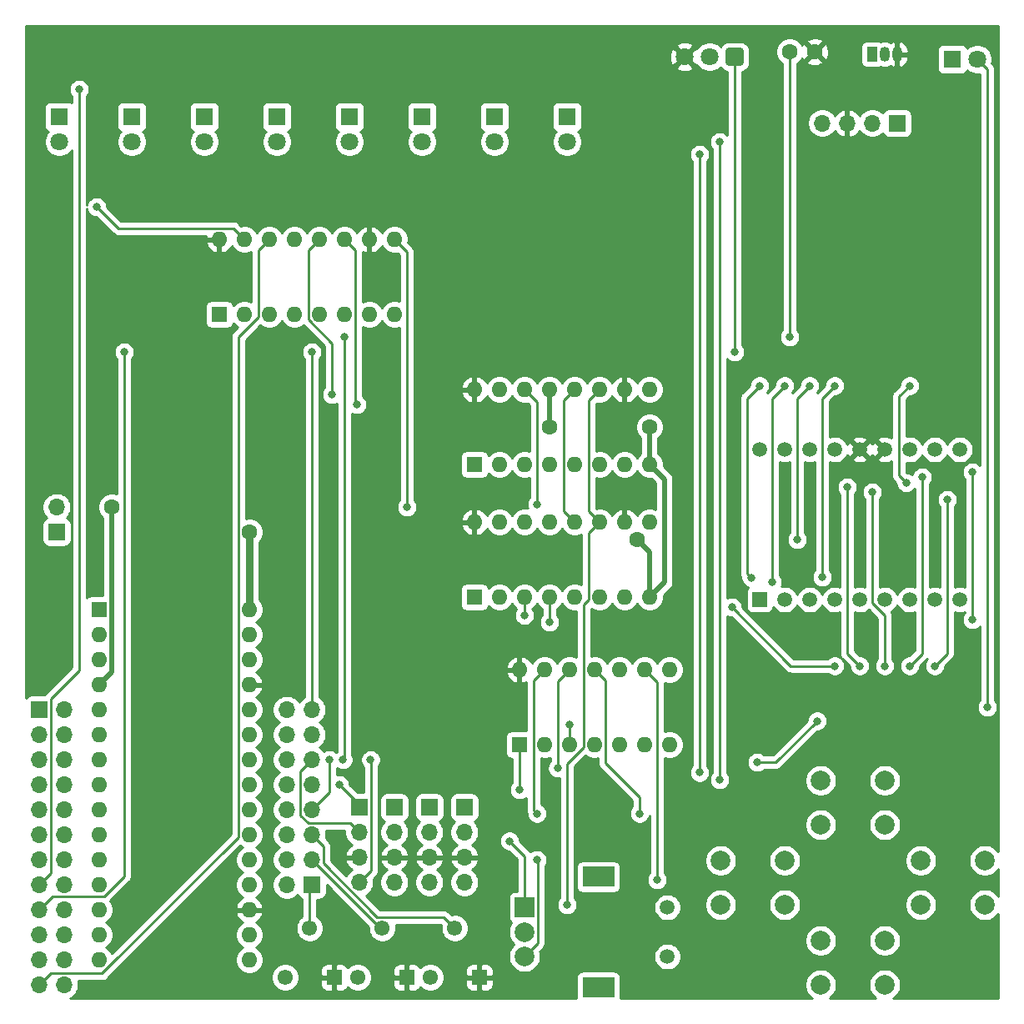
<source format=gbr>
G04 #@! TF.GenerationSoftware,KiCad,Pcbnew,(5.1.6)-1*
G04 #@! TF.CreationDate,2020-06-28T06:58:36-07:00*
G04 #@! TF.ProjectId,NanoDemo,4e616e6f-4465-46d6-9f2e-6b696361645f,rev?*
G04 #@! TF.SameCoordinates,Original*
G04 #@! TF.FileFunction,Copper,L2,Bot*
G04 #@! TF.FilePolarity,Positive*
%FSLAX46Y46*%
G04 Gerber Fmt 4.6, Leading zero omitted, Abs format (unit mm)*
G04 Created by KiCad (PCBNEW (5.1.6)-1) date 2020-06-28 06:58:36*
%MOMM*%
%LPD*%
G01*
G04 APERTURE LIST*
G04 #@! TA.AperFunction,ComponentPad*
%ADD10O,1.700000X1.700000*%
G04 #@! TD*
G04 #@! TA.AperFunction,ComponentPad*
%ADD11R,1.700000X1.700000*%
G04 #@! TD*
G04 #@! TA.AperFunction,ComponentPad*
%ADD12C,1.800000*%
G04 #@! TD*
G04 #@! TA.AperFunction,ComponentPad*
%ADD13O,1.600000X1.600000*%
G04 #@! TD*
G04 #@! TA.AperFunction,ComponentPad*
%ADD14R,1.600000X1.600000*%
G04 #@! TD*
G04 #@! TA.AperFunction,ComponentPad*
%ADD15R,1.050000X1.500000*%
G04 #@! TD*
G04 #@! TA.AperFunction,ComponentPad*
%ADD16O,1.050000X1.500000*%
G04 #@! TD*
G04 #@! TA.AperFunction,ComponentPad*
%ADD17C,2.000000*%
G04 #@! TD*
G04 #@! TA.AperFunction,ComponentPad*
%ADD18C,1.550000*%
G04 #@! TD*
G04 #@! TA.AperFunction,ComponentPad*
%ADD19R,1.550000X1.550000*%
G04 #@! TD*
G04 #@! TA.AperFunction,ComponentPad*
%ADD20R,2.000000X2.000000*%
G04 #@! TD*
G04 #@! TA.AperFunction,ComponentPad*
%ADD21R,3.200000X2.000000*%
G04 #@! TD*
G04 #@! TA.AperFunction,ComponentPad*
%ADD22C,1.500000*%
G04 #@! TD*
G04 #@! TA.AperFunction,ComponentPad*
%ADD23C,1.600000*%
G04 #@! TD*
G04 #@! TA.AperFunction,ComponentPad*
%ADD24R,1.500000X1.500000*%
G04 #@! TD*
G04 #@! TA.AperFunction,ComponentPad*
%ADD25R,1.800000X1.800000*%
G04 #@! TD*
G04 #@! TA.AperFunction,ViaPad*
%ADD26C,1.600000*%
G04 #@! TD*
G04 #@! TA.AperFunction,ViaPad*
%ADD27C,0.800000*%
G04 #@! TD*
G04 #@! TA.AperFunction,Conductor*
%ADD28C,0.750000*%
G04 #@! TD*
G04 #@! TA.AperFunction,Conductor*
%ADD29C,0.250000*%
G04 #@! TD*
G04 #@! TA.AperFunction,Conductor*
%ADD30C,0.500000*%
G04 #@! TD*
G04 #@! TA.AperFunction,Conductor*
%ADD31C,0.254000*%
G04 #@! TD*
G04 APERTURE END LIST*
D10*
G04 #@! TO.P,Ext. Power,2*
G04 #@! TO.N,GND*
X20066000Y-66040000D03*
D11*
G04 #@! TO.P,Ext. Power,1*
G04 #@! TO.N,VIN*
X20066000Y-68580000D03*
G04 #@! TD*
D10*
G04 #@! TO.P,J5 - OLED Display,2*
G04 #@! TO.N,I2C_Clock*
X102870000Y-27051000D03*
D11*
G04 #@! TO.P,J5 - OLED Display,1*
G04 #@! TO.N,I2C_Data*
X105410000Y-27051000D03*
D10*
G04 #@! TO.P,J5 - OLED Display,4*
G04 #@! TO.N,GND*
X97790000Y-27051000D03*
G04 #@! TO.P,J5 - OLED Display,3*
G04 #@! TO.N,VCC*
X100330000Y-27051000D03*
G04 #@! TD*
D12*
G04 #@! TO.P,IR Rx,3*
G04 #@! TO.N,VCC*
X83820000Y-20320000D03*
G04 #@! TO.P,IR Rx,2*
G04 #@! TO.N,GND*
X86360000Y-20320000D03*
G04 #@! TO.P,IR Rx,1*
G04 #@! TO.N,IR_Rx*
G04 #@! TA.AperFunction,ComponentPad*
G36*
G01*
X89800000Y-19670200D02*
X89800000Y-20969800D01*
G75*
G02*
X89549800Y-21220000I-250200J0D01*
G01*
X88250200Y-21220000D01*
G75*
G02*
X88000000Y-20969800I0J250200D01*
G01*
X88000000Y-19670200D01*
G75*
G02*
X88250200Y-19420000I250200J0D01*
G01*
X89549800Y-19420000D01*
G75*
G02*
X89800000Y-19670200I0J-250200D01*
G01*
G37*
G04 #@! TD.AperFunction*
G04 #@! TD*
D13*
G04 #@! TO.P,U5 - 74HC595,16*
G04 #@! TO.N,VCC*
X62484000Y-54102000D03*
G04 #@! TO.P,U5 - 74HC595,8*
G04 #@! TO.N,GND*
X80264000Y-61722000D03*
G04 #@! TO.P,U5 - 74HC595,15*
G04 #@! TO.N,Net-(R33-Pad2)*
X65024000Y-54102000D03*
G04 #@! TO.P,U5 - 74HC595,7*
G04 #@! TO.N,Net-(R41-Pad2)*
X77724000Y-61722000D03*
G04 #@! TO.P,U5 - 74HC595,14*
G04 #@! TO.N,Net-(U4-Pad9)*
X67564000Y-54102000D03*
G04 #@! TO.P,U5 - 74HC595,6*
G04 #@! TO.N,Net-(R40-Pad2)*
X75184000Y-61722000D03*
G04 #@! TO.P,U5 - 74HC595,13*
G04 #@! TO.N,GND*
X70104000Y-54102000D03*
G04 #@! TO.P,U5 - 74HC595,5*
G04 #@! TO.N,Net-(R39-Pad2)*
X72644000Y-61722000D03*
G04 #@! TO.P,U5 - 74HC595,12*
G04 #@! TO.N,RCLK*
X72644000Y-54102000D03*
G04 #@! TO.P,U5 - 74HC595,4*
G04 #@! TO.N,Net-(R38-Pad2)*
X70104000Y-61722000D03*
G04 #@! TO.P,U5 - 74HC595,11*
G04 #@! TO.N,SRCLK*
X75184000Y-54102000D03*
G04 #@! TO.P,U5 - 74HC595,3*
G04 #@! TO.N,Net-(R37-Pad2)*
X67564000Y-61722000D03*
G04 #@! TO.P,U5 - 74HC595,10*
G04 #@! TO.N,VCC*
X77724000Y-54102000D03*
G04 #@! TO.P,U5 - 74HC595,2*
G04 #@! TO.N,Net-(R36-Pad2)*
X65024000Y-61722000D03*
G04 #@! TO.P,U5 - 74HC595,9*
G04 #@! TO.N,Net-(U5-Pad9)*
X80264000Y-54102000D03*
D14*
G04 #@! TO.P,U5 - 74HC595,1*
G04 #@! TO.N,Net-(R34-Pad2)*
X62484000Y-61722000D03*
G04 #@! TD*
D13*
G04 #@! TO.P,U4 - 74HC595,16*
G04 #@! TO.N,VCC*
X62484000Y-67564000D03*
G04 #@! TO.P,U4 - 74HC595,8*
G04 #@! TO.N,GND*
X80264000Y-75184000D03*
G04 #@! TO.P,U4 - 74HC595,15*
G04 #@! TO.N,Net-(R18-Pad2)*
X65024000Y-67564000D03*
G04 #@! TO.P,U4 - 74HC595,7*
G04 #@! TO.N,Net-(R29-Pad2)*
X77724000Y-75184000D03*
G04 #@! TO.P,U4 - 74HC595,14*
G04 #@! TO.N,7SegData*
X67564000Y-67564000D03*
G04 #@! TO.P,U4 - 74HC595,6*
G04 #@! TO.N,Net-(R27-Pad2)*
X75184000Y-75184000D03*
G04 #@! TO.P,U4 - 74HC595,13*
G04 #@! TO.N,GND*
X70104000Y-67564000D03*
G04 #@! TO.P,U4 - 74HC595,5*
G04 #@! TO.N,Net-(R26-Pad2)*
X72644000Y-75184000D03*
G04 #@! TO.P,U4 - 74HC595,12*
G04 #@! TO.N,RCLK*
X72644000Y-67564000D03*
G04 #@! TO.P,U4 - 74HC595,4*
G04 #@! TO.N,Net-(R24-Pad2)*
X70104000Y-75184000D03*
G04 #@! TO.P,U4 - 74HC595,11*
G04 #@! TO.N,SRCLK*
X75184000Y-67564000D03*
G04 #@! TO.P,U4 - 74HC595,3*
G04 #@! TO.N,Net-(R23-Pad2)*
X67564000Y-75184000D03*
G04 #@! TO.P,U4 - 74HC595,10*
G04 #@! TO.N,VCC*
X77724000Y-67564000D03*
G04 #@! TO.P,U4 - 74HC595,2*
G04 #@! TO.N,Net-(R21-Pad2)*
X65024000Y-75184000D03*
G04 #@! TO.P,U4 - 74HC595,9*
G04 #@! TO.N,Net-(U4-Pad9)*
X80264000Y-67564000D03*
D14*
G04 #@! TO.P,U4 - 74HC595,1*
G04 #@! TO.N,Net-(R20-Pad2)*
X62484000Y-75184000D03*
G04 #@! TD*
D13*
G04 #@! TO.P,U3 - 74HC595,16*
G04 #@! TO.N,VCC*
X36576000Y-38862000D03*
G04 #@! TO.P,U3 - 74HC595,8*
G04 #@! TO.N,GND*
X54356000Y-46482000D03*
G04 #@! TO.P,U3 - 74HC595,15*
G04 #@! TO.N,Net-(R16-Pad2)*
X39116000Y-38862000D03*
G04 #@! TO.P,U3 - 74HC595,7*
G04 #@! TO.N,Net-(R35-Pad2)*
X51816000Y-46482000D03*
G04 #@! TO.P,U3 - 74HC595,14*
G04 #@! TO.N,SerialData*
X41656000Y-38862000D03*
G04 #@! TO.P,U3 - 74HC595,6*
G04 #@! TO.N,Net-(R30-Pad2)*
X49276000Y-46482000D03*
G04 #@! TO.P,U3 - 74HC595,13*
G04 #@! TO.N,GND*
X44196000Y-38862000D03*
G04 #@! TO.P,U3 - 74HC595,5*
G04 #@! TO.N,Net-(R28-Pad2)*
X46736000Y-46482000D03*
G04 #@! TO.P,U3 - 74HC595,12*
G04 #@! TO.N,RCLK*
X46736000Y-38862000D03*
G04 #@! TO.P,U3 - 74HC595,4*
G04 #@! TO.N,Net-(R25-Pad2)*
X44196000Y-46482000D03*
G04 #@! TO.P,U3 - 74HC595,11*
G04 #@! TO.N,SRCLK*
X49276000Y-38862000D03*
G04 #@! TO.P,U3 - 74HC595,3*
G04 #@! TO.N,Net-(R22-Pad2)*
X41656000Y-46482000D03*
G04 #@! TO.P,U3 - 74HC595,10*
G04 #@! TO.N,VCC*
X51816000Y-38862000D03*
G04 #@! TO.P,U3 - 74HC595,2*
G04 #@! TO.N,Net-(R19-Pad2)*
X39116000Y-46482000D03*
G04 #@! TO.P,U3 - 74HC595,9*
G04 #@! TO.N,7SegData*
X54356000Y-38862000D03*
D14*
G04 #@! TO.P,U3 - 74HC595,1*
G04 #@! TO.N,Net-(R17-Pad2)*
X36576000Y-46482000D03*
G04 #@! TD*
D15*
G04 #@! TO.P,Temperature,1*
G04 #@! TO.N,GND*
X102870000Y-20066000D03*
D16*
G04 #@! TO.P,Temperature,3*
G04 #@! TO.N,VCC*
X105410000Y-20066000D03*
G04 #@! TO.P,Temperature,2*
G04 #@! TO.N,TempSense*
X104140000Y-20066000D03*
G04 #@! TD*
D13*
G04 #@! TO.P,U1 - 74HC14,14*
G04 #@! TO.N,VCC*
X67056000Y-82550000D03*
G04 #@! TO.P,U1 - 74HC14,7*
G04 #@! TO.N,GND*
X82296000Y-90170000D03*
G04 #@! TO.P,U1 - 74HC14,13*
G04 #@! TO.N,Net-(C5-Pad1)*
X69596000Y-82550000D03*
G04 #@! TO.P,U1 - 74HC14,6*
G04 #@! TO.N,Up_SW*
X79756000Y-90170000D03*
G04 #@! TO.P,U1 - 74HC14,12*
G04 #@! TO.N,Enc_B*
X72136000Y-82550000D03*
G04 #@! TO.P,U1 - 74HC14,5*
G04 #@! TO.N,Net-(C7-Pad1)*
X77216000Y-90170000D03*
G04 #@! TO.P,U1 - 74HC14,11*
G04 #@! TO.N,Net-(C2-Pad2)*
X74676000Y-82550000D03*
G04 #@! TO.P,U1 - 74HC14,4*
G04 #@! TO.N,Right_SW*
X74676000Y-90170000D03*
G04 #@! TO.P,U1 - 74HC14,10*
G04 #@! TO.N,Enc_A*
X77216000Y-82550000D03*
G04 #@! TO.P,U1 - 74HC14,3*
G04 #@! TO.N,Net-(C4-Pad1)*
X72136000Y-90170000D03*
G04 #@! TO.P,U1 - 74HC14,9*
G04 #@! TO.N,Net-(C8-Pad1)*
X79756000Y-82550000D03*
G04 #@! TO.P,U1 - 74HC14,2*
G04 #@! TO.N,Left_SW*
X69596000Y-90170000D03*
G04 #@! TO.P,U1 - 74HC14,8*
G04 #@! TO.N,Down_SW*
X82296000Y-82550000D03*
D14*
G04 #@! TO.P,U1 - 74HC14,1*
G04 #@! TO.N,Net-(C3-Pad1)*
X67056000Y-90170000D03*
G04 #@! TD*
D17*
G04 #@! TO.P,SW4,1*
G04 #@! TO.N,GND*
X97640000Y-114554000D03*
G04 #@! TO.P,SW4,2*
G04 #@! TO.N,Net-(R13-Pad2)*
X97640000Y-110054000D03*
G04 #@! TO.P,SW4,1*
G04 #@! TO.N,GND*
X104140000Y-114554000D03*
G04 #@! TO.P,SW4,2*
G04 #@! TO.N,Net-(R13-Pad2)*
X104140000Y-110054000D03*
G04 #@! TD*
G04 #@! TO.P,SW3,1*
G04 #@! TO.N,GND*
X97640000Y-98298000D03*
G04 #@! TO.P,SW3,2*
G04 #@! TO.N,Net-(R12-Pad2)*
X97640000Y-93798000D03*
G04 #@! TO.P,SW3,1*
G04 #@! TO.N,GND*
X104140000Y-98298000D03*
G04 #@! TO.P,SW3,2*
G04 #@! TO.N,Net-(R12-Pad2)*
X104140000Y-93798000D03*
G04 #@! TD*
G04 #@! TO.P,SW2,1*
G04 #@! TO.N,GND*
X107800000Y-106426000D03*
G04 #@! TO.P,SW2,2*
G04 #@! TO.N,Net-(R2-Pad2)*
X107800000Y-101926000D03*
G04 #@! TO.P,SW2,1*
G04 #@! TO.N,GND*
X114300000Y-106426000D03*
G04 #@! TO.P,SW2,2*
G04 #@! TO.N,Net-(R2-Pad2)*
X114300000Y-101926000D03*
G04 #@! TD*
G04 #@! TO.P,SW1,1*
G04 #@! TO.N,GND*
X87480000Y-106426000D03*
G04 #@! TO.P,SW1,2*
G04 #@! TO.N,Net-(R1-Pad2)*
X87480000Y-101926000D03*
G04 #@! TO.P,SW1,1*
G04 #@! TO.N,GND*
X93980000Y-106426000D03*
G04 #@! TO.P,SW1,2*
G04 #@! TO.N,Net-(R1-Pad2)*
X93980000Y-101926000D03*
G04 #@! TD*
D18*
G04 #@! TO.P,RV3,2*
G04 #@! TO.N,POT_3*
X60492000Y-108792000D03*
D19*
G04 #@! TO.P,RV3,1*
G04 #@! TO.N,VCC*
X62992000Y-113792000D03*
D18*
G04 #@! TO.P,RV3,3*
G04 #@! TO.N,GND*
X57992000Y-113792000D03*
G04 #@! TD*
G04 #@! TO.P,RV2,2*
G04 #@! TO.N,POT_2*
X53126000Y-108792000D03*
D19*
G04 #@! TO.P,RV2,1*
G04 #@! TO.N,VCC*
X55626000Y-113792000D03*
D18*
G04 #@! TO.P,RV2,3*
G04 #@! TO.N,GND*
X50626000Y-113792000D03*
G04 #@! TD*
G04 #@! TO.P,RV1,2*
G04 #@! TO.N,POT_1*
X45760000Y-108792000D03*
D19*
G04 #@! TO.P,RV1,1*
G04 #@! TO.N,VCC*
X48260000Y-113792000D03*
D18*
G04 #@! TO.P,RV1,3*
G04 #@! TO.N,GND*
X43260000Y-113792000D03*
G04 #@! TD*
D20*
G04 #@! TO.P,Rot. Enc.,A*
G04 #@! TO.N,Net-(R10-Pad2)*
X67564000Y-106680000D03*
D17*
G04 #@! TO.P,Rot. Enc.,C*
G04 #@! TO.N,GND*
X67564000Y-109180000D03*
G04 #@! TO.P,Rot. Enc.,B*
G04 #@! TO.N,Net-(R4-Pad2)*
X67564000Y-111680000D03*
D21*
G04 #@! TO.P,Rot. Enc.,MP*
G04 #@! TO.N,N/C*
X75064000Y-103580000D03*
X75064000Y-114780000D03*
D22*
G04 #@! TO.P,Rot. Enc.,S1*
G04 #@! TO.N,GND*
X82064000Y-106680000D03*
G04 #@! TO.P,Rot. Enc.,S2*
G04 #@! TO.N,Net-(R3-Pad2)*
X82064000Y-111680000D03*
G04 #@! TD*
D23*
G04 #@! TO.P,Photocell,2*
G04 #@! TO.N,VCC*
X97028000Y-19812000D03*
G04 #@! TO.P,Photocell,1*
G04 #@! TO.N,Photo*
X94488000Y-19812000D03*
G04 #@! TD*
D10*
G04 #@! TO.P,Analog,16*
G04 #@! TO.N,Net-(A1-Pad26)*
X43434000Y-86614000D03*
G04 #@! TO.P,Analog,15*
G04 #@! TO.N,IR_Rx*
X45974000Y-86614000D03*
G04 #@! TO.P,Analog,14*
G04 #@! TO.N,Net-(A1-Pad25)*
X43434000Y-89154000D03*
G04 #@! TO.P,Analog,13*
G04 #@! TO.N,IR_Tx*
X45974000Y-89154000D03*
G04 #@! TO.P,Analog,12*
G04 #@! TO.N,Net-(A1-Pad24)*
X43434000Y-91694000D03*
G04 #@! TO.P,Analog,11*
G04 #@! TO.N,I2C_Clock*
X45974000Y-91694000D03*
G04 #@! TO.P,Analog,10*
G04 #@! TO.N,Net-(A1-Pad23)*
X43434000Y-94234000D03*
G04 #@! TO.P,Analog,9*
G04 #@! TO.N,I2C_Data*
X45974000Y-94234000D03*
G04 #@! TO.P,Analog,8*
G04 #@! TO.N,Net-(A1-Pad22)*
X43434000Y-96774000D03*
G04 #@! TO.P,Analog,7*
G04 #@! TO.N,Photo*
X45974000Y-96774000D03*
G04 #@! TO.P,Analog,6*
G04 #@! TO.N,Net-(A1-Pad21)*
X43434000Y-99314000D03*
G04 #@! TO.P,Analog,5*
G04 #@! TO.N,POT_3*
X45974000Y-99314000D03*
G04 #@! TO.P,Analog,4*
G04 #@! TO.N,Net-(A1-Pad20)*
X43434000Y-101854000D03*
G04 #@! TO.P,Analog,3*
G04 #@! TO.N,POT_2*
X45974000Y-101854000D03*
G04 #@! TO.P,Analog,2*
G04 #@! TO.N,Net-(A1-Pad19)*
X43434000Y-104394000D03*
D11*
G04 #@! TO.P,Analog,1*
G04 #@! TO.N,POT_1*
X45974000Y-104394000D03*
G04 #@! TD*
D10*
G04 #@! TO.P,Digital,24*
G04 #@! TO.N,Net-(A1-Pad16)*
X20828000Y-114554000D03*
G04 #@! TO.P,Digital,23*
G04 #@! TO.N,SerialData*
X18288000Y-114554000D03*
G04 #@! TO.P,Digital,22*
G04 #@! TO.N,Net-(A1-Pad15)*
X20828000Y-112014000D03*
G04 #@! TO.P,Digital,21*
G04 #@! TO.N,RGB_LED*
X18288000Y-112014000D03*
G04 #@! TO.P,Digital,20*
G04 #@! TO.N,Net-(A1-Pad14)*
X20828000Y-109474000D03*
G04 #@! TO.P,Digital,19*
G04 #@! TO.N,SRCLK*
X18288000Y-109474000D03*
G04 #@! TO.P,Digital,18*
G04 #@! TO.N,Net-(A1-Pad13)*
X20828000Y-106934000D03*
G04 #@! TO.P,Digital,17*
G04 #@! TO.N,RCLK*
X18288000Y-106934000D03*
G04 #@! TO.P,Digital,16*
G04 #@! TO.N,Net-(A1-Pad12)*
X20828000Y-104394000D03*
G04 #@! TO.P,Digital,15*
G04 #@! TO.N,TempSense*
X18288000Y-104394000D03*
G04 #@! TO.P,Digital,14*
G04 #@! TO.N,Net-(A1-Pad11)*
X20828000Y-101854000D03*
G04 #@! TO.P,Digital,13*
G04 #@! TO.N,Enc_SW*
X18288000Y-101854000D03*
G04 #@! TO.P,Digital,12*
G04 #@! TO.N,Net-(A1-Pad10)*
X20828000Y-99314000D03*
G04 #@! TO.P,Digital,11*
G04 #@! TO.N,Enc_B*
X18288000Y-99314000D03*
G04 #@! TO.P,Digital,10*
G04 #@! TO.N,Net-(A1-Pad9)*
X20828000Y-96774000D03*
G04 #@! TO.P,Digital,9*
G04 #@! TO.N,Right_SW*
X18288000Y-96774000D03*
G04 #@! TO.P,Digital,8*
G04 #@! TO.N,Net-(A1-Pad8)*
X20828000Y-94234000D03*
G04 #@! TO.P,Digital,7*
G04 #@! TO.N,Left_SW*
X18288000Y-94234000D03*
G04 #@! TO.P,Digital,6*
G04 #@! TO.N,Net-(A1-Pad7)*
X20828000Y-91694000D03*
G04 #@! TO.P,Digital,5*
G04 #@! TO.N,Down_SW*
X18288000Y-91694000D03*
G04 #@! TO.P,Digital,4*
G04 #@! TO.N,Net-(A1-Pad6)*
X20828000Y-89154000D03*
G04 #@! TO.P,Digital,3*
G04 #@! TO.N,Up_SW*
X18288000Y-89154000D03*
G04 #@! TO.P,Digital,2*
G04 #@! TO.N,Net-(A1-Pad5)*
X20828000Y-86614000D03*
D11*
G04 #@! TO.P,Digital,1*
G04 #@! TO.N,Enc_A*
X18288000Y-86614000D03*
G04 #@! TD*
D10*
G04 #@! TO.P,J4,4*
G04 #@! TO.N,GND*
X61468000Y-104140000D03*
G04 #@! TO.P,J4,3*
G04 #@! TO.N,VCC*
X61468000Y-101600000D03*
G04 #@! TO.P,J4,2*
G04 #@! TO.N,I2C_Clock*
X61468000Y-99060000D03*
D11*
G04 #@! TO.P,J4,1*
G04 #@! TO.N,I2C_Data*
X61468000Y-96520000D03*
G04 #@! TD*
D10*
G04 #@! TO.P,J3,4*
G04 #@! TO.N,GND*
X57912000Y-104140000D03*
G04 #@! TO.P,J3,3*
G04 #@! TO.N,VCC*
X57912000Y-101600000D03*
G04 #@! TO.P,J3,2*
G04 #@! TO.N,I2C_Clock*
X57912000Y-99060000D03*
D11*
G04 #@! TO.P,J3,1*
G04 #@! TO.N,I2C_Data*
X57912000Y-96520000D03*
G04 #@! TD*
D10*
G04 #@! TO.P,J2,4*
G04 #@! TO.N,GND*
X54356000Y-104140000D03*
G04 #@! TO.P,J2,3*
G04 #@! TO.N,VCC*
X54356000Y-101600000D03*
G04 #@! TO.P,J2,2*
G04 #@! TO.N,I2C_Clock*
X54356000Y-99060000D03*
D11*
G04 #@! TO.P,J2,1*
G04 #@! TO.N,I2C_Data*
X54356000Y-96520000D03*
G04 #@! TD*
D10*
G04 #@! TO.P,J1,4*
G04 #@! TO.N,GND*
X50800000Y-104140000D03*
G04 #@! TO.P,J1,3*
G04 #@! TO.N,VCC*
X50800000Y-101600000D03*
G04 #@! TO.P,J1,2*
G04 #@! TO.N,I2C_Clock*
X50800000Y-99060000D03*
D11*
G04 #@! TO.P,J1,1*
G04 #@! TO.N,I2C_Data*
X50800000Y-96520000D03*
G04 #@! TD*
D22*
G04 #@! TO.P,2 x 7 Segment ,18*
G04 #@! TO.N,1F*
X91440000Y-60198000D03*
G04 #@! TO.P,2 x 7 Segment ,17*
G04 #@! TO.N,1G*
X93980000Y-60198000D03*
G04 #@! TO.P,2 x 7 Segment ,16*
G04 #@! TO.N,1A*
X96520000Y-60198000D03*
G04 #@! TO.P,2 x 7 Segment ,15*
G04 #@! TO.N,1B*
X99060000Y-60198000D03*
G04 #@! TO.P,2 x 7 Segment ,14*
G04 #@! TO.N,VCC*
X101600000Y-60198000D03*
G04 #@! TO.P,2 x 7 Segment ,13*
X104140000Y-60198000D03*
G04 #@! TO.P,2 x 7 Segment ,12*
G04 #@! TO.N,2F*
X106680000Y-60198000D03*
G04 #@! TO.P,2 x 7 Segment ,11*
G04 #@! TO.N,2A*
X109220000Y-60198000D03*
G04 #@! TO.P,2 x 7 Segment ,10*
G04 #@! TO.N,2B*
X111760000Y-60198000D03*
G04 #@! TO.P,2 x 7 Segment ,9*
G04 #@! TO.N,2H*
X111760000Y-75438000D03*
G04 #@! TO.P,2 x 7 Segment ,8*
G04 #@! TO.N,2C*
X109220000Y-75438000D03*
G04 #@! TO.P,2 x 7 Segment ,7*
G04 #@! TO.N,2G*
X106680000Y-75438000D03*
G04 #@! TO.P,2 x 7 Segment ,6*
G04 #@! TO.N,2D*
X104140000Y-75438000D03*
G04 #@! TO.P,2 x 7 Segment ,5*
G04 #@! TO.N,2E*
X101600000Y-75438000D03*
G04 #@! TO.P,2 x 7 Segment ,4*
G04 #@! TO.N,1H*
X99060000Y-75438000D03*
G04 #@! TO.P,2 x 7 Segment ,3*
G04 #@! TO.N,1C*
X96520000Y-75438000D03*
G04 #@! TO.P,2 x 7 Segment ,2*
G04 #@! TO.N,1D*
X93980000Y-75438000D03*
D24*
G04 #@! TO.P,2 x 7 Segment ,1*
G04 #@! TO.N,1E*
X91440000Y-75438000D03*
G04 #@! TD*
D12*
G04 #@! TO.P,IR LED,2*
G04 #@! TO.N,Net-(D17-Pad2)*
X113538000Y-20574000D03*
D25*
G04 #@! TO.P,IR LED,1*
G04 #@! TO.N,GND*
X110998000Y-20574000D03*
G04 #@! TD*
D12*
G04 #@! TO.P,D16,2*
G04 #@! TO.N,Net-(D16-Pad2)*
X71882000Y-28956000D03*
D25*
G04 #@! TO.P,D16,1*
G04 #@! TO.N,GND*
X71882000Y-26416000D03*
G04 #@! TD*
D12*
G04 #@! TO.P,D15,2*
G04 #@! TO.N,Net-(D15-Pad2)*
X64516000Y-28956000D03*
D25*
G04 #@! TO.P,D15,1*
G04 #@! TO.N,GND*
X64516000Y-26416000D03*
G04 #@! TD*
D12*
G04 #@! TO.P,D14,2*
G04 #@! TO.N,Net-(D14-Pad2)*
X57150000Y-28956000D03*
D25*
G04 #@! TO.P,D14,1*
G04 #@! TO.N,GND*
X57150000Y-26416000D03*
G04 #@! TD*
D12*
G04 #@! TO.P,D13,2*
G04 #@! TO.N,Net-(D13-Pad2)*
X49784000Y-28956000D03*
D25*
G04 #@! TO.P,D13,1*
G04 #@! TO.N,GND*
X49784000Y-26416000D03*
G04 #@! TD*
D12*
G04 #@! TO.P,D12,2*
G04 #@! TO.N,Net-(D12-Pad2)*
X42418000Y-28956000D03*
D25*
G04 #@! TO.P,D12,1*
G04 #@! TO.N,GND*
X42418000Y-26416000D03*
G04 #@! TD*
D12*
G04 #@! TO.P,D11,2*
G04 #@! TO.N,Net-(D11-Pad2)*
X35052000Y-28956000D03*
D25*
G04 #@! TO.P,D11,1*
G04 #@! TO.N,GND*
X35052000Y-26416000D03*
G04 #@! TD*
D12*
G04 #@! TO.P,D10,2*
G04 #@! TO.N,Net-(D10-Pad2)*
X27686000Y-28956000D03*
D25*
G04 #@! TO.P,D10,1*
G04 #@! TO.N,GND*
X27686000Y-26416000D03*
G04 #@! TD*
D12*
G04 #@! TO.P,D9,2*
G04 #@! TO.N,Net-(D9-Pad2)*
X20320000Y-28956000D03*
D25*
G04 #@! TO.P,D9,1*
G04 #@! TO.N,GND*
X20320000Y-26416000D03*
G04 #@! TD*
D13*
G04 #@! TO.P,Arduino Nano,16*
G04 #@! TO.N,Net-(A1-Pad16)*
X39624000Y-112014000D03*
G04 #@! TO.P,Arduino Nano,15*
G04 #@! TO.N,Net-(A1-Pad15)*
X24384000Y-112014000D03*
G04 #@! TO.P,Arduino Nano,30*
G04 #@! TO.N,VIN*
X39624000Y-76454000D03*
G04 #@! TO.P,Arduino Nano,14*
G04 #@! TO.N,Net-(A1-Pad14)*
X24384000Y-109474000D03*
G04 #@! TO.P,Arduino Nano,29*
G04 #@! TO.N,GND*
X39624000Y-78994000D03*
G04 #@! TO.P,Arduino Nano,13*
G04 #@! TO.N,Net-(A1-Pad13)*
X24384000Y-106934000D03*
G04 #@! TO.P,Arduino Nano,28*
G04 #@! TO.N,Net-(A1-Pad28)*
X39624000Y-81534000D03*
G04 #@! TO.P,Arduino Nano,12*
G04 #@! TO.N,Net-(A1-Pad12)*
X24384000Y-104394000D03*
G04 #@! TO.P,Arduino Nano,27*
G04 #@! TO.N,VCC*
X39624000Y-84074000D03*
G04 #@! TO.P,Arduino Nano,11*
G04 #@! TO.N,Net-(A1-Pad11)*
X24384000Y-101854000D03*
G04 #@! TO.P,Arduino Nano,26*
G04 #@! TO.N,Net-(A1-Pad26)*
X39624000Y-86614000D03*
G04 #@! TO.P,Arduino Nano,10*
G04 #@! TO.N,Net-(A1-Pad10)*
X24384000Y-99314000D03*
G04 #@! TO.P,Arduino Nano,25*
G04 #@! TO.N,Net-(A1-Pad25)*
X39624000Y-89154000D03*
G04 #@! TO.P,Arduino Nano,9*
G04 #@! TO.N,Net-(A1-Pad9)*
X24384000Y-96774000D03*
G04 #@! TO.P,Arduino Nano,24*
G04 #@! TO.N,Net-(A1-Pad24)*
X39624000Y-91694000D03*
G04 #@! TO.P,Arduino Nano,8*
G04 #@! TO.N,Net-(A1-Pad8)*
X24384000Y-94234000D03*
G04 #@! TO.P,Arduino Nano,23*
G04 #@! TO.N,Net-(A1-Pad23)*
X39624000Y-94234000D03*
G04 #@! TO.P,Arduino Nano,7*
G04 #@! TO.N,Net-(A1-Pad7)*
X24384000Y-91694000D03*
G04 #@! TO.P,Arduino Nano,22*
G04 #@! TO.N,Net-(A1-Pad22)*
X39624000Y-96774000D03*
G04 #@! TO.P,Arduino Nano,6*
G04 #@! TO.N,Net-(A1-Pad6)*
X24384000Y-89154000D03*
G04 #@! TO.P,Arduino Nano,21*
G04 #@! TO.N,Net-(A1-Pad21)*
X39624000Y-99314000D03*
G04 #@! TO.P,Arduino Nano,5*
G04 #@! TO.N,Net-(A1-Pad5)*
X24384000Y-86614000D03*
G04 #@! TO.P,Arduino Nano,20*
G04 #@! TO.N,Net-(A1-Pad20)*
X39624000Y-101854000D03*
G04 #@! TO.P,Arduino Nano,4*
G04 #@! TO.N,GND*
X24384000Y-84074000D03*
G04 #@! TO.P,Arduino Nano,19*
G04 #@! TO.N,Net-(A1-Pad19)*
X39624000Y-104394000D03*
G04 #@! TO.P,Arduino Nano,3*
G04 #@! TO.N,Net-(A1-Pad3)*
X24384000Y-81534000D03*
G04 #@! TO.P,Arduino Nano,18*
G04 #@! TO.N,VCC*
X39624000Y-106934000D03*
G04 #@! TO.P,Arduino Nano,2*
G04 #@! TO.N,Net-(A1-Pad2)*
X24384000Y-78994000D03*
G04 #@! TO.P,Arduino Nano,17*
G04 #@! TO.N,Net-(A1-Pad17)*
X39624000Y-109474000D03*
D14*
G04 #@! TO.P,Arduino Nano,1*
G04 #@! TO.N,Net-(A1-Pad1)*
X24384000Y-76454000D03*
G04 #@! TD*
D26*
G04 #@! TO.N,VCC*
X20320000Y-40132000D03*
X24638000Y-40132000D03*
D27*
X22860000Y-21336000D03*
X30734000Y-21336000D03*
X38608000Y-21336000D03*
X46482000Y-21336000D03*
X54356000Y-21336000D03*
X62230000Y-21336000D03*
X70104000Y-21336000D03*
X81280000Y-25400000D03*
X77978000Y-21336000D03*
X76454000Y-97028000D03*
X66040000Y-97028000D03*
X92202000Y-114046000D03*
X104394000Y-103886000D03*
X94234000Y-95758000D03*
X104394000Y-87630000D03*
X114554000Y-95758000D03*
D26*
G04 #@! TO.N,VIN*
X39624000Y-68580000D03*
D27*
G04 #@! TO.N,GND*
X51946000Y-91694000D03*
D26*
X70104000Y-57912000D03*
X80264000Y-57912000D03*
X78994000Y-69342000D03*
X25654000Y-66040000D03*
G04 #@! TO.N,VCC*
X64770000Y-64516000D03*
D27*
G04 #@! TO.N,Net-(C2-Pad2)*
X79248000Y-97152000D03*
G04 #@! TO.N,Net-(C3-Pad1)*
X67056000Y-94742000D03*
G04 #@! TO.N,Net-(C4-Pad1)*
X72136000Y-88138000D03*
G04 #@! TO.N,Net-(C5-Pad1)*
X68834000Y-97152000D03*
G04 #@! TO.N,Net-(C7-Pad1)*
X91186000Y-91948000D03*
X97282000Y-87754000D03*
G04 #@! TO.N,Net-(C8-Pad1)*
X81026000Y-103886000D03*
G04 #@! TO.N,Net-(D17-Pad2)*
X114554000Y-86360000D03*
G04 #@! TO.N,I2C_Clock*
X87376000Y-93726000D03*
X87376000Y-28956000D03*
G04 #@! TO.N,I2C_Data*
X48768000Y-94234000D03*
X85344000Y-30226000D03*
X85344000Y-93000990D03*
G04 #@! TO.N,SRCLK*
X71882000Y-106426000D03*
X50546000Y-55626000D03*
G04 #@! TO.N,RCLK*
X26924000Y-50292000D03*
X48006000Y-54610000D03*
G04 #@! TO.N,TempSense*
X22352000Y-23622000D03*
G04 #@! TO.N,Enc_B*
X70915984Y-92550979D03*
G04 #@! TO.N,IR_Rx*
X88900000Y-50292000D03*
X45974000Y-50292000D03*
G04 #@! TO.N,Photo*
X47752000Y-91694000D03*
X94488000Y-48768000D03*
X49276000Y-48768000D03*
X49146000Y-91694000D03*
G04 #@! TO.N,Net-(R4-Pad2)*
X68834000Y-101854000D03*
G04 #@! TO.N,Net-(R10-Pad2)*
X66040000Y-99952000D03*
G04 #@! TO.N,Net-(R16-Pad2)*
X24130000Y-35560000D03*
G04 #@! TO.N,Net-(R18-Pad2)*
X95250000Y-69342000D03*
X96520000Y-53718000D03*
G04 #@! TO.N,Net-(R20-Pad2)*
X97790000Y-73152000D03*
X99060000Y-53718000D03*
G04 #@! TO.N,Net-(R23-Pad2)*
X67564000Y-77034011D03*
G04 #@! TO.N,Net-(R24-Pad2)*
X70104000Y-77724000D03*
G04 #@! TO.N,Net-(R26-Pad2)*
X91440000Y-53718000D03*
X90562053Y-73205625D03*
G04 #@! TO.N,Net-(R27-Pad2)*
X92710000Y-73660000D03*
X93980000Y-53718000D03*
G04 #@! TO.N,Net-(R29-Pad2)*
X88646000Y-76200000D03*
X99060000Y-82172000D03*
G04 #@! TO.N,Net-(R36-Pad2)*
X110490000Y-65278000D03*
X109220000Y-82172000D03*
G04 #@! TO.N,Net-(R37-Pad2)*
X102870000Y-64516000D03*
X104140000Y-82172000D03*
G04 #@! TO.N,Net-(R38-Pad2)*
X101600000Y-82172000D03*
X100330000Y-64022022D03*
G04 #@! TO.N,Net-(R39-Pad2)*
X106680000Y-53718000D03*
X106321184Y-63572011D03*
G04 #@! TO.N,Net-(R40-Pad2)*
X107950000Y-62992000D03*
X106680000Y-82172000D03*
G04 #@! TO.N,Net-(R41-Pad2)*
X113030000Y-62484000D03*
X113030000Y-77470000D03*
G04 #@! TO.N,7SegData*
X55626000Y-66040000D03*
G04 #@! TO.N,Net-(U4-Pad9)*
X68833999Y-65781901D03*
G04 #@! TD*
D28*
G04 #@! TO.N,VIN*
X39624000Y-68580000D02*
X39624000Y-68580000D01*
X39624000Y-76454000D02*
X39624000Y-68580000D01*
D29*
G04 #@! TO.N,GND*
X51975001Y-91723001D02*
X51946000Y-91694000D01*
X51975001Y-102964999D02*
X51975001Y-91723001D01*
X50800000Y-104140000D02*
X51975001Y-102964999D01*
D30*
X70104000Y-54102000D02*
X70104000Y-57912000D01*
X80264000Y-57912000D02*
X80264000Y-61722000D01*
X80264000Y-61722000D02*
X81788000Y-63246000D01*
X81788000Y-73660000D02*
X80264000Y-75184000D01*
X81788000Y-63246000D02*
X81788000Y-73660000D01*
X80264000Y-75184000D02*
X80264000Y-70612000D01*
X80264000Y-70612000D02*
X78994000Y-69342000D01*
X25634001Y-66059999D02*
X25654000Y-66040000D01*
X24384000Y-84074000D02*
X25634001Y-82823999D01*
X25634001Y-82823999D02*
X25634001Y-66059999D01*
D29*
G04 #@! TO.N,Net-(C2-Pad2)*
X75801001Y-83675001D02*
X75801001Y-92057001D01*
X74676000Y-82550000D02*
X75801001Y-83675001D01*
X75801001Y-92057001D02*
X79248000Y-95504000D01*
X79248000Y-95504000D02*
X79248000Y-97152000D01*
G04 #@! TO.N,Net-(C3-Pad1)*
X67056000Y-90170000D02*
X67056000Y-94742000D01*
G04 #@! TO.N,Net-(C4-Pad1)*
X72136000Y-90170000D02*
X72136000Y-88138000D01*
G04 #@! TO.N,Net-(C5-Pad1)*
X68470999Y-96788999D02*
X68834000Y-97152000D01*
X68470999Y-83675001D02*
X68470999Y-96788999D01*
X69596000Y-82550000D02*
X68470999Y-83675001D01*
G04 #@! TO.N,Net-(C7-Pad1)*
X91186000Y-91948000D02*
X93088000Y-91948000D01*
X93088000Y-91948000D02*
X97282000Y-87754000D01*
G04 #@! TO.N,Net-(C8-Pad1)*
X79756000Y-82550000D02*
X81026000Y-83820000D01*
X81026000Y-83820000D02*
X81026000Y-103886000D01*
G04 #@! TO.N,Net-(D17-Pad2)*
X114554000Y-21590000D02*
X113538000Y-20574000D01*
X114554000Y-86360000D02*
X114554000Y-21590000D01*
G04 #@! TO.N,I2C_Clock*
X49878999Y-98138999D02*
X50800000Y-99060000D01*
X45599997Y-98138999D02*
X49878999Y-98138999D01*
X44798999Y-97338001D02*
X45599997Y-98138999D01*
X44798999Y-92869001D02*
X44798999Y-97338001D01*
X45974000Y-91694000D02*
X44798999Y-92869001D01*
X87376000Y-29521685D02*
X87376000Y-28956000D01*
X87376000Y-93726000D02*
X87376000Y-29521685D01*
G04 #@! TO.N,I2C_Data*
X50800000Y-96266000D02*
X50800000Y-96520000D01*
X48768000Y-94234000D02*
X50800000Y-96266000D01*
X85344000Y-92435305D02*
X85344000Y-93000990D01*
X85344000Y-30226000D02*
X85344000Y-92435305D01*
G04 #@! TO.N,SerialData*
X38498999Y-48764003D02*
X40530999Y-46732003D01*
X38498999Y-99564003D02*
X38498999Y-48764003D01*
X24684003Y-113378999D02*
X38498999Y-99564003D01*
X40530999Y-46732003D02*
X40530999Y-39987001D01*
X19463001Y-113378999D02*
X24684003Y-113378999D01*
X40530999Y-39987001D02*
X41656000Y-38862000D01*
X18288000Y-114554000D02*
X19463001Y-113378999D01*
G04 #@! TO.N,SRCLK*
X74058999Y-68689001D02*
X75184000Y-67564000D01*
X74058999Y-75434003D02*
X74058999Y-68689001D01*
X73550999Y-75942003D02*
X74058999Y-75434003D01*
X73550999Y-90420003D02*
X73550999Y-75942003D01*
X71882000Y-92089002D02*
X73550999Y-90420003D01*
X71882000Y-106426000D02*
X71882000Y-92089002D01*
X74058999Y-66438999D02*
X75184000Y-67564000D01*
X74058999Y-55227001D02*
X74058999Y-66438999D01*
X75184000Y-54102000D02*
X74058999Y-55227001D01*
X49276000Y-38862000D02*
X50401001Y-39987001D01*
X50401001Y-55481001D02*
X50546000Y-55626000D01*
X50401001Y-39987001D02*
X50401001Y-55481001D01*
G04 #@! TO.N,RCLK*
X19652999Y-105569001D02*
X18288000Y-106934000D01*
X24874001Y-105569001D02*
X19652999Y-105569001D01*
X26924000Y-103519002D02*
X24874001Y-105569001D01*
X26924000Y-50292000D02*
X26924000Y-103519002D01*
X71518999Y-66438999D02*
X72644000Y-67564000D01*
X71518999Y-55227001D02*
X71518999Y-66438999D01*
X72644000Y-54102000D02*
X71518999Y-55227001D01*
X48006000Y-49417002D02*
X48006000Y-54610000D01*
X45610999Y-47022001D02*
X48006000Y-49417002D01*
X46736000Y-38862000D02*
X45610999Y-39987001D01*
X45610999Y-39987001D02*
X45610999Y-47022001D01*
G04 #@! TO.N,TempSense*
X22352000Y-82615000D02*
X22352000Y-23622000D01*
X18288000Y-104394000D02*
X19463001Y-103218999D01*
X19463001Y-85503999D02*
X22352000Y-82615000D01*
X19463001Y-103218999D02*
X19463001Y-85503999D01*
G04 #@! TO.N,Enc_B*
X70915984Y-83770016D02*
X70915984Y-92550979D01*
X72136000Y-82550000D02*
X70915984Y-83770016D01*
G04 #@! TO.N,IR_Rx*
X88900000Y-20320000D02*
X88900000Y-50292000D01*
X45974000Y-50292000D02*
X45974000Y-86614000D01*
G04 #@! TO.N,Photo*
X45974000Y-96774000D02*
X47752000Y-94996000D01*
X47752000Y-94996000D02*
X47752000Y-91694000D01*
X94488000Y-19812000D02*
X94488000Y-48768000D01*
X49276000Y-48768000D02*
X49276000Y-91564000D01*
X49276000Y-91564000D02*
X49146000Y-91694000D01*
G04 #@! TO.N,POT_3*
X47149001Y-100489001D02*
X45974000Y-99314000D01*
X47149001Y-102228003D02*
X47149001Y-100489001D01*
X52612997Y-107691999D02*
X47149001Y-102228003D01*
X59391999Y-107691999D02*
X52612997Y-107691999D01*
X60492000Y-108792000D02*
X59391999Y-107691999D01*
G04 #@! TO.N,POT_2*
X53126000Y-108792000D02*
X52912000Y-108792000D01*
X52912000Y-108792000D02*
X45974000Y-101854000D01*
G04 #@! TO.N,POT_1*
X45760000Y-104608000D02*
X45974000Y-104394000D01*
X45760000Y-108792000D02*
X45760000Y-104608000D01*
G04 #@! TO.N,Net-(R4-Pad2)*
X68889001Y-101909001D02*
X68834000Y-101854000D01*
X67564000Y-111680000D02*
X68889001Y-110354999D01*
X68889001Y-110354999D02*
X68889001Y-101909001D01*
G04 #@! TO.N,Net-(R10-Pad2)*
X67564000Y-106680000D02*
X67564000Y-101476000D01*
X67564000Y-101476000D02*
X66040000Y-99952000D01*
G04 #@! TO.N,Net-(R16-Pad2)*
X26306999Y-37736999D02*
X24130000Y-35560000D01*
X39116000Y-38862000D02*
X37990999Y-37736999D01*
X37990999Y-37736999D02*
X26306999Y-37736999D01*
G04 #@! TO.N,Net-(R18-Pad2)*
X95250000Y-69342000D02*
X95250000Y-54988000D01*
X95250000Y-54988000D02*
X96520000Y-53718000D01*
G04 #@! TO.N,Net-(R20-Pad2)*
X97790000Y-73152000D02*
X97790000Y-54988000D01*
X97790000Y-54988000D02*
X99060000Y-53718000D01*
G04 #@! TO.N,Net-(R23-Pad2)*
X67564000Y-75184000D02*
X67564000Y-77034011D01*
G04 #@! TO.N,Net-(R24-Pad2)*
X70104000Y-75184000D02*
X70104000Y-77724000D01*
G04 #@! TO.N,Net-(R26-Pad2)*
X90162054Y-72805626D02*
X90562053Y-73205625D01*
X91440000Y-53718000D02*
X90162054Y-54995946D01*
X90162054Y-54995946D02*
X90162054Y-72805626D01*
G04 #@! TO.N,Net-(R27-Pad2)*
X92710000Y-73660000D02*
X92710000Y-54988000D01*
X92710000Y-54988000D02*
X93980000Y-53718000D01*
G04 #@! TO.N,Net-(R29-Pad2)*
X88646000Y-76200000D02*
X94618000Y-82172000D01*
X94618000Y-82172000D02*
X99060000Y-82172000D01*
G04 #@! TO.N,Net-(R36-Pad2)*
X110490000Y-65278000D02*
X110490000Y-80902000D01*
X110490000Y-80902000D02*
X109220000Y-82172000D01*
G04 #@! TO.N,Net-(R37-Pad2)*
X104140000Y-77029002D02*
X104140000Y-82172000D01*
X102870000Y-75759002D02*
X104140000Y-77029002D01*
X102870000Y-64516000D02*
X102870000Y-75759002D01*
G04 #@! TO.N,Net-(R38-Pad2)*
X101600000Y-82172000D02*
X100330000Y-80902000D01*
X100330000Y-80902000D02*
X100330000Y-64022022D01*
G04 #@! TO.N,Net-(R39-Pad2)*
X105588478Y-54809522D02*
X105588478Y-62839305D01*
X105588478Y-62839305D02*
X106321184Y-63572011D01*
X106680000Y-53718000D02*
X105588478Y-54809522D01*
G04 #@! TO.N,Net-(R40-Pad2)*
X107950000Y-62992000D02*
X107950000Y-80902000D01*
X107950000Y-80902000D02*
X106680000Y-82172000D01*
G04 #@! TO.N,Net-(R41-Pad2)*
X113030000Y-62484000D02*
X113030000Y-77470000D01*
G04 #@! TO.N,7SegData*
X54356000Y-38862000D02*
X55626000Y-40132000D01*
X55626000Y-40132000D02*
X55626000Y-66040000D01*
G04 #@! TO.N,Net-(U4-Pad9)*
X68833999Y-55371999D02*
X68833999Y-65781901D01*
X67564000Y-54102000D02*
X68833999Y-55371999D01*
G04 #@! TD*
D31*
G04 #@! TO.N,VCC*
G36*
X115672000Y-101036421D02*
G01*
X115569987Y-100883748D01*
X115342252Y-100656013D01*
X115074463Y-100477082D01*
X114776912Y-100353832D01*
X114461033Y-100291000D01*
X114138967Y-100291000D01*
X113823088Y-100353832D01*
X113525537Y-100477082D01*
X113257748Y-100656013D01*
X113030013Y-100883748D01*
X112851082Y-101151537D01*
X112727832Y-101449088D01*
X112665000Y-101764967D01*
X112665000Y-102087033D01*
X112727832Y-102402912D01*
X112851082Y-102700463D01*
X113030013Y-102968252D01*
X113257748Y-103195987D01*
X113525537Y-103374918D01*
X113823088Y-103498168D01*
X114138967Y-103561000D01*
X114461033Y-103561000D01*
X114776912Y-103498168D01*
X115074463Y-103374918D01*
X115342252Y-103195987D01*
X115569987Y-102968252D01*
X115672000Y-102815579D01*
X115672000Y-105536421D01*
X115569987Y-105383748D01*
X115342252Y-105156013D01*
X115074463Y-104977082D01*
X114776912Y-104853832D01*
X114461033Y-104791000D01*
X114138967Y-104791000D01*
X113823088Y-104853832D01*
X113525537Y-104977082D01*
X113257748Y-105156013D01*
X113030013Y-105383748D01*
X112851082Y-105651537D01*
X112727832Y-105949088D01*
X112665000Y-106264967D01*
X112665000Y-106587033D01*
X112727832Y-106902912D01*
X112851082Y-107200463D01*
X113030013Y-107468252D01*
X113257748Y-107695987D01*
X113525537Y-107874918D01*
X113823088Y-107998168D01*
X114138967Y-108061000D01*
X114461033Y-108061000D01*
X114776912Y-107998168D01*
X115074463Y-107874918D01*
X115342252Y-107695987D01*
X115569987Y-107468252D01*
X115672000Y-107315579D01*
X115672000Y-115926000D01*
X105029579Y-115926000D01*
X105182252Y-115823987D01*
X105409987Y-115596252D01*
X105588918Y-115328463D01*
X105712168Y-115030912D01*
X105775000Y-114715033D01*
X105775000Y-114392967D01*
X105712168Y-114077088D01*
X105588918Y-113779537D01*
X105409987Y-113511748D01*
X105182252Y-113284013D01*
X104914463Y-113105082D01*
X104616912Y-112981832D01*
X104301033Y-112919000D01*
X103978967Y-112919000D01*
X103663088Y-112981832D01*
X103365537Y-113105082D01*
X103097748Y-113284013D01*
X102870013Y-113511748D01*
X102691082Y-113779537D01*
X102567832Y-114077088D01*
X102505000Y-114392967D01*
X102505000Y-114715033D01*
X102567832Y-115030912D01*
X102691082Y-115328463D01*
X102870013Y-115596252D01*
X103097748Y-115823987D01*
X103250421Y-115926000D01*
X98529579Y-115926000D01*
X98682252Y-115823987D01*
X98909987Y-115596252D01*
X99088918Y-115328463D01*
X99212168Y-115030912D01*
X99275000Y-114715033D01*
X99275000Y-114392967D01*
X99212168Y-114077088D01*
X99088918Y-113779537D01*
X98909987Y-113511748D01*
X98682252Y-113284013D01*
X98414463Y-113105082D01*
X98116912Y-112981832D01*
X97801033Y-112919000D01*
X97478967Y-112919000D01*
X97163088Y-112981832D01*
X96865537Y-113105082D01*
X96597748Y-113284013D01*
X96370013Y-113511748D01*
X96191082Y-113779537D01*
X96067832Y-114077088D01*
X96005000Y-114392967D01*
X96005000Y-114715033D01*
X96067832Y-115030912D01*
X96191082Y-115328463D01*
X96370013Y-115596252D01*
X96597748Y-115823987D01*
X96750421Y-115926000D01*
X77283285Y-115926000D01*
X77289812Y-115904482D01*
X77302072Y-115780000D01*
X77302072Y-113780000D01*
X77289812Y-113655518D01*
X77253502Y-113535820D01*
X77194537Y-113425506D01*
X77115185Y-113328815D01*
X77018494Y-113249463D01*
X76908180Y-113190498D01*
X76788482Y-113154188D01*
X76664000Y-113141928D01*
X73464000Y-113141928D01*
X73339518Y-113154188D01*
X73219820Y-113190498D01*
X73109506Y-113249463D01*
X73012815Y-113328815D01*
X72933463Y-113425506D01*
X72874498Y-113535820D01*
X72838188Y-113655518D01*
X72825928Y-113780000D01*
X72825928Y-115780000D01*
X72838188Y-115904482D01*
X72844715Y-115926000D01*
X21396190Y-115926000D01*
X21531411Y-115869990D01*
X21774632Y-115707475D01*
X21981475Y-115500632D01*
X22143990Y-115257411D01*
X22255932Y-114987158D01*
X22313000Y-114700260D01*
X22313000Y-114407740D01*
X22259544Y-114138999D01*
X24646681Y-114138999D01*
X24684003Y-114142675D01*
X24721325Y-114138999D01*
X24721336Y-114138999D01*
X24832989Y-114128002D01*
X24976250Y-114084545D01*
X25108279Y-114013973D01*
X25224004Y-113919000D01*
X25247807Y-113889996D01*
X25484676Y-113653127D01*
X41850000Y-113653127D01*
X41850000Y-113930873D01*
X41904186Y-114203282D01*
X42010475Y-114459885D01*
X42164782Y-114690822D01*
X42361178Y-114887218D01*
X42592115Y-115041525D01*
X42848718Y-115147814D01*
X43121127Y-115202000D01*
X43398873Y-115202000D01*
X43671282Y-115147814D01*
X43927885Y-115041525D01*
X44158822Y-114887218D01*
X44355218Y-114690822D01*
X44437953Y-114567000D01*
X46846928Y-114567000D01*
X46859188Y-114691482D01*
X46895498Y-114811180D01*
X46954463Y-114921494D01*
X47033815Y-115018185D01*
X47130506Y-115097537D01*
X47240820Y-115156502D01*
X47360518Y-115192812D01*
X47485000Y-115205072D01*
X47974250Y-115202000D01*
X48133000Y-115043250D01*
X48133000Y-113919000D01*
X47008750Y-113919000D01*
X46850000Y-114077750D01*
X46846928Y-114567000D01*
X44437953Y-114567000D01*
X44509525Y-114459885D01*
X44615814Y-114203282D01*
X44670000Y-113930873D01*
X44670000Y-113653127D01*
X44615814Y-113380718D01*
X44509525Y-113124115D01*
X44437954Y-113017000D01*
X46846928Y-113017000D01*
X46850000Y-113506250D01*
X47008750Y-113665000D01*
X48133000Y-113665000D01*
X48133000Y-112540750D01*
X48387000Y-112540750D01*
X48387000Y-113665000D01*
X48407000Y-113665000D01*
X48407000Y-113919000D01*
X48387000Y-113919000D01*
X48387000Y-115043250D01*
X48545750Y-115202000D01*
X49035000Y-115205072D01*
X49159482Y-115192812D01*
X49279180Y-115156502D01*
X49389494Y-115097537D01*
X49486185Y-115018185D01*
X49565537Y-114921494D01*
X49624502Y-114811180D01*
X49630702Y-114790742D01*
X49727178Y-114887218D01*
X49958115Y-115041525D01*
X50214718Y-115147814D01*
X50487127Y-115202000D01*
X50764873Y-115202000D01*
X51037282Y-115147814D01*
X51293885Y-115041525D01*
X51524822Y-114887218D01*
X51721218Y-114690822D01*
X51803953Y-114567000D01*
X54212928Y-114567000D01*
X54225188Y-114691482D01*
X54261498Y-114811180D01*
X54320463Y-114921494D01*
X54399815Y-115018185D01*
X54496506Y-115097537D01*
X54606820Y-115156502D01*
X54726518Y-115192812D01*
X54851000Y-115205072D01*
X55340250Y-115202000D01*
X55499000Y-115043250D01*
X55499000Y-113919000D01*
X54374750Y-113919000D01*
X54216000Y-114077750D01*
X54212928Y-114567000D01*
X51803953Y-114567000D01*
X51875525Y-114459885D01*
X51981814Y-114203282D01*
X52036000Y-113930873D01*
X52036000Y-113653127D01*
X51981814Y-113380718D01*
X51875525Y-113124115D01*
X51803954Y-113017000D01*
X54212928Y-113017000D01*
X54216000Y-113506250D01*
X54374750Y-113665000D01*
X55499000Y-113665000D01*
X55499000Y-112540750D01*
X55753000Y-112540750D01*
X55753000Y-113665000D01*
X55773000Y-113665000D01*
X55773000Y-113919000D01*
X55753000Y-113919000D01*
X55753000Y-115043250D01*
X55911750Y-115202000D01*
X56401000Y-115205072D01*
X56525482Y-115192812D01*
X56645180Y-115156502D01*
X56755494Y-115097537D01*
X56852185Y-115018185D01*
X56931537Y-114921494D01*
X56990502Y-114811180D01*
X56996702Y-114790742D01*
X57093178Y-114887218D01*
X57324115Y-115041525D01*
X57580718Y-115147814D01*
X57853127Y-115202000D01*
X58130873Y-115202000D01*
X58403282Y-115147814D01*
X58659885Y-115041525D01*
X58890822Y-114887218D01*
X59087218Y-114690822D01*
X59169953Y-114567000D01*
X61578928Y-114567000D01*
X61591188Y-114691482D01*
X61627498Y-114811180D01*
X61686463Y-114921494D01*
X61765815Y-115018185D01*
X61862506Y-115097537D01*
X61972820Y-115156502D01*
X62092518Y-115192812D01*
X62217000Y-115205072D01*
X62706250Y-115202000D01*
X62865000Y-115043250D01*
X62865000Y-113919000D01*
X63119000Y-113919000D01*
X63119000Y-115043250D01*
X63277750Y-115202000D01*
X63767000Y-115205072D01*
X63891482Y-115192812D01*
X64011180Y-115156502D01*
X64121494Y-115097537D01*
X64218185Y-115018185D01*
X64297537Y-114921494D01*
X64356502Y-114811180D01*
X64392812Y-114691482D01*
X64405072Y-114567000D01*
X64402000Y-114077750D01*
X64243250Y-113919000D01*
X63119000Y-113919000D01*
X62865000Y-113919000D01*
X61740750Y-113919000D01*
X61582000Y-114077750D01*
X61578928Y-114567000D01*
X59169953Y-114567000D01*
X59241525Y-114459885D01*
X59347814Y-114203282D01*
X59402000Y-113930873D01*
X59402000Y-113653127D01*
X59347814Y-113380718D01*
X59241525Y-113124115D01*
X59169954Y-113017000D01*
X61578928Y-113017000D01*
X61582000Y-113506250D01*
X61740750Y-113665000D01*
X62865000Y-113665000D01*
X62865000Y-112540750D01*
X63119000Y-112540750D01*
X63119000Y-113665000D01*
X64243250Y-113665000D01*
X64402000Y-113506250D01*
X64405072Y-113017000D01*
X64392812Y-112892518D01*
X64356502Y-112772820D01*
X64297537Y-112662506D01*
X64218185Y-112565815D01*
X64121494Y-112486463D01*
X64011180Y-112427498D01*
X63891482Y-112391188D01*
X63767000Y-112378928D01*
X63277750Y-112382000D01*
X63119000Y-112540750D01*
X62865000Y-112540750D01*
X62706250Y-112382000D01*
X62217000Y-112378928D01*
X62092518Y-112391188D01*
X61972820Y-112427498D01*
X61862506Y-112486463D01*
X61765815Y-112565815D01*
X61686463Y-112662506D01*
X61627498Y-112772820D01*
X61591188Y-112892518D01*
X61578928Y-113017000D01*
X59169954Y-113017000D01*
X59087218Y-112893178D01*
X58890822Y-112696782D01*
X58659885Y-112542475D01*
X58403282Y-112436186D01*
X58130873Y-112382000D01*
X57853127Y-112382000D01*
X57580718Y-112436186D01*
X57324115Y-112542475D01*
X57093178Y-112696782D01*
X56996702Y-112793258D01*
X56990502Y-112772820D01*
X56931537Y-112662506D01*
X56852185Y-112565815D01*
X56755494Y-112486463D01*
X56645180Y-112427498D01*
X56525482Y-112391188D01*
X56401000Y-112378928D01*
X55911750Y-112382000D01*
X55753000Y-112540750D01*
X55499000Y-112540750D01*
X55340250Y-112382000D01*
X54851000Y-112378928D01*
X54726518Y-112391188D01*
X54606820Y-112427498D01*
X54496506Y-112486463D01*
X54399815Y-112565815D01*
X54320463Y-112662506D01*
X54261498Y-112772820D01*
X54225188Y-112892518D01*
X54212928Y-113017000D01*
X51803954Y-113017000D01*
X51721218Y-112893178D01*
X51524822Y-112696782D01*
X51293885Y-112542475D01*
X51037282Y-112436186D01*
X50764873Y-112382000D01*
X50487127Y-112382000D01*
X50214718Y-112436186D01*
X49958115Y-112542475D01*
X49727178Y-112696782D01*
X49630702Y-112793258D01*
X49624502Y-112772820D01*
X49565537Y-112662506D01*
X49486185Y-112565815D01*
X49389494Y-112486463D01*
X49279180Y-112427498D01*
X49159482Y-112391188D01*
X49035000Y-112378928D01*
X48545750Y-112382000D01*
X48387000Y-112540750D01*
X48133000Y-112540750D01*
X47974250Y-112382000D01*
X47485000Y-112378928D01*
X47360518Y-112391188D01*
X47240820Y-112427498D01*
X47130506Y-112486463D01*
X47033815Y-112565815D01*
X46954463Y-112662506D01*
X46895498Y-112772820D01*
X46859188Y-112892518D01*
X46846928Y-113017000D01*
X44437954Y-113017000D01*
X44355218Y-112893178D01*
X44158822Y-112696782D01*
X43927885Y-112542475D01*
X43671282Y-112436186D01*
X43398873Y-112382000D01*
X43121127Y-112382000D01*
X42848718Y-112436186D01*
X42592115Y-112542475D01*
X42361178Y-112696782D01*
X42164782Y-112893178D01*
X42010475Y-113124115D01*
X41904186Y-113380718D01*
X41850000Y-113653127D01*
X25484676Y-113653127D01*
X29805138Y-109332665D01*
X38189000Y-109332665D01*
X38189000Y-109615335D01*
X38244147Y-109892574D01*
X38352320Y-110153727D01*
X38509363Y-110388759D01*
X38709241Y-110588637D01*
X38941759Y-110744000D01*
X38709241Y-110899363D01*
X38509363Y-111099241D01*
X38352320Y-111334273D01*
X38244147Y-111595426D01*
X38189000Y-111872665D01*
X38189000Y-112155335D01*
X38244147Y-112432574D01*
X38352320Y-112693727D01*
X38509363Y-112928759D01*
X38709241Y-113128637D01*
X38944273Y-113285680D01*
X39205426Y-113393853D01*
X39482665Y-113449000D01*
X39765335Y-113449000D01*
X40042574Y-113393853D01*
X40303727Y-113285680D01*
X40538759Y-113128637D01*
X40738637Y-112928759D01*
X40895680Y-112693727D01*
X41003853Y-112432574D01*
X41059000Y-112155335D01*
X41059000Y-111872665D01*
X41003853Y-111595426D01*
X40895680Y-111334273D01*
X40738637Y-111099241D01*
X40538759Y-110899363D01*
X40306241Y-110744000D01*
X40538759Y-110588637D01*
X40738637Y-110388759D01*
X40895680Y-110153727D01*
X41003853Y-109892574D01*
X41059000Y-109615335D01*
X41059000Y-109332665D01*
X41003853Y-109055426D01*
X40895680Y-108794273D01*
X40738637Y-108559241D01*
X40538759Y-108359363D01*
X40303727Y-108202320D01*
X40293135Y-108197933D01*
X40479131Y-108086385D01*
X40687519Y-107897414D01*
X40855037Y-107671420D01*
X40975246Y-107417087D01*
X41015904Y-107283039D01*
X40893915Y-107061000D01*
X39751000Y-107061000D01*
X39751000Y-107081000D01*
X39497000Y-107081000D01*
X39497000Y-107061000D01*
X38354085Y-107061000D01*
X38232096Y-107283039D01*
X38272754Y-107417087D01*
X38392963Y-107671420D01*
X38560481Y-107897414D01*
X38768869Y-108086385D01*
X38954865Y-108197933D01*
X38944273Y-108202320D01*
X38709241Y-108359363D01*
X38509363Y-108559241D01*
X38352320Y-108794273D01*
X38244147Y-109055426D01*
X38189000Y-109332665D01*
X29805138Y-109332665D01*
X38709204Y-100428600D01*
X38709241Y-100428637D01*
X38941759Y-100584000D01*
X38709241Y-100739363D01*
X38509363Y-100939241D01*
X38352320Y-101174273D01*
X38244147Y-101435426D01*
X38189000Y-101712665D01*
X38189000Y-101995335D01*
X38244147Y-102272574D01*
X38352320Y-102533727D01*
X38509363Y-102768759D01*
X38709241Y-102968637D01*
X38941759Y-103124000D01*
X38709241Y-103279363D01*
X38509363Y-103479241D01*
X38352320Y-103714273D01*
X38244147Y-103975426D01*
X38189000Y-104252665D01*
X38189000Y-104535335D01*
X38244147Y-104812574D01*
X38352320Y-105073727D01*
X38509363Y-105308759D01*
X38709241Y-105508637D01*
X38944273Y-105665680D01*
X38954865Y-105670067D01*
X38768869Y-105781615D01*
X38560481Y-105970586D01*
X38392963Y-106196580D01*
X38272754Y-106450913D01*
X38232096Y-106584961D01*
X38354085Y-106807000D01*
X39497000Y-106807000D01*
X39497000Y-106787000D01*
X39751000Y-106787000D01*
X39751000Y-106807000D01*
X40893915Y-106807000D01*
X41015904Y-106584961D01*
X40975246Y-106450913D01*
X40855037Y-106196580D01*
X40687519Y-105970586D01*
X40479131Y-105781615D01*
X40293135Y-105670067D01*
X40303727Y-105665680D01*
X40538759Y-105508637D01*
X40738637Y-105308759D01*
X40895680Y-105073727D01*
X41003853Y-104812574D01*
X41059000Y-104535335D01*
X41059000Y-104252665D01*
X41003853Y-103975426D01*
X40895680Y-103714273D01*
X40738637Y-103479241D01*
X40538759Y-103279363D01*
X40306241Y-103124000D01*
X40538759Y-102968637D01*
X40738637Y-102768759D01*
X40895680Y-102533727D01*
X41003853Y-102272574D01*
X41059000Y-101995335D01*
X41059000Y-101712665D01*
X41003853Y-101435426D01*
X40895680Y-101174273D01*
X40738637Y-100939241D01*
X40538759Y-100739363D01*
X40306241Y-100584000D01*
X40538759Y-100428637D01*
X40738637Y-100228759D01*
X40895680Y-99993727D01*
X41003853Y-99732574D01*
X41059000Y-99455335D01*
X41059000Y-99172665D01*
X41003853Y-98895426D01*
X40895680Y-98634273D01*
X40738637Y-98399241D01*
X40538759Y-98199363D01*
X40306241Y-98044000D01*
X40538759Y-97888637D01*
X40738637Y-97688759D01*
X40895680Y-97453727D01*
X41003853Y-97192574D01*
X41059000Y-96915335D01*
X41059000Y-96632665D01*
X41003853Y-96355426D01*
X40895680Y-96094273D01*
X40738637Y-95859241D01*
X40538759Y-95659363D01*
X40306241Y-95504000D01*
X40538759Y-95348637D01*
X40738637Y-95148759D01*
X40895680Y-94913727D01*
X41003853Y-94652574D01*
X41059000Y-94375335D01*
X41059000Y-94092665D01*
X41003853Y-93815426D01*
X40895680Y-93554273D01*
X40738637Y-93319241D01*
X40538759Y-93119363D01*
X40306241Y-92964000D01*
X40538759Y-92808637D01*
X40738637Y-92608759D01*
X40895680Y-92373727D01*
X41003853Y-92112574D01*
X41059000Y-91835335D01*
X41059000Y-91552665D01*
X41003853Y-91275426D01*
X40895680Y-91014273D01*
X40738637Y-90779241D01*
X40538759Y-90579363D01*
X40306241Y-90424000D01*
X40538759Y-90268637D01*
X40738637Y-90068759D01*
X40895680Y-89833727D01*
X41003853Y-89572574D01*
X41059000Y-89295335D01*
X41059000Y-89012665D01*
X41003853Y-88735426D01*
X40895680Y-88474273D01*
X40738637Y-88239241D01*
X40538759Y-88039363D01*
X40306241Y-87884000D01*
X40538759Y-87728637D01*
X40738637Y-87528759D01*
X40895680Y-87293727D01*
X41003853Y-87032574D01*
X41059000Y-86755335D01*
X41059000Y-86472665D01*
X41003853Y-86195426D01*
X40895680Y-85934273D01*
X40738637Y-85699241D01*
X40538759Y-85499363D01*
X40303727Y-85342320D01*
X40293135Y-85337933D01*
X40479131Y-85226385D01*
X40687519Y-85037414D01*
X40855037Y-84811420D01*
X40975246Y-84557087D01*
X41015904Y-84423039D01*
X40893915Y-84201000D01*
X39751000Y-84201000D01*
X39751000Y-84221000D01*
X39497000Y-84221000D01*
X39497000Y-84201000D01*
X39477000Y-84201000D01*
X39477000Y-83947000D01*
X39497000Y-83947000D01*
X39497000Y-83927000D01*
X39751000Y-83927000D01*
X39751000Y-83947000D01*
X40893915Y-83947000D01*
X41015904Y-83724961D01*
X40975246Y-83590913D01*
X40855037Y-83336580D01*
X40687519Y-83110586D01*
X40479131Y-82921615D01*
X40293135Y-82810067D01*
X40303727Y-82805680D01*
X40538759Y-82648637D01*
X40738637Y-82448759D01*
X40895680Y-82213727D01*
X41003853Y-81952574D01*
X41059000Y-81675335D01*
X41059000Y-81392665D01*
X41003853Y-81115426D01*
X40895680Y-80854273D01*
X40738637Y-80619241D01*
X40538759Y-80419363D01*
X40306241Y-80264000D01*
X40538759Y-80108637D01*
X40738637Y-79908759D01*
X40895680Y-79673727D01*
X41003853Y-79412574D01*
X41059000Y-79135335D01*
X41059000Y-78852665D01*
X41003853Y-78575426D01*
X40895680Y-78314273D01*
X40738637Y-78079241D01*
X40538759Y-77879363D01*
X40306241Y-77724000D01*
X40538759Y-77568637D01*
X40738637Y-77368759D01*
X40895680Y-77133727D01*
X41003853Y-76872574D01*
X41059000Y-76595335D01*
X41059000Y-76312665D01*
X41003853Y-76035426D01*
X40895680Y-75774273D01*
X40738637Y-75539241D01*
X40634000Y-75434604D01*
X40634000Y-69599396D01*
X40738637Y-69494759D01*
X40895680Y-69259727D01*
X41003853Y-68998574D01*
X41059000Y-68721335D01*
X41059000Y-68438665D01*
X41003853Y-68161426D01*
X40895680Y-67900273D01*
X40738637Y-67665241D01*
X40538759Y-67465363D01*
X40303727Y-67308320D01*
X40042574Y-67200147D01*
X39765335Y-67145000D01*
X39482665Y-67145000D01*
X39258999Y-67189491D01*
X39258999Y-49078804D01*
X40741204Y-47596600D01*
X40741241Y-47596637D01*
X40976273Y-47753680D01*
X41237426Y-47861853D01*
X41514665Y-47917000D01*
X41797335Y-47917000D01*
X42074574Y-47861853D01*
X42335727Y-47753680D01*
X42570759Y-47596637D01*
X42770637Y-47396759D01*
X42926000Y-47164241D01*
X43081363Y-47396759D01*
X43281241Y-47596637D01*
X43516273Y-47753680D01*
X43777426Y-47861853D01*
X44054665Y-47917000D01*
X44337335Y-47917000D01*
X44614574Y-47861853D01*
X44875727Y-47753680D01*
X45110759Y-47596637D01*
X45110796Y-47596600D01*
X47246000Y-49731804D01*
X47246001Y-53906288D01*
X47202063Y-53950226D01*
X47088795Y-54119744D01*
X47010774Y-54308102D01*
X46971000Y-54508061D01*
X46971000Y-54711939D01*
X47010774Y-54911898D01*
X47088795Y-55100256D01*
X47202063Y-55269774D01*
X47346226Y-55413937D01*
X47515744Y-55527205D01*
X47704102Y-55605226D01*
X47904061Y-55645000D01*
X48107939Y-55645000D01*
X48307898Y-55605226D01*
X48496256Y-55527205D01*
X48516000Y-55514012D01*
X48516001Y-90870168D01*
X48486226Y-90890063D01*
X48449000Y-90927289D01*
X48411774Y-90890063D01*
X48242256Y-90776795D01*
X48053898Y-90698774D01*
X47853939Y-90659000D01*
X47650061Y-90659000D01*
X47450102Y-90698774D01*
X47261744Y-90776795D01*
X47182512Y-90829736D01*
X47127475Y-90747368D01*
X46920632Y-90540525D01*
X46746240Y-90424000D01*
X46920632Y-90307475D01*
X47127475Y-90100632D01*
X47289990Y-89857411D01*
X47401932Y-89587158D01*
X47459000Y-89300260D01*
X47459000Y-89007740D01*
X47401932Y-88720842D01*
X47289990Y-88450589D01*
X47127475Y-88207368D01*
X46920632Y-88000525D01*
X46746240Y-87884000D01*
X46920632Y-87767475D01*
X47127475Y-87560632D01*
X47289990Y-87317411D01*
X47401932Y-87047158D01*
X47459000Y-86760260D01*
X47459000Y-86467740D01*
X47401932Y-86180842D01*
X47289990Y-85910589D01*
X47127475Y-85667368D01*
X46920632Y-85460525D01*
X46734000Y-85335822D01*
X46734000Y-50995711D01*
X46777937Y-50951774D01*
X46891205Y-50782256D01*
X46969226Y-50593898D01*
X47009000Y-50393939D01*
X47009000Y-50190061D01*
X46969226Y-49990102D01*
X46891205Y-49801744D01*
X46777937Y-49632226D01*
X46633774Y-49488063D01*
X46464256Y-49374795D01*
X46275898Y-49296774D01*
X46075939Y-49257000D01*
X45872061Y-49257000D01*
X45672102Y-49296774D01*
X45483744Y-49374795D01*
X45314226Y-49488063D01*
X45170063Y-49632226D01*
X45056795Y-49801744D01*
X44978774Y-49990102D01*
X44939000Y-50190061D01*
X44939000Y-50393939D01*
X44978774Y-50593898D01*
X45056795Y-50782256D01*
X45170063Y-50951774D01*
X45214000Y-50995711D01*
X45214001Y-85335821D01*
X45027368Y-85460525D01*
X44820525Y-85667368D01*
X44704000Y-85841760D01*
X44587475Y-85667368D01*
X44380632Y-85460525D01*
X44137411Y-85298010D01*
X43867158Y-85186068D01*
X43580260Y-85129000D01*
X43287740Y-85129000D01*
X43000842Y-85186068D01*
X42730589Y-85298010D01*
X42487368Y-85460525D01*
X42280525Y-85667368D01*
X42118010Y-85910589D01*
X42006068Y-86180842D01*
X41949000Y-86467740D01*
X41949000Y-86760260D01*
X42006068Y-87047158D01*
X42118010Y-87317411D01*
X42280525Y-87560632D01*
X42487368Y-87767475D01*
X42661760Y-87884000D01*
X42487368Y-88000525D01*
X42280525Y-88207368D01*
X42118010Y-88450589D01*
X42006068Y-88720842D01*
X41949000Y-89007740D01*
X41949000Y-89300260D01*
X42006068Y-89587158D01*
X42118010Y-89857411D01*
X42280525Y-90100632D01*
X42487368Y-90307475D01*
X42661760Y-90424000D01*
X42487368Y-90540525D01*
X42280525Y-90747368D01*
X42118010Y-90990589D01*
X42006068Y-91260842D01*
X41949000Y-91547740D01*
X41949000Y-91840260D01*
X42006068Y-92127158D01*
X42118010Y-92397411D01*
X42280525Y-92640632D01*
X42487368Y-92847475D01*
X42661760Y-92964000D01*
X42487368Y-93080525D01*
X42280525Y-93287368D01*
X42118010Y-93530589D01*
X42006068Y-93800842D01*
X41949000Y-94087740D01*
X41949000Y-94380260D01*
X42006068Y-94667158D01*
X42118010Y-94937411D01*
X42280525Y-95180632D01*
X42487368Y-95387475D01*
X42661760Y-95504000D01*
X42487368Y-95620525D01*
X42280525Y-95827368D01*
X42118010Y-96070589D01*
X42006068Y-96340842D01*
X41949000Y-96627740D01*
X41949000Y-96920260D01*
X42006068Y-97207158D01*
X42118010Y-97477411D01*
X42280525Y-97720632D01*
X42487368Y-97927475D01*
X42661760Y-98044000D01*
X42487368Y-98160525D01*
X42280525Y-98367368D01*
X42118010Y-98610589D01*
X42006068Y-98880842D01*
X41949000Y-99167740D01*
X41949000Y-99460260D01*
X42006068Y-99747158D01*
X42118010Y-100017411D01*
X42280525Y-100260632D01*
X42487368Y-100467475D01*
X42661760Y-100584000D01*
X42487368Y-100700525D01*
X42280525Y-100907368D01*
X42118010Y-101150589D01*
X42006068Y-101420842D01*
X41949000Y-101707740D01*
X41949000Y-102000260D01*
X42006068Y-102287158D01*
X42118010Y-102557411D01*
X42280525Y-102800632D01*
X42487368Y-103007475D01*
X42661760Y-103124000D01*
X42487368Y-103240525D01*
X42280525Y-103447368D01*
X42118010Y-103690589D01*
X42006068Y-103960842D01*
X41949000Y-104247740D01*
X41949000Y-104540260D01*
X42006068Y-104827158D01*
X42118010Y-105097411D01*
X42280525Y-105340632D01*
X42487368Y-105547475D01*
X42730589Y-105709990D01*
X43000842Y-105821932D01*
X43287740Y-105879000D01*
X43580260Y-105879000D01*
X43867158Y-105821932D01*
X44137411Y-105709990D01*
X44380632Y-105547475D01*
X44512487Y-105415620D01*
X44534498Y-105488180D01*
X44593463Y-105598494D01*
X44672815Y-105695185D01*
X44769506Y-105774537D01*
X44879820Y-105833502D01*
X44999518Y-105869812D01*
X45000001Y-105869860D01*
X45000000Y-107604024D01*
X44861178Y-107696782D01*
X44664782Y-107893178D01*
X44510475Y-108124115D01*
X44404186Y-108380718D01*
X44350000Y-108653127D01*
X44350000Y-108930873D01*
X44404186Y-109203282D01*
X44510475Y-109459885D01*
X44664782Y-109690822D01*
X44861178Y-109887218D01*
X45092115Y-110041525D01*
X45348718Y-110147814D01*
X45621127Y-110202000D01*
X45898873Y-110202000D01*
X46171282Y-110147814D01*
X46427885Y-110041525D01*
X46658822Y-109887218D01*
X46855218Y-109690822D01*
X47009525Y-109459885D01*
X47115814Y-109203282D01*
X47170000Y-108930873D01*
X47170000Y-108653127D01*
X47115814Y-108380718D01*
X47009525Y-108124115D01*
X46855218Y-107893178D01*
X46658822Y-107696782D01*
X46520000Y-107604024D01*
X46520000Y-105882072D01*
X46824000Y-105882072D01*
X46948482Y-105869812D01*
X47068180Y-105833502D01*
X47178494Y-105774537D01*
X47275185Y-105695185D01*
X47354537Y-105598494D01*
X47413502Y-105488180D01*
X47449812Y-105368482D01*
X47462072Y-105244000D01*
X47462072Y-104416873D01*
X51716000Y-108670802D01*
X51716000Y-108930873D01*
X51770186Y-109203282D01*
X51876475Y-109459885D01*
X52030782Y-109690822D01*
X52227178Y-109887218D01*
X52458115Y-110041525D01*
X52714718Y-110147814D01*
X52987127Y-110202000D01*
X53264873Y-110202000D01*
X53537282Y-110147814D01*
X53793885Y-110041525D01*
X54024822Y-109887218D01*
X54221218Y-109690822D01*
X54375525Y-109459885D01*
X54481814Y-109203282D01*
X54536000Y-108930873D01*
X54536000Y-108653127D01*
X54495993Y-108451999D01*
X59077198Y-108451999D01*
X59114573Y-108489374D01*
X59082000Y-108653127D01*
X59082000Y-108930873D01*
X59136186Y-109203282D01*
X59242475Y-109459885D01*
X59396782Y-109690822D01*
X59593178Y-109887218D01*
X59824115Y-110041525D01*
X60080718Y-110147814D01*
X60353127Y-110202000D01*
X60630873Y-110202000D01*
X60903282Y-110147814D01*
X61159885Y-110041525D01*
X61390822Y-109887218D01*
X61587218Y-109690822D01*
X61741525Y-109459885D01*
X61847814Y-109203282D01*
X61902000Y-108930873D01*
X61902000Y-108653127D01*
X61847814Y-108380718D01*
X61741525Y-108124115D01*
X61587218Y-107893178D01*
X61390822Y-107696782D01*
X61159885Y-107542475D01*
X60903282Y-107436186D01*
X60630873Y-107382000D01*
X60353127Y-107382000D01*
X60189374Y-107414573D01*
X59955803Y-107181001D01*
X59932000Y-107151998D01*
X59816275Y-107057025D01*
X59684246Y-106986453D01*
X59540985Y-106942996D01*
X59429332Y-106931999D01*
X59429321Y-106931999D01*
X59391999Y-106928323D01*
X59354677Y-106931999D01*
X52927799Y-106931999D01*
X51466909Y-105471109D01*
X51503411Y-105455990D01*
X51746632Y-105293475D01*
X51953475Y-105086632D01*
X52115990Y-104843411D01*
X52227932Y-104573158D01*
X52285000Y-104286260D01*
X52285000Y-103993740D01*
X52871000Y-103993740D01*
X52871000Y-104286260D01*
X52928068Y-104573158D01*
X53040010Y-104843411D01*
X53202525Y-105086632D01*
X53409368Y-105293475D01*
X53652589Y-105455990D01*
X53922842Y-105567932D01*
X54209740Y-105625000D01*
X54502260Y-105625000D01*
X54789158Y-105567932D01*
X55059411Y-105455990D01*
X55302632Y-105293475D01*
X55509475Y-105086632D01*
X55671990Y-104843411D01*
X55783932Y-104573158D01*
X55841000Y-104286260D01*
X55841000Y-103993740D01*
X56427000Y-103993740D01*
X56427000Y-104286260D01*
X56484068Y-104573158D01*
X56596010Y-104843411D01*
X56758525Y-105086632D01*
X56965368Y-105293475D01*
X57208589Y-105455990D01*
X57478842Y-105567932D01*
X57765740Y-105625000D01*
X58058260Y-105625000D01*
X58345158Y-105567932D01*
X58615411Y-105455990D01*
X58858632Y-105293475D01*
X59065475Y-105086632D01*
X59227990Y-104843411D01*
X59339932Y-104573158D01*
X59397000Y-104286260D01*
X59397000Y-103993740D01*
X59983000Y-103993740D01*
X59983000Y-104286260D01*
X60040068Y-104573158D01*
X60152010Y-104843411D01*
X60314525Y-105086632D01*
X60521368Y-105293475D01*
X60764589Y-105455990D01*
X61034842Y-105567932D01*
X61321740Y-105625000D01*
X61614260Y-105625000D01*
X61901158Y-105567932D01*
X62171411Y-105455990D01*
X62414632Y-105293475D01*
X62621475Y-105086632D01*
X62783990Y-104843411D01*
X62895932Y-104573158D01*
X62953000Y-104286260D01*
X62953000Y-103993740D01*
X62895932Y-103706842D01*
X62783990Y-103436589D01*
X62621475Y-103193368D01*
X62414632Y-102986525D01*
X62232466Y-102864805D01*
X62349355Y-102795178D01*
X62565588Y-102600269D01*
X62739641Y-102366920D01*
X62864825Y-102104099D01*
X62909476Y-101956890D01*
X62788155Y-101727000D01*
X61595000Y-101727000D01*
X61595000Y-101747000D01*
X61341000Y-101747000D01*
X61341000Y-101727000D01*
X60147845Y-101727000D01*
X60026524Y-101956890D01*
X60071175Y-102104099D01*
X60196359Y-102366920D01*
X60370412Y-102600269D01*
X60586645Y-102795178D01*
X60703534Y-102864805D01*
X60521368Y-102986525D01*
X60314525Y-103193368D01*
X60152010Y-103436589D01*
X60040068Y-103706842D01*
X59983000Y-103993740D01*
X59397000Y-103993740D01*
X59339932Y-103706842D01*
X59227990Y-103436589D01*
X59065475Y-103193368D01*
X58858632Y-102986525D01*
X58676466Y-102864805D01*
X58793355Y-102795178D01*
X59009588Y-102600269D01*
X59183641Y-102366920D01*
X59308825Y-102104099D01*
X59353476Y-101956890D01*
X59232155Y-101727000D01*
X58039000Y-101727000D01*
X58039000Y-101747000D01*
X57785000Y-101747000D01*
X57785000Y-101727000D01*
X56591845Y-101727000D01*
X56470524Y-101956890D01*
X56515175Y-102104099D01*
X56640359Y-102366920D01*
X56814412Y-102600269D01*
X57030645Y-102795178D01*
X57147534Y-102864805D01*
X56965368Y-102986525D01*
X56758525Y-103193368D01*
X56596010Y-103436589D01*
X56484068Y-103706842D01*
X56427000Y-103993740D01*
X55841000Y-103993740D01*
X55783932Y-103706842D01*
X55671990Y-103436589D01*
X55509475Y-103193368D01*
X55302632Y-102986525D01*
X55120466Y-102864805D01*
X55237355Y-102795178D01*
X55453588Y-102600269D01*
X55627641Y-102366920D01*
X55752825Y-102104099D01*
X55797476Y-101956890D01*
X55676155Y-101727000D01*
X54483000Y-101727000D01*
X54483000Y-101747000D01*
X54229000Y-101747000D01*
X54229000Y-101727000D01*
X53035845Y-101727000D01*
X52914524Y-101956890D01*
X52959175Y-102104099D01*
X53084359Y-102366920D01*
X53258412Y-102600269D01*
X53474645Y-102795178D01*
X53591534Y-102864805D01*
X53409368Y-102986525D01*
X53202525Y-103193368D01*
X53040010Y-103436589D01*
X52928068Y-103706842D01*
X52871000Y-103993740D01*
X52285000Y-103993740D01*
X52241210Y-103773592D01*
X52486005Y-103528797D01*
X52515002Y-103505000D01*
X52609975Y-103389275D01*
X52680547Y-103257246D01*
X52724004Y-103113985D01*
X52735001Y-103002332D01*
X52735001Y-103002323D01*
X52738677Y-102965000D01*
X52735001Y-102927677D01*
X52735001Y-95670000D01*
X52867928Y-95670000D01*
X52867928Y-97370000D01*
X52880188Y-97494482D01*
X52916498Y-97614180D01*
X52975463Y-97724494D01*
X53054815Y-97821185D01*
X53151506Y-97900537D01*
X53261820Y-97959502D01*
X53334380Y-97981513D01*
X53202525Y-98113368D01*
X53040010Y-98356589D01*
X52928068Y-98626842D01*
X52871000Y-98913740D01*
X52871000Y-99206260D01*
X52928068Y-99493158D01*
X53040010Y-99763411D01*
X53202525Y-100006632D01*
X53409368Y-100213475D01*
X53591534Y-100335195D01*
X53474645Y-100404822D01*
X53258412Y-100599731D01*
X53084359Y-100833080D01*
X52959175Y-101095901D01*
X52914524Y-101243110D01*
X53035845Y-101473000D01*
X54229000Y-101473000D01*
X54229000Y-101453000D01*
X54483000Y-101453000D01*
X54483000Y-101473000D01*
X55676155Y-101473000D01*
X55797476Y-101243110D01*
X55752825Y-101095901D01*
X55627641Y-100833080D01*
X55453588Y-100599731D01*
X55237355Y-100404822D01*
X55120466Y-100335195D01*
X55302632Y-100213475D01*
X55509475Y-100006632D01*
X55671990Y-99763411D01*
X55783932Y-99493158D01*
X55841000Y-99206260D01*
X55841000Y-98913740D01*
X55783932Y-98626842D01*
X55671990Y-98356589D01*
X55509475Y-98113368D01*
X55377620Y-97981513D01*
X55450180Y-97959502D01*
X55560494Y-97900537D01*
X55657185Y-97821185D01*
X55736537Y-97724494D01*
X55795502Y-97614180D01*
X55831812Y-97494482D01*
X55844072Y-97370000D01*
X55844072Y-95670000D01*
X56423928Y-95670000D01*
X56423928Y-97370000D01*
X56436188Y-97494482D01*
X56472498Y-97614180D01*
X56531463Y-97724494D01*
X56610815Y-97821185D01*
X56707506Y-97900537D01*
X56817820Y-97959502D01*
X56890380Y-97981513D01*
X56758525Y-98113368D01*
X56596010Y-98356589D01*
X56484068Y-98626842D01*
X56427000Y-98913740D01*
X56427000Y-99206260D01*
X56484068Y-99493158D01*
X56596010Y-99763411D01*
X56758525Y-100006632D01*
X56965368Y-100213475D01*
X57147534Y-100335195D01*
X57030645Y-100404822D01*
X56814412Y-100599731D01*
X56640359Y-100833080D01*
X56515175Y-101095901D01*
X56470524Y-101243110D01*
X56591845Y-101473000D01*
X57785000Y-101473000D01*
X57785000Y-101453000D01*
X58039000Y-101453000D01*
X58039000Y-101473000D01*
X59232155Y-101473000D01*
X59353476Y-101243110D01*
X59308825Y-101095901D01*
X59183641Y-100833080D01*
X59009588Y-100599731D01*
X58793355Y-100404822D01*
X58676466Y-100335195D01*
X58858632Y-100213475D01*
X59065475Y-100006632D01*
X59227990Y-99763411D01*
X59339932Y-99493158D01*
X59397000Y-99206260D01*
X59397000Y-98913740D01*
X59339932Y-98626842D01*
X59227990Y-98356589D01*
X59065475Y-98113368D01*
X58933620Y-97981513D01*
X59006180Y-97959502D01*
X59116494Y-97900537D01*
X59213185Y-97821185D01*
X59292537Y-97724494D01*
X59351502Y-97614180D01*
X59387812Y-97494482D01*
X59400072Y-97370000D01*
X59400072Y-95670000D01*
X59979928Y-95670000D01*
X59979928Y-97370000D01*
X59992188Y-97494482D01*
X60028498Y-97614180D01*
X60087463Y-97724494D01*
X60166815Y-97821185D01*
X60263506Y-97900537D01*
X60373820Y-97959502D01*
X60446380Y-97981513D01*
X60314525Y-98113368D01*
X60152010Y-98356589D01*
X60040068Y-98626842D01*
X59983000Y-98913740D01*
X59983000Y-99206260D01*
X60040068Y-99493158D01*
X60152010Y-99763411D01*
X60314525Y-100006632D01*
X60521368Y-100213475D01*
X60703534Y-100335195D01*
X60586645Y-100404822D01*
X60370412Y-100599731D01*
X60196359Y-100833080D01*
X60071175Y-101095901D01*
X60026524Y-101243110D01*
X60147845Y-101473000D01*
X61341000Y-101473000D01*
X61341000Y-101453000D01*
X61595000Y-101453000D01*
X61595000Y-101473000D01*
X62788155Y-101473000D01*
X62909476Y-101243110D01*
X62864825Y-101095901D01*
X62739641Y-100833080D01*
X62565588Y-100599731D01*
X62349355Y-100404822D01*
X62232466Y-100335195D01*
X62414632Y-100213475D01*
X62621475Y-100006632D01*
X62726092Y-99850061D01*
X65005000Y-99850061D01*
X65005000Y-100053939D01*
X65044774Y-100253898D01*
X65122795Y-100442256D01*
X65236063Y-100611774D01*
X65380226Y-100755937D01*
X65549744Y-100869205D01*
X65738102Y-100947226D01*
X65938061Y-100987000D01*
X66000198Y-100987000D01*
X66804001Y-101790804D01*
X66804000Y-105041928D01*
X66564000Y-105041928D01*
X66439518Y-105054188D01*
X66319820Y-105090498D01*
X66209506Y-105149463D01*
X66112815Y-105228815D01*
X66033463Y-105325506D01*
X65974498Y-105435820D01*
X65938188Y-105555518D01*
X65925928Y-105680000D01*
X65925928Y-107680000D01*
X65938188Y-107804482D01*
X65974498Y-107924180D01*
X66033463Y-108034494D01*
X66112815Y-108131185D01*
X66209506Y-108210537D01*
X66235937Y-108224665D01*
X66115082Y-108405537D01*
X65991832Y-108703088D01*
X65929000Y-109018967D01*
X65929000Y-109341033D01*
X65991832Y-109656912D01*
X66115082Y-109954463D01*
X66294013Y-110222252D01*
X66501761Y-110430000D01*
X66294013Y-110637748D01*
X66115082Y-110905537D01*
X65991832Y-111203088D01*
X65929000Y-111518967D01*
X65929000Y-111841033D01*
X65991832Y-112156912D01*
X66115082Y-112454463D01*
X66294013Y-112722252D01*
X66521748Y-112949987D01*
X66789537Y-113128918D01*
X67087088Y-113252168D01*
X67402967Y-113315000D01*
X67725033Y-113315000D01*
X68040912Y-113252168D01*
X68338463Y-113128918D01*
X68606252Y-112949987D01*
X68833987Y-112722252D01*
X69012918Y-112454463D01*
X69136168Y-112156912D01*
X69199000Y-111841033D01*
X69199000Y-111543589D01*
X80679000Y-111543589D01*
X80679000Y-111816411D01*
X80732225Y-112083989D01*
X80836629Y-112336043D01*
X80988201Y-112562886D01*
X81181114Y-112755799D01*
X81407957Y-112907371D01*
X81660011Y-113011775D01*
X81927589Y-113065000D01*
X82200411Y-113065000D01*
X82467989Y-113011775D01*
X82720043Y-112907371D01*
X82946886Y-112755799D01*
X83139799Y-112562886D01*
X83291371Y-112336043D01*
X83395775Y-112083989D01*
X83449000Y-111816411D01*
X83449000Y-111543589D01*
X83395775Y-111276011D01*
X83291371Y-111023957D01*
X83139799Y-110797114D01*
X82946886Y-110604201D01*
X82720043Y-110452629D01*
X82467989Y-110348225D01*
X82200411Y-110295000D01*
X81927589Y-110295000D01*
X81660011Y-110348225D01*
X81407957Y-110452629D01*
X81181114Y-110604201D01*
X80988201Y-110797114D01*
X80836629Y-111023957D01*
X80732225Y-111276011D01*
X80679000Y-111543589D01*
X69199000Y-111543589D01*
X69199000Y-111518967D01*
X69136168Y-111203088D01*
X69130177Y-111188625D01*
X69400010Y-110918793D01*
X69429002Y-110895000D01*
X69452796Y-110866007D01*
X69452800Y-110866003D01*
X69523974Y-110779276D01*
X69523975Y-110779275D01*
X69594547Y-110647246D01*
X69638004Y-110503985D01*
X69649001Y-110392332D01*
X69649001Y-110392323D01*
X69652677Y-110355000D01*
X69649001Y-110317677D01*
X69649001Y-109892967D01*
X96005000Y-109892967D01*
X96005000Y-110215033D01*
X96067832Y-110530912D01*
X96191082Y-110828463D01*
X96370013Y-111096252D01*
X96597748Y-111323987D01*
X96865537Y-111502918D01*
X97163088Y-111626168D01*
X97478967Y-111689000D01*
X97801033Y-111689000D01*
X98116912Y-111626168D01*
X98414463Y-111502918D01*
X98682252Y-111323987D01*
X98909987Y-111096252D01*
X99088918Y-110828463D01*
X99212168Y-110530912D01*
X99275000Y-110215033D01*
X99275000Y-109892967D01*
X102505000Y-109892967D01*
X102505000Y-110215033D01*
X102567832Y-110530912D01*
X102691082Y-110828463D01*
X102870013Y-111096252D01*
X103097748Y-111323987D01*
X103365537Y-111502918D01*
X103663088Y-111626168D01*
X103978967Y-111689000D01*
X104301033Y-111689000D01*
X104616912Y-111626168D01*
X104914463Y-111502918D01*
X105182252Y-111323987D01*
X105409987Y-111096252D01*
X105588918Y-110828463D01*
X105712168Y-110530912D01*
X105775000Y-110215033D01*
X105775000Y-109892967D01*
X105712168Y-109577088D01*
X105588918Y-109279537D01*
X105409987Y-109011748D01*
X105182252Y-108784013D01*
X104914463Y-108605082D01*
X104616912Y-108481832D01*
X104301033Y-108419000D01*
X103978967Y-108419000D01*
X103663088Y-108481832D01*
X103365537Y-108605082D01*
X103097748Y-108784013D01*
X102870013Y-109011748D01*
X102691082Y-109279537D01*
X102567832Y-109577088D01*
X102505000Y-109892967D01*
X99275000Y-109892967D01*
X99212168Y-109577088D01*
X99088918Y-109279537D01*
X98909987Y-109011748D01*
X98682252Y-108784013D01*
X98414463Y-108605082D01*
X98116912Y-108481832D01*
X97801033Y-108419000D01*
X97478967Y-108419000D01*
X97163088Y-108481832D01*
X96865537Y-108605082D01*
X96597748Y-108784013D01*
X96370013Y-109011748D01*
X96191082Y-109279537D01*
X96067832Y-109577088D01*
X96005000Y-109892967D01*
X69649001Y-109892967D01*
X69649001Y-102497216D01*
X69751205Y-102344256D01*
X69829226Y-102155898D01*
X69869000Y-101955939D01*
X69869000Y-101752061D01*
X69829226Y-101552102D01*
X69751205Y-101363744D01*
X69637937Y-101194226D01*
X69493774Y-101050063D01*
X69324256Y-100936795D01*
X69135898Y-100858774D01*
X68935939Y-100819000D01*
X68732061Y-100819000D01*
X68532102Y-100858774D01*
X68343744Y-100936795D01*
X68189329Y-101039972D01*
X68180326Y-101029001D01*
X68127799Y-100964996D01*
X68127795Y-100964992D01*
X68104001Y-100935999D01*
X68075008Y-100912205D01*
X67075000Y-99912198D01*
X67075000Y-99850061D01*
X67035226Y-99650102D01*
X66957205Y-99461744D01*
X66843937Y-99292226D01*
X66699774Y-99148063D01*
X66530256Y-99034795D01*
X66341898Y-98956774D01*
X66141939Y-98917000D01*
X65938061Y-98917000D01*
X65738102Y-98956774D01*
X65549744Y-99034795D01*
X65380226Y-99148063D01*
X65236063Y-99292226D01*
X65122795Y-99461744D01*
X65044774Y-99650102D01*
X65005000Y-99850061D01*
X62726092Y-99850061D01*
X62783990Y-99763411D01*
X62895932Y-99493158D01*
X62953000Y-99206260D01*
X62953000Y-98913740D01*
X62895932Y-98626842D01*
X62783990Y-98356589D01*
X62621475Y-98113368D01*
X62489620Y-97981513D01*
X62562180Y-97959502D01*
X62672494Y-97900537D01*
X62769185Y-97821185D01*
X62848537Y-97724494D01*
X62907502Y-97614180D01*
X62943812Y-97494482D01*
X62956072Y-97370000D01*
X62956072Y-95670000D01*
X62943812Y-95545518D01*
X62907502Y-95425820D01*
X62848537Y-95315506D01*
X62769185Y-95218815D01*
X62672494Y-95139463D01*
X62562180Y-95080498D01*
X62442482Y-95044188D01*
X62318000Y-95031928D01*
X60618000Y-95031928D01*
X60493518Y-95044188D01*
X60373820Y-95080498D01*
X60263506Y-95139463D01*
X60166815Y-95218815D01*
X60087463Y-95315506D01*
X60028498Y-95425820D01*
X59992188Y-95545518D01*
X59979928Y-95670000D01*
X59400072Y-95670000D01*
X59387812Y-95545518D01*
X59351502Y-95425820D01*
X59292537Y-95315506D01*
X59213185Y-95218815D01*
X59116494Y-95139463D01*
X59006180Y-95080498D01*
X58886482Y-95044188D01*
X58762000Y-95031928D01*
X57062000Y-95031928D01*
X56937518Y-95044188D01*
X56817820Y-95080498D01*
X56707506Y-95139463D01*
X56610815Y-95218815D01*
X56531463Y-95315506D01*
X56472498Y-95425820D01*
X56436188Y-95545518D01*
X56423928Y-95670000D01*
X55844072Y-95670000D01*
X55831812Y-95545518D01*
X55795502Y-95425820D01*
X55736537Y-95315506D01*
X55657185Y-95218815D01*
X55560494Y-95139463D01*
X55450180Y-95080498D01*
X55330482Y-95044188D01*
X55206000Y-95031928D01*
X53506000Y-95031928D01*
X53381518Y-95044188D01*
X53261820Y-95080498D01*
X53151506Y-95139463D01*
X53054815Y-95218815D01*
X52975463Y-95315506D01*
X52916498Y-95425820D01*
X52880188Y-95545518D01*
X52867928Y-95670000D01*
X52735001Y-95670000D01*
X52735001Y-92368710D01*
X52749937Y-92353774D01*
X52863205Y-92184256D01*
X52941226Y-91995898D01*
X52981000Y-91795939D01*
X52981000Y-91592061D01*
X52941226Y-91392102D01*
X52863205Y-91203744D01*
X52749937Y-91034226D01*
X52605774Y-90890063D01*
X52436256Y-90776795D01*
X52247898Y-90698774D01*
X52047939Y-90659000D01*
X51844061Y-90659000D01*
X51644102Y-90698774D01*
X51455744Y-90776795D01*
X51286226Y-90890063D01*
X51142063Y-91034226D01*
X51028795Y-91203744D01*
X50950774Y-91392102D01*
X50911000Y-91592061D01*
X50911000Y-91795939D01*
X50950774Y-91995898D01*
X51028795Y-92184256D01*
X51142063Y-92353774D01*
X51215002Y-92426713D01*
X51215002Y-95031928D01*
X50640730Y-95031928D01*
X49803000Y-94194199D01*
X49803000Y-94132061D01*
X49763226Y-93932102D01*
X49685205Y-93743744D01*
X49571937Y-93574226D01*
X49427774Y-93430063D01*
X49258256Y-93316795D01*
X49069898Y-93238774D01*
X48869939Y-93199000D01*
X48666061Y-93199000D01*
X48512000Y-93229644D01*
X48512000Y-92515159D01*
X48655744Y-92611205D01*
X48844102Y-92689226D01*
X49044061Y-92729000D01*
X49247939Y-92729000D01*
X49447898Y-92689226D01*
X49636256Y-92611205D01*
X49805774Y-92497937D01*
X49949937Y-92353774D01*
X50063205Y-92184256D01*
X50141226Y-91995898D01*
X50181000Y-91795939D01*
X50181000Y-91592061D01*
X50141226Y-91392102D01*
X50063205Y-91203744D01*
X50036000Y-91163029D01*
X50036000Y-82899040D01*
X65664091Y-82899040D01*
X65758930Y-83163881D01*
X65903615Y-83405131D01*
X66092586Y-83613519D01*
X66318580Y-83781037D01*
X66572913Y-83901246D01*
X66706961Y-83941904D01*
X66929000Y-83819915D01*
X66929000Y-82677000D01*
X65785376Y-82677000D01*
X65664091Y-82899040D01*
X50036000Y-82899040D01*
X50036000Y-82200960D01*
X65664091Y-82200960D01*
X65785376Y-82423000D01*
X66929000Y-82423000D01*
X66929000Y-81280085D01*
X66706961Y-81158096D01*
X66572913Y-81198754D01*
X66318580Y-81318963D01*
X66092586Y-81486481D01*
X65903615Y-81694869D01*
X65758930Y-81936119D01*
X65664091Y-82200960D01*
X50036000Y-82200960D01*
X50036000Y-67913040D01*
X61092091Y-67913040D01*
X61186930Y-68177881D01*
X61331615Y-68419131D01*
X61520586Y-68627519D01*
X61746580Y-68795037D01*
X62000913Y-68915246D01*
X62134961Y-68955904D01*
X62357000Y-68833915D01*
X62357000Y-67691000D01*
X61213376Y-67691000D01*
X61092091Y-67913040D01*
X50036000Y-67913040D01*
X50036000Y-67214960D01*
X61092091Y-67214960D01*
X61213376Y-67437000D01*
X62357000Y-67437000D01*
X62357000Y-66294085D01*
X62134961Y-66172096D01*
X62000913Y-66212754D01*
X61746580Y-66332963D01*
X61520586Y-66500481D01*
X61331615Y-66708869D01*
X61186930Y-66950119D01*
X61092091Y-67214960D01*
X50036000Y-67214960D01*
X50036000Y-56530013D01*
X50055744Y-56543205D01*
X50244102Y-56621226D01*
X50444061Y-56661000D01*
X50647939Y-56661000D01*
X50847898Y-56621226D01*
X51036256Y-56543205D01*
X51205774Y-56429937D01*
X51349937Y-56285774D01*
X51463205Y-56116256D01*
X51541226Y-55927898D01*
X51581000Y-55727939D01*
X51581000Y-55524061D01*
X51541226Y-55324102D01*
X51463205Y-55135744D01*
X51349937Y-54966226D01*
X51205774Y-54822063D01*
X51161001Y-54792147D01*
X51161001Y-47763923D01*
X51397426Y-47861853D01*
X51674665Y-47917000D01*
X51957335Y-47917000D01*
X52234574Y-47861853D01*
X52495727Y-47753680D01*
X52730759Y-47596637D01*
X52930637Y-47396759D01*
X53086000Y-47164241D01*
X53241363Y-47396759D01*
X53441241Y-47596637D01*
X53676273Y-47753680D01*
X53937426Y-47861853D01*
X54214665Y-47917000D01*
X54497335Y-47917000D01*
X54774574Y-47861853D01*
X54866000Y-47823983D01*
X54866001Y-65336288D01*
X54822063Y-65380226D01*
X54708795Y-65549744D01*
X54630774Y-65738102D01*
X54591000Y-65938061D01*
X54591000Y-66141939D01*
X54630774Y-66341898D01*
X54708795Y-66530256D01*
X54822063Y-66699774D01*
X54966226Y-66843937D01*
X55135744Y-66957205D01*
X55324102Y-67035226D01*
X55524061Y-67075000D01*
X55727939Y-67075000D01*
X55927898Y-67035226D01*
X56116256Y-66957205D01*
X56285774Y-66843937D01*
X56429937Y-66699774D01*
X56543205Y-66530256D01*
X56621226Y-66341898D01*
X56661000Y-66141939D01*
X56661000Y-65938061D01*
X56621226Y-65738102D01*
X56543205Y-65549744D01*
X56429937Y-65380226D01*
X56386000Y-65336289D01*
X56386000Y-60922000D01*
X61045928Y-60922000D01*
X61045928Y-62522000D01*
X61058188Y-62646482D01*
X61094498Y-62766180D01*
X61153463Y-62876494D01*
X61232815Y-62973185D01*
X61329506Y-63052537D01*
X61439820Y-63111502D01*
X61559518Y-63147812D01*
X61684000Y-63160072D01*
X63284000Y-63160072D01*
X63408482Y-63147812D01*
X63528180Y-63111502D01*
X63638494Y-63052537D01*
X63735185Y-62973185D01*
X63814537Y-62876494D01*
X63873502Y-62766180D01*
X63909812Y-62646482D01*
X63910643Y-62638039D01*
X64109241Y-62836637D01*
X64344273Y-62993680D01*
X64605426Y-63101853D01*
X64882665Y-63157000D01*
X65165335Y-63157000D01*
X65442574Y-63101853D01*
X65703727Y-62993680D01*
X65938759Y-62836637D01*
X66138637Y-62636759D01*
X66294000Y-62404241D01*
X66449363Y-62636759D01*
X66649241Y-62836637D01*
X66884273Y-62993680D01*
X67145426Y-63101853D01*
X67422665Y-63157000D01*
X67705335Y-63157000D01*
X67982574Y-63101853D01*
X68074000Y-63063983D01*
X68074000Y-65078189D01*
X68030062Y-65122127D01*
X67916794Y-65291645D01*
X67838773Y-65480003D01*
X67798999Y-65679962D01*
X67798999Y-65883840D01*
X67838773Y-66083799D01*
X67871159Y-66161985D01*
X67705335Y-66129000D01*
X67422665Y-66129000D01*
X67145426Y-66184147D01*
X66884273Y-66292320D01*
X66649241Y-66449363D01*
X66449363Y-66649241D01*
X66294000Y-66881759D01*
X66138637Y-66649241D01*
X65938759Y-66449363D01*
X65703727Y-66292320D01*
X65442574Y-66184147D01*
X65165335Y-66129000D01*
X64882665Y-66129000D01*
X64605426Y-66184147D01*
X64344273Y-66292320D01*
X64109241Y-66449363D01*
X63909363Y-66649241D01*
X63752320Y-66884273D01*
X63747933Y-66894865D01*
X63636385Y-66708869D01*
X63447414Y-66500481D01*
X63221420Y-66332963D01*
X62967087Y-66212754D01*
X62833039Y-66172096D01*
X62611000Y-66294085D01*
X62611000Y-67437000D01*
X62631000Y-67437000D01*
X62631000Y-67691000D01*
X62611000Y-67691000D01*
X62611000Y-68833915D01*
X62833039Y-68955904D01*
X62967087Y-68915246D01*
X63221420Y-68795037D01*
X63447414Y-68627519D01*
X63636385Y-68419131D01*
X63747933Y-68233135D01*
X63752320Y-68243727D01*
X63909363Y-68478759D01*
X64109241Y-68678637D01*
X64344273Y-68835680D01*
X64605426Y-68943853D01*
X64882665Y-68999000D01*
X65165335Y-68999000D01*
X65442574Y-68943853D01*
X65703727Y-68835680D01*
X65938759Y-68678637D01*
X66138637Y-68478759D01*
X66294000Y-68246241D01*
X66449363Y-68478759D01*
X66649241Y-68678637D01*
X66884273Y-68835680D01*
X67145426Y-68943853D01*
X67422665Y-68999000D01*
X67705335Y-68999000D01*
X67982574Y-68943853D01*
X68243727Y-68835680D01*
X68478759Y-68678637D01*
X68678637Y-68478759D01*
X68834000Y-68246241D01*
X68989363Y-68478759D01*
X69189241Y-68678637D01*
X69424273Y-68835680D01*
X69685426Y-68943853D01*
X69962665Y-68999000D01*
X70245335Y-68999000D01*
X70522574Y-68943853D01*
X70783727Y-68835680D01*
X71018759Y-68678637D01*
X71218637Y-68478759D01*
X71374000Y-68246241D01*
X71529363Y-68478759D01*
X71729241Y-68678637D01*
X71964273Y-68835680D01*
X72225426Y-68943853D01*
X72502665Y-68999000D01*
X72785335Y-68999000D01*
X73062574Y-68943853D01*
X73299000Y-68845922D01*
X73298999Y-73902077D01*
X73062574Y-73804147D01*
X72785335Y-73749000D01*
X72502665Y-73749000D01*
X72225426Y-73804147D01*
X71964273Y-73912320D01*
X71729241Y-74069363D01*
X71529363Y-74269241D01*
X71374000Y-74501759D01*
X71218637Y-74269241D01*
X71018759Y-74069363D01*
X70783727Y-73912320D01*
X70522574Y-73804147D01*
X70245335Y-73749000D01*
X69962665Y-73749000D01*
X69685426Y-73804147D01*
X69424273Y-73912320D01*
X69189241Y-74069363D01*
X68989363Y-74269241D01*
X68834000Y-74501759D01*
X68678637Y-74269241D01*
X68478759Y-74069363D01*
X68243727Y-73912320D01*
X67982574Y-73804147D01*
X67705335Y-73749000D01*
X67422665Y-73749000D01*
X67145426Y-73804147D01*
X66884273Y-73912320D01*
X66649241Y-74069363D01*
X66449363Y-74269241D01*
X66294000Y-74501759D01*
X66138637Y-74269241D01*
X65938759Y-74069363D01*
X65703727Y-73912320D01*
X65442574Y-73804147D01*
X65165335Y-73749000D01*
X64882665Y-73749000D01*
X64605426Y-73804147D01*
X64344273Y-73912320D01*
X64109241Y-74069363D01*
X63910643Y-74267961D01*
X63909812Y-74259518D01*
X63873502Y-74139820D01*
X63814537Y-74029506D01*
X63735185Y-73932815D01*
X63638494Y-73853463D01*
X63528180Y-73794498D01*
X63408482Y-73758188D01*
X63284000Y-73745928D01*
X61684000Y-73745928D01*
X61559518Y-73758188D01*
X61439820Y-73794498D01*
X61329506Y-73853463D01*
X61232815Y-73932815D01*
X61153463Y-74029506D01*
X61094498Y-74139820D01*
X61058188Y-74259518D01*
X61045928Y-74384000D01*
X61045928Y-75984000D01*
X61058188Y-76108482D01*
X61094498Y-76228180D01*
X61153463Y-76338494D01*
X61232815Y-76435185D01*
X61329506Y-76514537D01*
X61439820Y-76573502D01*
X61559518Y-76609812D01*
X61684000Y-76622072D01*
X63284000Y-76622072D01*
X63408482Y-76609812D01*
X63528180Y-76573502D01*
X63638494Y-76514537D01*
X63735185Y-76435185D01*
X63814537Y-76338494D01*
X63873502Y-76228180D01*
X63909812Y-76108482D01*
X63910643Y-76100039D01*
X64109241Y-76298637D01*
X64344273Y-76455680D01*
X64605426Y-76563853D01*
X64882665Y-76619000D01*
X65165335Y-76619000D01*
X65442574Y-76563853D01*
X65703727Y-76455680D01*
X65938759Y-76298637D01*
X66138637Y-76098759D01*
X66294000Y-75866241D01*
X66449363Y-76098759D01*
X66649241Y-76298637D01*
X66760993Y-76373307D01*
X66760063Y-76374237D01*
X66646795Y-76543755D01*
X66568774Y-76732113D01*
X66529000Y-76932072D01*
X66529000Y-77135950D01*
X66568774Y-77335909D01*
X66646795Y-77524267D01*
X66760063Y-77693785D01*
X66904226Y-77837948D01*
X67073744Y-77951216D01*
X67262102Y-78029237D01*
X67462061Y-78069011D01*
X67665939Y-78069011D01*
X67865898Y-78029237D01*
X68054256Y-77951216D01*
X68223774Y-77837948D01*
X68367937Y-77693785D01*
X68481205Y-77524267D01*
X68559226Y-77335909D01*
X68599000Y-77135950D01*
X68599000Y-76932072D01*
X68559226Y-76732113D01*
X68481205Y-76543755D01*
X68367937Y-76374237D01*
X68367007Y-76373307D01*
X68478759Y-76298637D01*
X68678637Y-76098759D01*
X68834000Y-75866241D01*
X68989363Y-76098759D01*
X69189241Y-76298637D01*
X69344000Y-76402044D01*
X69344001Y-77020288D01*
X69300063Y-77064226D01*
X69186795Y-77233744D01*
X69108774Y-77422102D01*
X69069000Y-77622061D01*
X69069000Y-77825939D01*
X69108774Y-78025898D01*
X69186795Y-78214256D01*
X69300063Y-78383774D01*
X69444226Y-78527937D01*
X69613744Y-78641205D01*
X69802102Y-78719226D01*
X70002061Y-78759000D01*
X70205939Y-78759000D01*
X70405898Y-78719226D01*
X70594256Y-78641205D01*
X70763774Y-78527937D01*
X70907937Y-78383774D01*
X71021205Y-78214256D01*
X71099226Y-78025898D01*
X71139000Y-77825939D01*
X71139000Y-77622061D01*
X71099226Y-77422102D01*
X71021205Y-77233744D01*
X70907937Y-77064226D01*
X70864000Y-77020289D01*
X70864000Y-76402043D01*
X71018759Y-76298637D01*
X71218637Y-76098759D01*
X71374000Y-75866241D01*
X71529363Y-76098759D01*
X71729241Y-76298637D01*
X71964273Y-76455680D01*
X72225426Y-76563853D01*
X72502665Y-76619000D01*
X72785335Y-76619000D01*
X72791000Y-76617873D01*
X72791000Y-81268078D01*
X72554574Y-81170147D01*
X72277335Y-81115000D01*
X71994665Y-81115000D01*
X71717426Y-81170147D01*
X71456273Y-81278320D01*
X71221241Y-81435363D01*
X71021363Y-81635241D01*
X70866000Y-81867759D01*
X70710637Y-81635241D01*
X70510759Y-81435363D01*
X70275727Y-81278320D01*
X70014574Y-81170147D01*
X69737335Y-81115000D01*
X69454665Y-81115000D01*
X69177426Y-81170147D01*
X68916273Y-81278320D01*
X68681241Y-81435363D01*
X68481363Y-81635241D01*
X68324320Y-81870273D01*
X68319933Y-81880865D01*
X68208385Y-81694869D01*
X68019414Y-81486481D01*
X67793420Y-81318963D01*
X67539087Y-81198754D01*
X67405039Y-81158096D01*
X67183000Y-81280085D01*
X67183000Y-82423000D01*
X67203000Y-82423000D01*
X67203000Y-82677000D01*
X67183000Y-82677000D01*
X67183000Y-83819915D01*
X67405039Y-83941904D01*
X67539087Y-83901246D01*
X67710999Y-83819993D01*
X67710999Y-88731928D01*
X66256000Y-88731928D01*
X66131518Y-88744188D01*
X66011820Y-88780498D01*
X65901506Y-88839463D01*
X65804815Y-88918815D01*
X65725463Y-89015506D01*
X65666498Y-89125820D01*
X65630188Y-89245518D01*
X65617928Y-89370000D01*
X65617928Y-90970000D01*
X65630188Y-91094482D01*
X65666498Y-91214180D01*
X65725463Y-91324494D01*
X65804815Y-91421185D01*
X65901506Y-91500537D01*
X66011820Y-91559502D01*
X66131518Y-91595812D01*
X66256000Y-91608072D01*
X66296000Y-91608072D01*
X66296001Y-94038288D01*
X66252063Y-94082226D01*
X66138795Y-94251744D01*
X66060774Y-94440102D01*
X66021000Y-94640061D01*
X66021000Y-94843939D01*
X66060774Y-95043898D01*
X66138795Y-95232256D01*
X66252063Y-95401774D01*
X66396226Y-95545937D01*
X66565744Y-95659205D01*
X66754102Y-95737226D01*
X66954061Y-95777000D01*
X67157939Y-95777000D01*
X67357898Y-95737226D01*
X67546256Y-95659205D01*
X67711000Y-95549127D01*
X67711000Y-96751667D01*
X67707323Y-96788999D01*
X67711000Y-96826332D01*
X67721997Y-96937985D01*
X67735179Y-96981441D01*
X67765453Y-97081245D01*
X67799000Y-97144007D01*
X67799000Y-97253939D01*
X67838774Y-97453898D01*
X67916795Y-97642256D01*
X68030063Y-97811774D01*
X68174226Y-97955937D01*
X68343744Y-98069205D01*
X68532102Y-98147226D01*
X68732061Y-98187000D01*
X68935939Y-98187000D01*
X69135898Y-98147226D01*
X69324256Y-98069205D01*
X69493774Y-97955937D01*
X69637937Y-97811774D01*
X69751205Y-97642256D01*
X69829226Y-97453898D01*
X69869000Y-97253939D01*
X69869000Y-97050061D01*
X69829226Y-96850102D01*
X69751205Y-96661744D01*
X69637937Y-96492226D01*
X69493774Y-96348063D01*
X69324256Y-96234795D01*
X69230999Y-96196166D01*
X69230999Y-91560509D01*
X69454665Y-91605000D01*
X69737335Y-91605000D01*
X70014574Y-91549853D01*
X70155985Y-91491279D01*
X70155985Y-91847267D01*
X70112047Y-91891205D01*
X69998779Y-92060723D01*
X69920758Y-92249081D01*
X69880984Y-92449040D01*
X69880984Y-92652918D01*
X69920758Y-92852877D01*
X69998779Y-93041235D01*
X70112047Y-93210753D01*
X70256210Y-93354916D01*
X70425728Y-93468184D01*
X70614086Y-93546205D01*
X70814045Y-93585979D01*
X71017923Y-93585979D01*
X71122001Y-93565277D01*
X71122000Y-105722289D01*
X71078063Y-105766226D01*
X70964795Y-105935744D01*
X70886774Y-106124102D01*
X70847000Y-106324061D01*
X70847000Y-106527939D01*
X70886774Y-106727898D01*
X70964795Y-106916256D01*
X71078063Y-107085774D01*
X71222226Y-107229937D01*
X71391744Y-107343205D01*
X71580102Y-107421226D01*
X71780061Y-107461000D01*
X71983939Y-107461000D01*
X72183898Y-107421226D01*
X72372256Y-107343205D01*
X72541774Y-107229937D01*
X72685937Y-107085774D01*
X72799205Y-106916256D01*
X72877226Y-106727898D01*
X72913887Y-106543589D01*
X80679000Y-106543589D01*
X80679000Y-106816411D01*
X80732225Y-107083989D01*
X80836629Y-107336043D01*
X80988201Y-107562886D01*
X81181114Y-107755799D01*
X81407957Y-107907371D01*
X81660011Y-108011775D01*
X81927589Y-108065000D01*
X82200411Y-108065000D01*
X82467989Y-108011775D01*
X82720043Y-107907371D01*
X82946886Y-107755799D01*
X83139799Y-107562886D01*
X83291371Y-107336043D01*
X83395775Y-107083989D01*
X83449000Y-106816411D01*
X83449000Y-106543589D01*
X83395775Y-106276011D01*
X83391201Y-106264967D01*
X85845000Y-106264967D01*
X85845000Y-106587033D01*
X85907832Y-106902912D01*
X86031082Y-107200463D01*
X86210013Y-107468252D01*
X86437748Y-107695987D01*
X86705537Y-107874918D01*
X87003088Y-107998168D01*
X87318967Y-108061000D01*
X87641033Y-108061000D01*
X87956912Y-107998168D01*
X88254463Y-107874918D01*
X88522252Y-107695987D01*
X88749987Y-107468252D01*
X88928918Y-107200463D01*
X89052168Y-106902912D01*
X89115000Y-106587033D01*
X89115000Y-106264967D01*
X92345000Y-106264967D01*
X92345000Y-106587033D01*
X92407832Y-106902912D01*
X92531082Y-107200463D01*
X92710013Y-107468252D01*
X92937748Y-107695987D01*
X93205537Y-107874918D01*
X93503088Y-107998168D01*
X93818967Y-108061000D01*
X94141033Y-108061000D01*
X94456912Y-107998168D01*
X94754463Y-107874918D01*
X95022252Y-107695987D01*
X95249987Y-107468252D01*
X95428918Y-107200463D01*
X95552168Y-106902912D01*
X95615000Y-106587033D01*
X95615000Y-106264967D01*
X106165000Y-106264967D01*
X106165000Y-106587033D01*
X106227832Y-106902912D01*
X106351082Y-107200463D01*
X106530013Y-107468252D01*
X106757748Y-107695987D01*
X107025537Y-107874918D01*
X107323088Y-107998168D01*
X107638967Y-108061000D01*
X107961033Y-108061000D01*
X108276912Y-107998168D01*
X108574463Y-107874918D01*
X108842252Y-107695987D01*
X109069987Y-107468252D01*
X109248918Y-107200463D01*
X109372168Y-106902912D01*
X109435000Y-106587033D01*
X109435000Y-106264967D01*
X109372168Y-105949088D01*
X109248918Y-105651537D01*
X109069987Y-105383748D01*
X108842252Y-105156013D01*
X108574463Y-104977082D01*
X108276912Y-104853832D01*
X107961033Y-104791000D01*
X107638967Y-104791000D01*
X107323088Y-104853832D01*
X107025537Y-104977082D01*
X106757748Y-105156013D01*
X106530013Y-105383748D01*
X106351082Y-105651537D01*
X106227832Y-105949088D01*
X106165000Y-106264967D01*
X95615000Y-106264967D01*
X95552168Y-105949088D01*
X95428918Y-105651537D01*
X95249987Y-105383748D01*
X95022252Y-105156013D01*
X94754463Y-104977082D01*
X94456912Y-104853832D01*
X94141033Y-104791000D01*
X93818967Y-104791000D01*
X93503088Y-104853832D01*
X93205537Y-104977082D01*
X92937748Y-105156013D01*
X92710013Y-105383748D01*
X92531082Y-105651537D01*
X92407832Y-105949088D01*
X92345000Y-106264967D01*
X89115000Y-106264967D01*
X89052168Y-105949088D01*
X88928918Y-105651537D01*
X88749987Y-105383748D01*
X88522252Y-105156013D01*
X88254463Y-104977082D01*
X87956912Y-104853832D01*
X87641033Y-104791000D01*
X87318967Y-104791000D01*
X87003088Y-104853832D01*
X86705537Y-104977082D01*
X86437748Y-105156013D01*
X86210013Y-105383748D01*
X86031082Y-105651537D01*
X85907832Y-105949088D01*
X85845000Y-106264967D01*
X83391201Y-106264967D01*
X83291371Y-106023957D01*
X83139799Y-105797114D01*
X82946886Y-105604201D01*
X82720043Y-105452629D01*
X82467989Y-105348225D01*
X82200411Y-105295000D01*
X81927589Y-105295000D01*
X81660011Y-105348225D01*
X81407957Y-105452629D01*
X81181114Y-105604201D01*
X80988201Y-105797114D01*
X80836629Y-106023957D01*
X80732225Y-106276011D01*
X80679000Y-106543589D01*
X72913887Y-106543589D01*
X72917000Y-106527939D01*
X72917000Y-106324061D01*
X72877226Y-106124102D01*
X72799205Y-105935744D01*
X72685937Y-105766226D01*
X72642000Y-105722289D01*
X72642000Y-102580000D01*
X72825928Y-102580000D01*
X72825928Y-104580000D01*
X72838188Y-104704482D01*
X72874498Y-104824180D01*
X72933463Y-104934494D01*
X73012815Y-105031185D01*
X73109506Y-105110537D01*
X73219820Y-105169502D01*
X73339518Y-105205812D01*
X73464000Y-105218072D01*
X76664000Y-105218072D01*
X76788482Y-105205812D01*
X76908180Y-105169502D01*
X77018494Y-105110537D01*
X77115185Y-105031185D01*
X77194537Y-104934494D01*
X77253502Y-104824180D01*
X77289812Y-104704482D01*
X77302072Y-104580000D01*
X77302072Y-102580000D01*
X77289812Y-102455518D01*
X77253502Y-102335820D01*
X77194537Y-102225506D01*
X77115185Y-102128815D01*
X77018494Y-102049463D01*
X76908180Y-101990498D01*
X76788482Y-101954188D01*
X76664000Y-101941928D01*
X73464000Y-101941928D01*
X73339518Y-101954188D01*
X73219820Y-101990498D01*
X73109506Y-102049463D01*
X73012815Y-102128815D01*
X72933463Y-102225506D01*
X72874498Y-102335820D01*
X72838188Y-102455518D01*
X72825928Y-102580000D01*
X72642000Y-102580000D01*
X72642000Y-92403803D01*
X73761204Y-91284600D01*
X73761241Y-91284637D01*
X73996273Y-91441680D01*
X74257426Y-91549853D01*
X74534665Y-91605000D01*
X74817335Y-91605000D01*
X75041002Y-91560509D01*
X75041002Y-92019669D01*
X75037325Y-92057001D01*
X75041002Y-92094334D01*
X75051999Y-92205987D01*
X75065071Y-92249081D01*
X75095455Y-92349247D01*
X75166027Y-92481277D01*
X75204383Y-92528013D01*
X75261001Y-92597002D01*
X75289999Y-92620800D01*
X78488000Y-95818802D01*
X78488001Y-96448288D01*
X78444063Y-96492226D01*
X78330795Y-96661744D01*
X78252774Y-96850102D01*
X78213000Y-97050061D01*
X78213000Y-97253939D01*
X78252774Y-97453898D01*
X78330795Y-97642256D01*
X78444063Y-97811774D01*
X78588226Y-97955937D01*
X78757744Y-98069205D01*
X78946102Y-98147226D01*
X79146061Y-98187000D01*
X79349939Y-98187000D01*
X79549898Y-98147226D01*
X79738256Y-98069205D01*
X79907774Y-97955937D01*
X80051937Y-97811774D01*
X80165205Y-97642256D01*
X80243226Y-97453898D01*
X80266001Y-97339401D01*
X80266001Y-103182288D01*
X80222063Y-103226226D01*
X80108795Y-103395744D01*
X80030774Y-103584102D01*
X79991000Y-103784061D01*
X79991000Y-103987939D01*
X80030774Y-104187898D01*
X80108795Y-104376256D01*
X80222063Y-104545774D01*
X80366226Y-104689937D01*
X80535744Y-104803205D01*
X80724102Y-104881226D01*
X80924061Y-104921000D01*
X81127939Y-104921000D01*
X81327898Y-104881226D01*
X81516256Y-104803205D01*
X81685774Y-104689937D01*
X81829937Y-104545774D01*
X81943205Y-104376256D01*
X82021226Y-104187898D01*
X82061000Y-103987939D01*
X82061000Y-103784061D01*
X82021226Y-103584102D01*
X81943205Y-103395744D01*
X81829937Y-103226226D01*
X81786000Y-103182289D01*
X81786000Y-101764967D01*
X85845000Y-101764967D01*
X85845000Y-102087033D01*
X85907832Y-102402912D01*
X86031082Y-102700463D01*
X86210013Y-102968252D01*
X86437748Y-103195987D01*
X86705537Y-103374918D01*
X87003088Y-103498168D01*
X87318967Y-103561000D01*
X87641033Y-103561000D01*
X87956912Y-103498168D01*
X88254463Y-103374918D01*
X88522252Y-103195987D01*
X88749987Y-102968252D01*
X88928918Y-102700463D01*
X89052168Y-102402912D01*
X89115000Y-102087033D01*
X89115000Y-101764967D01*
X92345000Y-101764967D01*
X92345000Y-102087033D01*
X92407832Y-102402912D01*
X92531082Y-102700463D01*
X92710013Y-102968252D01*
X92937748Y-103195987D01*
X93205537Y-103374918D01*
X93503088Y-103498168D01*
X93818967Y-103561000D01*
X94141033Y-103561000D01*
X94456912Y-103498168D01*
X94754463Y-103374918D01*
X95022252Y-103195987D01*
X95249987Y-102968252D01*
X95428918Y-102700463D01*
X95552168Y-102402912D01*
X95615000Y-102087033D01*
X95615000Y-101764967D01*
X106165000Y-101764967D01*
X106165000Y-102087033D01*
X106227832Y-102402912D01*
X106351082Y-102700463D01*
X106530013Y-102968252D01*
X106757748Y-103195987D01*
X107025537Y-103374918D01*
X107323088Y-103498168D01*
X107638967Y-103561000D01*
X107961033Y-103561000D01*
X108276912Y-103498168D01*
X108574463Y-103374918D01*
X108842252Y-103195987D01*
X109069987Y-102968252D01*
X109248918Y-102700463D01*
X109372168Y-102402912D01*
X109435000Y-102087033D01*
X109435000Y-101764967D01*
X109372168Y-101449088D01*
X109248918Y-101151537D01*
X109069987Y-100883748D01*
X108842252Y-100656013D01*
X108574463Y-100477082D01*
X108276912Y-100353832D01*
X107961033Y-100291000D01*
X107638967Y-100291000D01*
X107323088Y-100353832D01*
X107025537Y-100477082D01*
X106757748Y-100656013D01*
X106530013Y-100883748D01*
X106351082Y-101151537D01*
X106227832Y-101449088D01*
X106165000Y-101764967D01*
X95615000Y-101764967D01*
X95552168Y-101449088D01*
X95428918Y-101151537D01*
X95249987Y-100883748D01*
X95022252Y-100656013D01*
X94754463Y-100477082D01*
X94456912Y-100353832D01*
X94141033Y-100291000D01*
X93818967Y-100291000D01*
X93503088Y-100353832D01*
X93205537Y-100477082D01*
X92937748Y-100656013D01*
X92710013Y-100883748D01*
X92531082Y-101151537D01*
X92407832Y-101449088D01*
X92345000Y-101764967D01*
X89115000Y-101764967D01*
X89052168Y-101449088D01*
X88928918Y-101151537D01*
X88749987Y-100883748D01*
X88522252Y-100656013D01*
X88254463Y-100477082D01*
X87956912Y-100353832D01*
X87641033Y-100291000D01*
X87318967Y-100291000D01*
X87003088Y-100353832D01*
X86705537Y-100477082D01*
X86437748Y-100656013D01*
X86210013Y-100883748D01*
X86031082Y-101151537D01*
X85907832Y-101449088D01*
X85845000Y-101764967D01*
X81786000Y-101764967D01*
X81786000Y-98136967D01*
X96005000Y-98136967D01*
X96005000Y-98459033D01*
X96067832Y-98774912D01*
X96191082Y-99072463D01*
X96370013Y-99340252D01*
X96597748Y-99567987D01*
X96865537Y-99746918D01*
X97163088Y-99870168D01*
X97478967Y-99933000D01*
X97801033Y-99933000D01*
X98116912Y-99870168D01*
X98414463Y-99746918D01*
X98682252Y-99567987D01*
X98909987Y-99340252D01*
X99088918Y-99072463D01*
X99212168Y-98774912D01*
X99275000Y-98459033D01*
X99275000Y-98136967D01*
X102505000Y-98136967D01*
X102505000Y-98459033D01*
X102567832Y-98774912D01*
X102691082Y-99072463D01*
X102870013Y-99340252D01*
X103097748Y-99567987D01*
X103365537Y-99746918D01*
X103663088Y-99870168D01*
X103978967Y-99933000D01*
X104301033Y-99933000D01*
X104616912Y-99870168D01*
X104914463Y-99746918D01*
X105182252Y-99567987D01*
X105409987Y-99340252D01*
X105588918Y-99072463D01*
X105712168Y-98774912D01*
X105775000Y-98459033D01*
X105775000Y-98136967D01*
X105712168Y-97821088D01*
X105588918Y-97523537D01*
X105409987Y-97255748D01*
X105182252Y-97028013D01*
X104914463Y-96849082D01*
X104616912Y-96725832D01*
X104301033Y-96663000D01*
X103978967Y-96663000D01*
X103663088Y-96725832D01*
X103365537Y-96849082D01*
X103097748Y-97028013D01*
X102870013Y-97255748D01*
X102691082Y-97523537D01*
X102567832Y-97821088D01*
X102505000Y-98136967D01*
X99275000Y-98136967D01*
X99212168Y-97821088D01*
X99088918Y-97523537D01*
X98909987Y-97255748D01*
X98682252Y-97028013D01*
X98414463Y-96849082D01*
X98116912Y-96725832D01*
X97801033Y-96663000D01*
X97478967Y-96663000D01*
X97163088Y-96725832D01*
X96865537Y-96849082D01*
X96597748Y-97028013D01*
X96370013Y-97255748D01*
X96191082Y-97523537D01*
X96067832Y-97821088D01*
X96005000Y-98136967D01*
X81786000Y-98136967D01*
X81786000Y-91511983D01*
X81877426Y-91549853D01*
X82154665Y-91605000D01*
X82437335Y-91605000D01*
X82714574Y-91549853D01*
X82975727Y-91441680D01*
X83210759Y-91284637D01*
X83410637Y-91084759D01*
X83567680Y-90849727D01*
X83675853Y-90588574D01*
X83731000Y-90311335D01*
X83731000Y-90028665D01*
X83675853Y-89751426D01*
X83567680Y-89490273D01*
X83410637Y-89255241D01*
X83210759Y-89055363D01*
X82975727Y-88898320D01*
X82714574Y-88790147D01*
X82437335Y-88735000D01*
X82154665Y-88735000D01*
X81877426Y-88790147D01*
X81786000Y-88828017D01*
X81786000Y-83891983D01*
X81877426Y-83929853D01*
X82154665Y-83985000D01*
X82437335Y-83985000D01*
X82714574Y-83929853D01*
X82975727Y-83821680D01*
X83210759Y-83664637D01*
X83410637Y-83464759D01*
X83567680Y-83229727D01*
X83675853Y-82968574D01*
X83731000Y-82691335D01*
X83731000Y-82408665D01*
X83675853Y-82131426D01*
X83567680Y-81870273D01*
X83410637Y-81635241D01*
X83210759Y-81435363D01*
X82975727Y-81278320D01*
X82714574Y-81170147D01*
X82437335Y-81115000D01*
X82154665Y-81115000D01*
X81877426Y-81170147D01*
X81616273Y-81278320D01*
X81381241Y-81435363D01*
X81181363Y-81635241D01*
X81026000Y-81867759D01*
X80870637Y-81635241D01*
X80670759Y-81435363D01*
X80435727Y-81278320D01*
X80174574Y-81170147D01*
X79897335Y-81115000D01*
X79614665Y-81115000D01*
X79337426Y-81170147D01*
X79076273Y-81278320D01*
X78841241Y-81435363D01*
X78641363Y-81635241D01*
X78486000Y-81867759D01*
X78330637Y-81635241D01*
X78130759Y-81435363D01*
X77895727Y-81278320D01*
X77634574Y-81170147D01*
X77357335Y-81115000D01*
X77074665Y-81115000D01*
X76797426Y-81170147D01*
X76536273Y-81278320D01*
X76301241Y-81435363D01*
X76101363Y-81635241D01*
X75946000Y-81867759D01*
X75790637Y-81635241D01*
X75590759Y-81435363D01*
X75355727Y-81278320D01*
X75094574Y-81170147D01*
X74817335Y-81115000D01*
X74534665Y-81115000D01*
X74310999Y-81159491D01*
X74310999Y-76326539D01*
X74504273Y-76455680D01*
X74765426Y-76563853D01*
X75042665Y-76619000D01*
X75325335Y-76619000D01*
X75602574Y-76563853D01*
X75863727Y-76455680D01*
X76098759Y-76298637D01*
X76298637Y-76098759D01*
X76454000Y-75866241D01*
X76609363Y-76098759D01*
X76809241Y-76298637D01*
X77044273Y-76455680D01*
X77305426Y-76563853D01*
X77582665Y-76619000D01*
X77865335Y-76619000D01*
X78142574Y-76563853D01*
X78403727Y-76455680D01*
X78638759Y-76298637D01*
X78838637Y-76098759D01*
X78994000Y-75866241D01*
X79149363Y-76098759D01*
X79349241Y-76298637D01*
X79584273Y-76455680D01*
X79845426Y-76563853D01*
X80122665Y-76619000D01*
X80405335Y-76619000D01*
X80682574Y-76563853D01*
X80943727Y-76455680D01*
X81178759Y-76298637D01*
X81378637Y-76098759D01*
X81535680Y-75863727D01*
X81643853Y-75602574D01*
X81699000Y-75325335D01*
X81699000Y-75042665D01*
X81692017Y-75007561D01*
X82383049Y-74316530D01*
X82416817Y-74288817D01*
X82456368Y-74240625D01*
X82527410Y-74154060D01*
X82527411Y-74154059D01*
X82609589Y-74000313D01*
X82660195Y-73833490D01*
X82673000Y-73703477D01*
X82673000Y-73703467D01*
X82677281Y-73660001D01*
X82673000Y-73616535D01*
X82673000Y-63289465D01*
X82677281Y-63245999D01*
X82673000Y-63202533D01*
X82673000Y-63202523D01*
X82660195Y-63072510D01*
X82609589Y-62905687D01*
X82527411Y-62751941D01*
X82416817Y-62617183D01*
X82383050Y-62589471D01*
X81692017Y-61898439D01*
X81699000Y-61863335D01*
X81699000Y-61580665D01*
X81643853Y-61303426D01*
X81535680Y-61042273D01*
X81378637Y-60807241D01*
X81178759Y-60607363D01*
X81149000Y-60587479D01*
X81149000Y-59046521D01*
X81178759Y-59026637D01*
X81378637Y-58826759D01*
X81535680Y-58591727D01*
X81643853Y-58330574D01*
X81699000Y-58053335D01*
X81699000Y-57770665D01*
X81643853Y-57493426D01*
X81535680Y-57232273D01*
X81378637Y-56997241D01*
X81178759Y-56797363D01*
X80943727Y-56640320D01*
X80682574Y-56532147D01*
X80405335Y-56477000D01*
X80122665Y-56477000D01*
X79845426Y-56532147D01*
X79584273Y-56640320D01*
X79349241Y-56797363D01*
X79149363Y-56997241D01*
X78992320Y-57232273D01*
X78884147Y-57493426D01*
X78829000Y-57770665D01*
X78829000Y-58053335D01*
X78884147Y-58330574D01*
X78992320Y-58591727D01*
X79149363Y-58826759D01*
X79349241Y-59026637D01*
X79379000Y-59046521D01*
X79379001Y-60587478D01*
X79349241Y-60607363D01*
X79149363Y-60807241D01*
X78994000Y-61039759D01*
X78838637Y-60807241D01*
X78638759Y-60607363D01*
X78403727Y-60450320D01*
X78142574Y-60342147D01*
X77865335Y-60287000D01*
X77582665Y-60287000D01*
X77305426Y-60342147D01*
X77044273Y-60450320D01*
X76809241Y-60607363D01*
X76609363Y-60807241D01*
X76454000Y-61039759D01*
X76298637Y-60807241D01*
X76098759Y-60607363D01*
X75863727Y-60450320D01*
X75602574Y-60342147D01*
X75325335Y-60287000D01*
X75042665Y-60287000D01*
X74818999Y-60331491D01*
X74818999Y-55541802D01*
X74860113Y-55500688D01*
X75042665Y-55537000D01*
X75325335Y-55537000D01*
X75602574Y-55481853D01*
X75863727Y-55373680D01*
X76098759Y-55216637D01*
X76298637Y-55016759D01*
X76455680Y-54781727D01*
X76460067Y-54771135D01*
X76571615Y-54957131D01*
X76760586Y-55165519D01*
X76986580Y-55333037D01*
X77240913Y-55453246D01*
X77374961Y-55493904D01*
X77597000Y-55371915D01*
X77597000Y-54229000D01*
X77577000Y-54229000D01*
X77577000Y-53975000D01*
X77597000Y-53975000D01*
X77597000Y-52832085D01*
X77851000Y-52832085D01*
X77851000Y-53975000D01*
X77871000Y-53975000D01*
X77871000Y-54229000D01*
X77851000Y-54229000D01*
X77851000Y-55371915D01*
X78073039Y-55493904D01*
X78207087Y-55453246D01*
X78461420Y-55333037D01*
X78687414Y-55165519D01*
X78876385Y-54957131D01*
X78987933Y-54771135D01*
X78992320Y-54781727D01*
X79149363Y-55016759D01*
X79349241Y-55216637D01*
X79584273Y-55373680D01*
X79845426Y-55481853D01*
X80122665Y-55537000D01*
X80405335Y-55537000D01*
X80682574Y-55481853D01*
X80943727Y-55373680D01*
X81178759Y-55216637D01*
X81378637Y-55016759D01*
X81535680Y-54781727D01*
X81643853Y-54520574D01*
X81699000Y-54243335D01*
X81699000Y-53960665D01*
X81643853Y-53683426D01*
X81535680Y-53422273D01*
X81378637Y-53187241D01*
X81178759Y-52987363D01*
X80943727Y-52830320D01*
X80682574Y-52722147D01*
X80405335Y-52667000D01*
X80122665Y-52667000D01*
X79845426Y-52722147D01*
X79584273Y-52830320D01*
X79349241Y-52987363D01*
X79149363Y-53187241D01*
X78992320Y-53422273D01*
X78987933Y-53432865D01*
X78876385Y-53246869D01*
X78687414Y-53038481D01*
X78461420Y-52870963D01*
X78207087Y-52750754D01*
X78073039Y-52710096D01*
X77851000Y-52832085D01*
X77597000Y-52832085D01*
X77374961Y-52710096D01*
X77240913Y-52750754D01*
X76986580Y-52870963D01*
X76760586Y-53038481D01*
X76571615Y-53246869D01*
X76460067Y-53432865D01*
X76455680Y-53422273D01*
X76298637Y-53187241D01*
X76098759Y-52987363D01*
X75863727Y-52830320D01*
X75602574Y-52722147D01*
X75325335Y-52667000D01*
X75042665Y-52667000D01*
X74765426Y-52722147D01*
X74504273Y-52830320D01*
X74269241Y-52987363D01*
X74069363Y-53187241D01*
X73914000Y-53419759D01*
X73758637Y-53187241D01*
X73558759Y-52987363D01*
X73323727Y-52830320D01*
X73062574Y-52722147D01*
X72785335Y-52667000D01*
X72502665Y-52667000D01*
X72225426Y-52722147D01*
X71964273Y-52830320D01*
X71729241Y-52987363D01*
X71529363Y-53187241D01*
X71374000Y-53419759D01*
X71218637Y-53187241D01*
X71018759Y-52987363D01*
X70783727Y-52830320D01*
X70522574Y-52722147D01*
X70245335Y-52667000D01*
X69962665Y-52667000D01*
X69685426Y-52722147D01*
X69424273Y-52830320D01*
X69189241Y-52987363D01*
X68989363Y-53187241D01*
X68834000Y-53419759D01*
X68678637Y-53187241D01*
X68478759Y-52987363D01*
X68243727Y-52830320D01*
X67982574Y-52722147D01*
X67705335Y-52667000D01*
X67422665Y-52667000D01*
X67145426Y-52722147D01*
X66884273Y-52830320D01*
X66649241Y-52987363D01*
X66449363Y-53187241D01*
X66294000Y-53419759D01*
X66138637Y-53187241D01*
X65938759Y-52987363D01*
X65703727Y-52830320D01*
X65442574Y-52722147D01*
X65165335Y-52667000D01*
X64882665Y-52667000D01*
X64605426Y-52722147D01*
X64344273Y-52830320D01*
X64109241Y-52987363D01*
X63909363Y-53187241D01*
X63752320Y-53422273D01*
X63747933Y-53432865D01*
X63636385Y-53246869D01*
X63447414Y-53038481D01*
X63221420Y-52870963D01*
X62967087Y-52750754D01*
X62833039Y-52710096D01*
X62611000Y-52832085D01*
X62611000Y-53975000D01*
X62631000Y-53975000D01*
X62631000Y-54229000D01*
X62611000Y-54229000D01*
X62611000Y-55371915D01*
X62833039Y-55493904D01*
X62967087Y-55453246D01*
X63221420Y-55333037D01*
X63447414Y-55165519D01*
X63636385Y-54957131D01*
X63747933Y-54771135D01*
X63752320Y-54781727D01*
X63909363Y-55016759D01*
X64109241Y-55216637D01*
X64344273Y-55373680D01*
X64605426Y-55481853D01*
X64882665Y-55537000D01*
X65165335Y-55537000D01*
X65442574Y-55481853D01*
X65703727Y-55373680D01*
X65938759Y-55216637D01*
X66138637Y-55016759D01*
X66294000Y-54784241D01*
X66449363Y-55016759D01*
X66649241Y-55216637D01*
X66884273Y-55373680D01*
X67145426Y-55481853D01*
X67422665Y-55537000D01*
X67705335Y-55537000D01*
X67887886Y-55500688D01*
X68073999Y-55686801D01*
X68073999Y-60380017D01*
X67982574Y-60342147D01*
X67705335Y-60287000D01*
X67422665Y-60287000D01*
X67145426Y-60342147D01*
X66884273Y-60450320D01*
X66649241Y-60607363D01*
X66449363Y-60807241D01*
X66294000Y-61039759D01*
X66138637Y-60807241D01*
X65938759Y-60607363D01*
X65703727Y-60450320D01*
X65442574Y-60342147D01*
X65165335Y-60287000D01*
X64882665Y-60287000D01*
X64605426Y-60342147D01*
X64344273Y-60450320D01*
X64109241Y-60607363D01*
X63910643Y-60805961D01*
X63909812Y-60797518D01*
X63873502Y-60677820D01*
X63814537Y-60567506D01*
X63735185Y-60470815D01*
X63638494Y-60391463D01*
X63528180Y-60332498D01*
X63408482Y-60296188D01*
X63284000Y-60283928D01*
X61684000Y-60283928D01*
X61559518Y-60296188D01*
X61439820Y-60332498D01*
X61329506Y-60391463D01*
X61232815Y-60470815D01*
X61153463Y-60567506D01*
X61094498Y-60677820D01*
X61058188Y-60797518D01*
X61045928Y-60922000D01*
X56386000Y-60922000D01*
X56386000Y-54451040D01*
X61092091Y-54451040D01*
X61186930Y-54715881D01*
X61331615Y-54957131D01*
X61520586Y-55165519D01*
X61746580Y-55333037D01*
X62000913Y-55453246D01*
X62134961Y-55493904D01*
X62357000Y-55371915D01*
X62357000Y-54229000D01*
X61213376Y-54229000D01*
X61092091Y-54451040D01*
X56386000Y-54451040D01*
X56386000Y-53752960D01*
X61092091Y-53752960D01*
X61213376Y-53975000D01*
X62357000Y-53975000D01*
X62357000Y-52832085D01*
X62134961Y-52710096D01*
X62000913Y-52750754D01*
X61746580Y-52870963D01*
X61520586Y-53038481D01*
X61331615Y-53246869D01*
X61186930Y-53488119D01*
X61092091Y-53752960D01*
X56386000Y-53752960D01*
X56386000Y-40169322D01*
X56389676Y-40131999D01*
X56386000Y-40094676D01*
X56386000Y-40094667D01*
X56375003Y-39983014D01*
X56331546Y-39839753D01*
X56260974Y-39707724D01*
X56166001Y-39591999D01*
X56137004Y-39568202D01*
X55754688Y-39185886D01*
X55791000Y-39003335D01*
X55791000Y-38720665D01*
X55735853Y-38443426D01*
X55627680Y-38182273D01*
X55470637Y-37947241D01*
X55270759Y-37747363D01*
X55035727Y-37590320D01*
X54774574Y-37482147D01*
X54497335Y-37427000D01*
X54214665Y-37427000D01*
X53937426Y-37482147D01*
X53676273Y-37590320D01*
X53441241Y-37747363D01*
X53241363Y-37947241D01*
X53084320Y-38182273D01*
X53079933Y-38192865D01*
X52968385Y-38006869D01*
X52779414Y-37798481D01*
X52553420Y-37630963D01*
X52299087Y-37510754D01*
X52165039Y-37470096D01*
X51943000Y-37592085D01*
X51943000Y-38735000D01*
X51963000Y-38735000D01*
X51963000Y-38989000D01*
X51943000Y-38989000D01*
X51943000Y-40131915D01*
X52165039Y-40253904D01*
X52299087Y-40213246D01*
X52553420Y-40093037D01*
X52779414Y-39925519D01*
X52968385Y-39717131D01*
X53079933Y-39531135D01*
X53084320Y-39541727D01*
X53241363Y-39776759D01*
X53441241Y-39976637D01*
X53676273Y-40133680D01*
X53937426Y-40241853D01*
X54214665Y-40297000D01*
X54497335Y-40297000D01*
X54679886Y-40260688D01*
X54866000Y-40446802D01*
X54866000Y-45140017D01*
X54774574Y-45102147D01*
X54497335Y-45047000D01*
X54214665Y-45047000D01*
X53937426Y-45102147D01*
X53676273Y-45210320D01*
X53441241Y-45367363D01*
X53241363Y-45567241D01*
X53086000Y-45799759D01*
X52930637Y-45567241D01*
X52730759Y-45367363D01*
X52495727Y-45210320D01*
X52234574Y-45102147D01*
X51957335Y-45047000D01*
X51674665Y-45047000D01*
X51397426Y-45102147D01*
X51161001Y-45200077D01*
X51161001Y-40131993D01*
X51332913Y-40213246D01*
X51466961Y-40253904D01*
X51689000Y-40131915D01*
X51689000Y-38989000D01*
X51669000Y-38989000D01*
X51669000Y-38735000D01*
X51689000Y-38735000D01*
X51689000Y-37592085D01*
X51466961Y-37470096D01*
X51332913Y-37510754D01*
X51078580Y-37630963D01*
X50852586Y-37798481D01*
X50663615Y-38006869D01*
X50552067Y-38192865D01*
X50547680Y-38182273D01*
X50390637Y-37947241D01*
X50190759Y-37747363D01*
X49955727Y-37590320D01*
X49694574Y-37482147D01*
X49417335Y-37427000D01*
X49134665Y-37427000D01*
X48857426Y-37482147D01*
X48596273Y-37590320D01*
X48361241Y-37747363D01*
X48161363Y-37947241D01*
X48006000Y-38179759D01*
X47850637Y-37947241D01*
X47650759Y-37747363D01*
X47415727Y-37590320D01*
X47154574Y-37482147D01*
X46877335Y-37427000D01*
X46594665Y-37427000D01*
X46317426Y-37482147D01*
X46056273Y-37590320D01*
X45821241Y-37747363D01*
X45621363Y-37947241D01*
X45466000Y-38179759D01*
X45310637Y-37947241D01*
X45110759Y-37747363D01*
X44875727Y-37590320D01*
X44614574Y-37482147D01*
X44337335Y-37427000D01*
X44054665Y-37427000D01*
X43777426Y-37482147D01*
X43516273Y-37590320D01*
X43281241Y-37747363D01*
X43081363Y-37947241D01*
X42926000Y-38179759D01*
X42770637Y-37947241D01*
X42570759Y-37747363D01*
X42335727Y-37590320D01*
X42074574Y-37482147D01*
X41797335Y-37427000D01*
X41514665Y-37427000D01*
X41237426Y-37482147D01*
X40976273Y-37590320D01*
X40741241Y-37747363D01*
X40541363Y-37947241D01*
X40386000Y-38179759D01*
X40230637Y-37947241D01*
X40030759Y-37747363D01*
X39795727Y-37590320D01*
X39534574Y-37482147D01*
X39257335Y-37427000D01*
X38974665Y-37427000D01*
X38792113Y-37463312D01*
X38554803Y-37226001D01*
X38531000Y-37196998D01*
X38415275Y-37102025D01*
X38283246Y-37031453D01*
X38139985Y-36987996D01*
X38028332Y-36976999D01*
X38028321Y-36976999D01*
X37990999Y-36973323D01*
X37953677Y-36976999D01*
X26621801Y-36976999D01*
X25165000Y-35520199D01*
X25165000Y-35458061D01*
X25125226Y-35258102D01*
X25047205Y-35069744D01*
X24933937Y-34900226D01*
X24789774Y-34756063D01*
X24620256Y-34642795D01*
X24431898Y-34564774D01*
X24231939Y-34525000D01*
X24028061Y-34525000D01*
X23828102Y-34564774D01*
X23639744Y-34642795D01*
X23470226Y-34756063D01*
X23326063Y-34900226D01*
X23212795Y-35069744D01*
X23134774Y-35258102D01*
X23112000Y-35372596D01*
X23112000Y-25516000D01*
X26147928Y-25516000D01*
X26147928Y-27316000D01*
X26160188Y-27440482D01*
X26196498Y-27560180D01*
X26255463Y-27670494D01*
X26334815Y-27767185D01*
X26431506Y-27846537D01*
X26541820Y-27905502D01*
X26560127Y-27911056D01*
X26493688Y-27977495D01*
X26325701Y-28228905D01*
X26209989Y-28508257D01*
X26151000Y-28804816D01*
X26151000Y-29107184D01*
X26209989Y-29403743D01*
X26325701Y-29683095D01*
X26493688Y-29934505D01*
X26707495Y-30148312D01*
X26958905Y-30316299D01*
X27238257Y-30432011D01*
X27534816Y-30491000D01*
X27837184Y-30491000D01*
X28133743Y-30432011D01*
X28413095Y-30316299D01*
X28664505Y-30148312D01*
X28878312Y-29934505D01*
X29046299Y-29683095D01*
X29162011Y-29403743D01*
X29221000Y-29107184D01*
X29221000Y-28804816D01*
X29162011Y-28508257D01*
X29046299Y-28228905D01*
X28878312Y-27977495D01*
X28811873Y-27911056D01*
X28830180Y-27905502D01*
X28940494Y-27846537D01*
X29037185Y-27767185D01*
X29116537Y-27670494D01*
X29175502Y-27560180D01*
X29211812Y-27440482D01*
X29224072Y-27316000D01*
X29224072Y-25516000D01*
X33513928Y-25516000D01*
X33513928Y-27316000D01*
X33526188Y-27440482D01*
X33562498Y-27560180D01*
X33621463Y-27670494D01*
X33700815Y-27767185D01*
X33797506Y-27846537D01*
X33907820Y-27905502D01*
X33926127Y-27911056D01*
X33859688Y-27977495D01*
X33691701Y-28228905D01*
X33575989Y-28508257D01*
X33517000Y-28804816D01*
X33517000Y-29107184D01*
X33575989Y-29403743D01*
X33691701Y-29683095D01*
X33859688Y-29934505D01*
X34073495Y-30148312D01*
X34324905Y-30316299D01*
X34604257Y-30432011D01*
X34900816Y-30491000D01*
X35203184Y-30491000D01*
X35499743Y-30432011D01*
X35779095Y-30316299D01*
X36030505Y-30148312D01*
X36244312Y-29934505D01*
X36412299Y-29683095D01*
X36528011Y-29403743D01*
X36587000Y-29107184D01*
X36587000Y-28804816D01*
X36528011Y-28508257D01*
X36412299Y-28228905D01*
X36244312Y-27977495D01*
X36177873Y-27911056D01*
X36196180Y-27905502D01*
X36306494Y-27846537D01*
X36403185Y-27767185D01*
X36482537Y-27670494D01*
X36541502Y-27560180D01*
X36577812Y-27440482D01*
X36590072Y-27316000D01*
X36590072Y-25516000D01*
X40879928Y-25516000D01*
X40879928Y-27316000D01*
X40892188Y-27440482D01*
X40928498Y-27560180D01*
X40987463Y-27670494D01*
X41066815Y-27767185D01*
X41163506Y-27846537D01*
X41273820Y-27905502D01*
X41292127Y-27911056D01*
X41225688Y-27977495D01*
X41057701Y-28228905D01*
X40941989Y-28508257D01*
X40883000Y-28804816D01*
X40883000Y-29107184D01*
X40941989Y-29403743D01*
X41057701Y-29683095D01*
X41225688Y-29934505D01*
X41439495Y-30148312D01*
X41690905Y-30316299D01*
X41970257Y-30432011D01*
X42266816Y-30491000D01*
X42569184Y-30491000D01*
X42865743Y-30432011D01*
X43145095Y-30316299D01*
X43396505Y-30148312D01*
X43610312Y-29934505D01*
X43778299Y-29683095D01*
X43894011Y-29403743D01*
X43953000Y-29107184D01*
X43953000Y-28804816D01*
X43894011Y-28508257D01*
X43778299Y-28228905D01*
X43610312Y-27977495D01*
X43543873Y-27911056D01*
X43562180Y-27905502D01*
X43672494Y-27846537D01*
X43769185Y-27767185D01*
X43848537Y-27670494D01*
X43907502Y-27560180D01*
X43943812Y-27440482D01*
X43956072Y-27316000D01*
X43956072Y-25516000D01*
X48245928Y-25516000D01*
X48245928Y-27316000D01*
X48258188Y-27440482D01*
X48294498Y-27560180D01*
X48353463Y-27670494D01*
X48432815Y-27767185D01*
X48529506Y-27846537D01*
X48639820Y-27905502D01*
X48658127Y-27911056D01*
X48591688Y-27977495D01*
X48423701Y-28228905D01*
X48307989Y-28508257D01*
X48249000Y-28804816D01*
X48249000Y-29107184D01*
X48307989Y-29403743D01*
X48423701Y-29683095D01*
X48591688Y-29934505D01*
X48805495Y-30148312D01*
X49056905Y-30316299D01*
X49336257Y-30432011D01*
X49632816Y-30491000D01*
X49935184Y-30491000D01*
X50231743Y-30432011D01*
X50511095Y-30316299D01*
X50762505Y-30148312D01*
X50976312Y-29934505D01*
X51144299Y-29683095D01*
X51260011Y-29403743D01*
X51319000Y-29107184D01*
X51319000Y-28804816D01*
X51260011Y-28508257D01*
X51144299Y-28228905D01*
X50976312Y-27977495D01*
X50909873Y-27911056D01*
X50928180Y-27905502D01*
X51038494Y-27846537D01*
X51135185Y-27767185D01*
X51214537Y-27670494D01*
X51273502Y-27560180D01*
X51309812Y-27440482D01*
X51322072Y-27316000D01*
X51322072Y-25516000D01*
X55611928Y-25516000D01*
X55611928Y-27316000D01*
X55624188Y-27440482D01*
X55660498Y-27560180D01*
X55719463Y-27670494D01*
X55798815Y-27767185D01*
X55895506Y-27846537D01*
X56005820Y-27905502D01*
X56024127Y-27911056D01*
X55957688Y-27977495D01*
X55789701Y-28228905D01*
X55673989Y-28508257D01*
X55615000Y-28804816D01*
X55615000Y-29107184D01*
X55673989Y-29403743D01*
X55789701Y-29683095D01*
X55957688Y-29934505D01*
X56171495Y-30148312D01*
X56422905Y-30316299D01*
X56702257Y-30432011D01*
X56998816Y-30491000D01*
X57301184Y-30491000D01*
X57597743Y-30432011D01*
X57877095Y-30316299D01*
X58128505Y-30148312D01*
X58342312Y-29934505D01*
X58510299Y-29683095D01*
X58626011Y-29403743D01*
X58685000Y-29107184D01*
X58685000Y-28804816D01*
X58626011Y-28508257D01*
X58510299Y-28228905D01*
X58342312Y-27977495D01*
X58275873Y-27911056D01*
X58294180Y-27905502D01*
X58404494Y-27846537D01*
X58501185Y-27767185D01*
X58580537Y-27670494D01*
X58639502Y-27560180D01*
X58675812Y-27440482D01*
X58688072Y-27316000D01*
X58688072Y-25516000D01*
X62977928Y-25516000D01*
X62977928Y-27316000D01*
X62990188Y-27440482D01*
X63026498Y-27560180D01*
X63085463Y-27670494D01*
X63164815Y-27767185D01*
X63261506Y-27846537D01*
X63371820Y-27905502D01*
X63390127Y-27911056D01*
X63323688Y-27977495D01*
X63155701Y-28228905D01*
X63039989Y-28508257D01*
X62981000Y-28804816D01*
X62981000Y-29107184D01*
X63039989Y-29403743D01*
X63155701Y-29683095D01*
X63323688Y-29934505D01*
X63537495Y-30148312D01*
X63788905Y-30316299D01*
X64068257Y-30432011D01*
X64364816Y-30491000D01*
X64667184Y-30491000D01*
X64963743Y-30432011D01*
X65243095Y-30316299D01*
X65494505Y-30148312D01*
X65708312Y-29934505D01*
X65876299Y-29683095D01*
X65992011Y-29403743D01*
X66051000Y-29107184D01*
X66051000Y-28804816D01*
X65992011Y-28508257D01*
X65876299Y-28228905D01*
X65708312Y-27977495D01*
X65641873Y-27911056D01*
X65660180Y-27905502D01*
X65770494Y-27846537D01*
X65867185Y-27767185D01*
X65946537Y-27670494D01*
X66005502Y-27560180D01*
X66041812Y-27440482D01*
X66054072Y-27316000D01*
X66054072Y-25516000D01*
X70343928Y-25516000D01*
X70343928Y-27316000D01*
X70356188Y-27440482D01*
X70392498Y-27560180D01*
X70451463Y-27670494D01*
X70530815Y-27767185D01*
X70627506Y-27846537D01*
X70737820Y-27905502D01*
X70756127Y-27911056D01*
X70689688Y-27977495D01*
X70521701Y-28228905D01*
X70405989Y-28508257D01*
X70347000Y-28804816D01*
X70347000Y-29107184D01*
X70405989Y-29403743D01*
X70521701Y-29683095D01*
X70689688Y-29934505D01*
X70903495Y-30148312D01*
X71154905Y-30316299D01*
X71434257Y-30432011D01*
X71730816Y-30491000D01*
X72033184Y-30491000D01*
X72329743Y-30432011D01*
X72609095Y-30316299D01*
X72860505Y-30148312D01*
X72884756Y-30124061D01*
X84309000Y-30124061D01*
X84309000Y-30327939D01*
X84348774Y-30527898D01*
X84426795Y-30716256D01*
X84540063Y-30885774D01*
X84584000Y-30929711D01*
X84584001Y-92297278D01*
X84540063Y-92341216D01*
X84426795Y-92510734D01*
X84348774Y-92699092D01*
X84309000Y-92899051D01*
X84309000Y-93102929D01*
X84348774Y-93302888D01*
X84426795Y-93491246D01*
X84540063Y-93660764D01*
X84684226Y-93804927D01*
X84853744Y-93918195D01*
X85042102Y-93996216D01*
X85242061Y-94035990D01*
X85445939Y-94035990D01*
X85645898Y-93996216D01*
X85834256Y-93918195D01*
X86003774Y-93804927D01*
X86147937Y-93660764D01*
X86261205Y-93491246D01*
X86339226Y-93302888D01*
X86379000Y-93102929D01*
X86379000Y-92899051D01*
X86339226Y-92699092D01*
X86261205Y-92510734D01*
X86147937Y-92341216D01*
X86104000Y-92297279D01*
X86104000Y-30929711D01*
X86147937Y-30885774D01*
X86261205Y-30716256D01*
X86339226Y-30527898D01*
X86379000Y-30327939D01*
X86379000Y-30124061D01*
X86339226Y-29924102D01*
X86261205Y-29735744D01*
X86147937Y-29566226D01*
X86003774Y-29422063D01*
X85834256Y-29308795D01*
X85645898Y-29230774D01*
X85445939Y-29191000D01*
X85242061Y-29191000D01*
X85042102Y-29230774D01*
X84853744Y-29308795D01*
X84684226Y-29422063D01*
X84540063Y-29566226D01*
X84426795Y-29735744D01*
X84348774Y-29924102D01*
X84309000Y-30124061D01*
X72884756Y-30124061D01*
X73074312Y-29934505D01*
X73242299Y-29683095D01*
X73358011Y-29403743D01*
X73417000Y-29107184D01*
X73417000Y-28804816D01*
X73358011Y-28508257D01*
X73242299Y-28228905D01*
X73074312Y-27977495D01*
X73007873Y-27911056D01*
X73026180Y-27905502D01*
X73136494Y-27846537D01*
X73233185Y-27767185D01*
X73312537Y-27670494D01*
X73371502Y-27560180D01*
X73407812Y-27440482D01*
X73420072Y-27316000D01*
X73420072Y-25516000D01*
X73407812Y-25391518D01*
X73371502Y-25271820D01*
X73312537Y-25161506D01*
X73233185Y-25064815D01*
X73136494Y-24985463D01*
X73026180Y-24926498D01*
X72906482Y-24890188D01*
X72782000Y-24877928D01*
X70982000Y-24877928D01*
X70857518Y-24890188D01*
X70737820Y-24926498D01*
X70627506Y-24985463D01*
X70530815Y-25064815D01*
X70451463Y-25161506D01*
X70392498Y-25271820D01*
X70356188Y-25391518D01*
X70343928Y-25516000D01*
X66054072Y-25516000D01*
X66041812Y-25391518D01*
X66005502Y-25271820D01*
X65946537Y-25161506D01*
X65867185Y-25064815D01*
X65770494Y-24985463D01*
X65660180Y-24926498D01*
X65540482Y-24890188D01*
X65416000Y-24877928D01*
X63616000Y-24877928D01*
X63491518Y-24890188D01*
X63371820Y-24926498D01*
X63261506Y-24985463D01*
X63164815Y-25064815D01*
X63085463Y-25161506D01*
X63026498Y-25271820D01*
X62990188Y-25391518D01*
X62977928Y-25516000D01*
X58688072Y-25516000D01*
X58675812Y-25391518D01*
X58639502Y-25271820D01*
X58580537Y-25161506D01*
X58501185Y-25064815D01*
X58404494Y-24985463D01*
X58294180Y-24926498D01*
X58174482Y-24890188D01*
X58050000Y-24877928D01*
X56250000Y-24877928D01*
X56125518Y-24890188D01*
X56005820Y-24926498D01*
X55895506Y-24985463D01*
X55798815Y-25064815D01*
X55719463Y-25161506D01*
X55660498Y-25271820D01*
X55624188Y-25391518D01*
X55611928Y-25516000D01*
X51322072Y-25516000D01*
X51309812Y-25391518D01*
X51273502Y-25271820D01*
X51214537Y-25161506D01*
X51135185Y-25064815D01*
X51038494Y-24985463D01*
X50928180Y-24926498D01*
X50808482Y-24890188D01*
X50684000Y-24877928D01*
X48884000Y-24877928D01*
X48759518Y-24890188D01*
X48639820Y-24926498D01*
X48529506Y-24985463D01*
X48432815Y-25064815D01*
X48353463Y-25161506D01*
X48294498Y-25271820D01*
X48258188Y-25391518D01*
X48245928Y-25516000D01*
X43956072Y-25516000D01*
X43943812Y-25391518D01*
X43907502Y-25271820D01*
X43848537Y-25161506D01*
X43769185Y-25064815D01*
X43672494Y-24985463D01*
X43562180Y-24926498D01*
X43442482Y-24890188D01*
X43318000Y-24877928D01*
X41518000Y-24877928D01*
X41393518Y-24890188D01*
X41273820Y-24926498D01*
X41163506Y-24985463D01*
X41066815Y-25064815D01*
X40987463Y-25161506D01*
X40928498Y-25271820D01*
X40892188Y-25391518D01*
X40879928Y-25516000D01*
X36590072Y-25516000D01*
X36577812Y-25391518D01*
X36541502Y-25271820D01*
X36482537Y-25161506D01*
X36403185Y-25064815D01*
X36306494Y-24985463D01*
X36196180Y-24926498D01*
X36076482Y-24890188D01*
X35952000Y-24877928D01*
X34152000Y-24877928D01*
X34027518Y-24890188D01*
X33907820Y-24926498D01*
X33797506Y-24985463D01*
X33700815Y-25064815D01*
X33621463Y-25161506D01*
X33562498Y-25271820D01*
X33526188Y-25391518D01*
X33513928Y-25516000D01*
X29224072Y-25516000D01*
X29211812Y-25391518D01*
X29175502Y-25271820D01*
X29116537Y-25161506D01*
X29037185Y-25064815D01*
X28940494Y-24985463D01*
X28830180Y-24926498D01*
X28710482Y-24890188D01*
X28586000Y-24877928D01*
X26786000Y-24877928D01*
X26661518Y-24890188D01*
X26541820Y-24926498D01*
X26431506Y-24985463D01*
X26334815Y-25064815D01*
X26255463Y-25161506D01*
X26196498Y-25271820D01*
X26160188Y-25391518D01*
X26147928Y-25516000D01*
X23112000Y-25516000D01*
X23112000Y-24325711D01*
X23155937Y-24281774D01*
X23269205Y-24112256D01*
X23347226Y-23923898D01*
X23387000Y-23723939D01*
X23387000Y-23520061D01*
X23347226Y-23320102D01*
X23269205Y-23131744D01*
X23155937Y-22962226D01*
X23011774Y-22818063D01*
X22842256Y-22704795D01*
X22653898Y-22626774D01*
X22453939Y-22587000D01*
X22250061Y-22587000D01*
X22050102Y-22626774D01*
X21861744Y-22704795D01*
X21692226Y-22818063D01*
X21548063Y-22962226D01*
X21434795Y-23131744D01*
X21356774Y-23320102D01*
X21317000Y-23520061D01*
X21317000Y-23723939D01*
X21356774Y-23923898D01*
X21434795Y-24112256D01*
X21548063Y-24281774D01*
X21592001Y-24325712D01*
X21592001Y-24999831D01*
X21574494Y-24985463D01*
X21464180Y-24926498D01*
X21344482Y-24890188D01*
X21220000Y-24877928D01*
X19420000Y-24877928D01*
X19295518Y-24890188D01*
X19175820Y-24926498D01*
X19065506Y-24985463D01*
X18968815Y-25064815D01*
X18889463Y-25161506D01*
X18830498Y-25271820D01*
X18794188Y-25391518D01*
X18781928Y-25516000D01*
X18781928Y-27316000D01*
X18794188Y-27440482D01*
X18830498Y-27560180D01*
X18889463Y-27670494D01*
X18968815Y-27767185D01*
X19065506Y-27846537D01*
X19175820Y-27905502D01*
X19194127Y-27911056D01*
X19127688Y-27977495D01*
X18959701Y-28228905D01*
X18843989Y-28508257D01*
X18785000Y-28804816D01*
X18785000Y-29107184D01*
X18843989Y-29403743D01*
X18959701Y-29683095D01*
X19127688Y-29934505D01*
X19341495Y-30148312D01*
X19592905Y-30316299D01*
X19872257Y-30432011D01*
X20168816Y-30491000D01*
X20471184Y-30491000D01*
X20767743Y-30432011D01*
X21047095Y-30316299D01*
X21298505Y-30148312D01*
X21512312Y-29934505D01*
X21592001Y-29815242D01*
X21592000Y-82300198D01*
X18951999Y-84940200D01*
X18923001Y-84963998D01*
X18899203Y-84992996D01*
X18899202Y-84992997D01*
X18828027Y-85079723D01*
X18803330Y-85125928D01*
X17438000Y-85125928D01*
X17313518Y-85138188D01*
X17193820Y-85174498D01*
X17083506Y-85233463D01*
X16986815Y-85312815D01*
X16916000Y-85399104D01*
X16916000Y-67730000D01*
X18577928Y-67730000D01*
X18577928Y-69430000D01*
X18590188Y-69554482D01*
X18626498Y-69674180D01*
X18685463Y-69784494D01*
X18764815Y-69881185D01*
X18861506Y-69960537D01*
X18971820Y-70019502D01*
X19091518Y-70055812D01*
X19216000Y-70068072D01*
X20916000Y-70068072D01*
X21040482Y-70055812D01*
X21160180Y-70019502D01*
X21270494Y-69960537D01*
X21367185Y-69881185D01*
X21446537Y-69784494D01*
X21505502Y-69674180D01*
X21541812Y-69554482D01*
X21554072Y-69430000D01*
X21554072Y-67730000D01*
X21541812Y-67605518D01*
X21505502Y-67485820D01*
X21446537Y-67375506D01*
X21367185Y-67278815D01*
X21270494Y-67199463D01*
X21160180Y-67140498D01*
X21087620Y-67118487D01*
X21219475Y-66986632D01*
X21381990Y-66743411D01*
X21493932Y-66473158D01*
X21551000Y-66186260D01*
X21551000Y-65893740D01*
X21493932Y-65606842D01*
X21381990Y-65336589D01*
X21219475Y-65093368D01*
X21012632Y-64886525D01*
X20769411Y-64724010D01*
X20499158Y-64612068D01*
X20212260Y-64555000D01*
X19919740Y-64555000D01*
X19632842Y-64612068D01*
X19362589Y-64724010D01*
X19119368Y-64886525D01*
X18912525Y-65093368D01*
X18750010Y-65336589D01*
X18638068Y-65606842D01*
X18581000Y-65893740D01*
X18581000Y-66186260D01*
X18638068Y-66473158D01*
X18750010Y-66743411D01*
X18912525Y-66986632D01*
X19044380Y-67118487D01*
X18971820Y-67140498D01*
X18861506Y-67199463D01*
X18764815Y-67278815D01*
X18685463Y-67375506D01*
X18626498Y-67485820D01*
X18590188Y-67605518D01*
X18577928Y-67730000D01*
X16916000Y-67730000D01*
X16916000Y-21384080D01*
X82935525Y-21384080D01*
X83019208Y-21638261D01*
X83291775Y-21769158D01*
X83584642Y-21844365D01*
X83886553Y-21860991D01*
X84185907Y-21818397D01*
X84471199Y-21718222D01*
X84620792Y-21638261D01*
X84704475Y-21384080D01*
X83820000Y-20499605D01*
X82935525Y-21384080D01*
X16916000Y-21384080D01*
X16916000Y-20386553D01*
X82279009Y-20386553D01*
X82321603Y-20685907D01*
X82421778Y-20971199D01*
X82501739Y-21120792D01*
X82755920Y-21204475D01*
X83640395Y-20320000D01*
X83999605Y-20320000D01*
X84884080Y-21204475D01*
X85065049Y-21144895D01*
X85167688Y-21298505D01*
X85381495Y-21512312D01*
X85632905Y-21680299D01*
X85912257Y-21796011D01*
X86208816Y-21855000D01*
X86511184Y-21855000D01*
X86807743Y-21796011D01*
X87087095Y-21680299D01*
X87338505Y-21512312D01*
X87468398Y-21382419D01*
X87511629Y-21463297D01*
X87622097Y-21597903D01*
X87756703Y-21708371D01*
X87910273Y-21790456D01*
X88076907Y-21841004D01*
X88140000Y-21847218D01*
X88140000Y-28256289D01*
X88035774Y-28152063D01*
X87866256Y-28038795D01*
X87677898Y-27960774D01*
X87477939Y-27921000D01*
X87274061Y-27921000D01*
X87074102Y-27960774D01*
X86885744Y-28038795D01*
X86716226Y-28152063D01*
X86572063Y-28296226D01*
X86458795Y-28465744D01*
X86380774Y-28654102D01*
X86341000Y-28854061D01*
X86341000Y-29057939D01*
X86380774Y-29257898D01*
X86458795Y-29446256D01*
X86572063Y-29615774D01*
X86616001Y-29659712D01*
X86616000Y-93022289D01*
X86572063Y-93066226D01*
X86458795Y-93235744D01*
X86380774Y-93424102D01*
X86341000Y-93624061D01*
X86341000Y-93827939D01*
X86380774Y-94027898D01*
X86458795Y-94216256D01*
X86572063Y-94385774D01*
X86716226Y-94529937D01*
X86885744Y-94643205D01*
X87074102Y-94721226D01*
X87274061Y-94761000D01*
X87477939Y-94761000D01*
X87677898Y-94721226D01*
X87866256Y-94643205D01*
X88035774Y-94529937D01*
X88179937Y-94385774D01*
X88293205Y-94216256D01*
X88371226Y-94027898D01*
X88411000Y-93827939D01*
X88411000Y-93636967D01*
X96005000Y-93636967D01*
X96005000Y-93959033D01*
X96067832Y-94274912D01*
X96191082Y-94572463D01*
X96370013Y-94840252D01*
X96597748Y-95067987D01*
X96865537Y-95246918D01*
X97163088Y-95370168D01*
X97478967Y-95433000D01*
X97801033Y-95433000D01*
X98116912Y-95370168D01*
X98414463Y-95246918D01*
X98682252Y-95067987D01*
X98909987Y-94840252D01*
X99088918Y-94572463D01*
X99212168Y-94274912D01*
X99275000Y-93959033D01*
X99275000Y-93636967D01*
X102505000Y-93636967D01*
X102505000Y-93959033D01*
X102567832Y-94274912D01*
X102691082Y-94572463D01*
X102870013Y-94840252D01*
X103097748Y-95067987D01*
X103365537Y-95246918D01*
X103663088Y-95370168D01*
X103978967Y-95433000D01*
X104301033Y-95433000D01*
X104616912Y-95370168D01*
X104914463Y-95246918D01*
X105182252Y-95067987D01*
X105409987Y-94840252D01*
X105588918Y-94572463D01*
X105712168Y-94274912D01*
X105775000Y-93959033D01*
X105775000Y-93636967D01*
X105712168Y-93321088D01*
X105588918Y-93023537D01*
X105409987Y-92755748D01*
X105182252Y-92528013D01*
X104914463Y-92349082D01*
X104616912Y-92225832D01*
X104301033Y-92163000D01*
X103978967Y-92163000D01*
X103663088Y-92225832D01*
X103365537Y-92349082D01*
X103097748Y-92528013D01*
X102870013Y-92755748D01*
X102691082Y-93023537D01*
X102567832Y-93321088D01*
X102505000Y-93636967D01*
X99275000Y-93636967D01*
X99212168Y-93321088D01*
X99088918Y-93023537D01*
X98909987Y-92755748D01*
X98682252Y-92528013D01*
X98414463Y-92349082D01*
X98116912Y-92225832D01*
X97801033Y-92163000D01*
X97478967Y-92163000D01*
X97163088Y-92225832D01*
X96865537Y-92349082D01*
X96597748Y-92528013D01*
X96370013Y-92755748D01*
X96191082Y-93023537D01*
X96067832Y-93321088D01*
X96005000Y-93636967D01*
X88411000Y-93636967D01*
X88411000Y-93624061D01*
X88371226Y-93424102D01*
X88293205Y-93235744D01*
X88179937Y-93066226D01*
X88136000Y-93022289D01*
X88136000Y-91846061D01*
X90151000Y-91846061D01*
X90151000Y-92049939D01*
X90190774Y-92249898D01*
X90268795Y-92438256D01*
X90382063Y-92607774D01*
X90526226Y-92751937D01*
X90695744Y-92865205D01*
X90884102Y-92943226D01*
X91084061Y-92983000D01*
X91287939Y-92983000D01*
X91487898Y-92943226D01*
X91676256Y-92865205D01*
X91845774Y-92751937D01*
X91889711Y-92708000D01*
X93050678Y-92708000D01*
X93088000Y-92711676D01*
X93125322Y-92708000D01*
X93125333Y-92708000D01*
X93236986Y-92697003D01*
X93380247Y-92653546D01*
X93512276Y-92582974D01*
X93628001Y-92488001D01*
X93651804Y-92458997D01*
X97321802Y-88789000D01*
X97383939Y-88789000D01*
X97583898Y-88749226D01*
X97772256Y-88671205D01*
X97941774Y-88557937D01*
X98085937Y-88413774D01*
X98199205Y-88244256D01*
X98277226Y-88055898D01*
X98317000Y-87855939D01*
X98317000Y-87652061D01*
X98277226Y-87452102D01*
X98199205Y-87263744D01*
X98085937Y-87094226D01*
X97941774Y-86950063D01*
X97772256Y-86836795D01*
X97583898Y-86758774D01*
X97383939Y-86719000D01*
X97180061Y-86719000D01*
X96980102Y-86758774D01*
X96791744Y-86836795D01*
X96622226Y-86950063D01*
X96478063Y-87094226D01*
X96364795Y-87263744D01*
X96286774Y-87452102D01*
X96247000Y-87652061D01*
X96247000Y-87714198D01*
X92773199Y-91188000D01*
X91889711Y-91188000D01*
X91845774Y-91144063D01*
X91676256Y-91030795D01*
X91487898Y-90952774D01*
X91287939Y-90913000D01*
X91084061Y-90913000D01*
X90884102Y-90952774D01*
X90695744Y-91030795D01*
X90526226Y-91144063D01*
X90382063Y-91288226D01*
X90268795Y-91457744D01*
X90190774Y-91646102D01*
X90151000Y-91846061D01*
X88136000Y-91846061D01*
X88136000Y-77104013D01*
X88155744Y-77117205D01*
X88344102Y-77195226D01*
X88544061Y-77235000D01*
X88606199Y-77235000D01*
X94054205Y-82683008D01*
X94077999Y-82712001D01*
X94106992Y-82735795D01*
X94106996Y-82735799D01*
X94157115Y-82776930D01*
X94193724Y-82806974D01*
X94325753Y-82877546D01*
X94469014Y-82921003D01*
X94580667Y-82932000D01*
X94580676Y-82932000D01*
X94617999Y-82935676D01*
X94655322Y-82932000D01*
X98356289Y-82932000D01*
X98400226Y-82975937D01*
X98569744Y-83089205D01*
X98758102Y-83167226D01*
X98958061Y-83207000D01*
X99161939Y-83207000D01*
X99361898Y-83167226D01*
X99550256Y-83089205D01*
X99719774Y-82975937D01*
X99863937Y-82831774D01*
X99977205Y-82662256D01*
X100055226Y-82473898D01*
X100095000Y-82273939D01*
X100095000Y-82070061D01*
X100055226Y-81870102D01*
X99977205Y-81681744D01*
X99863937Y-81512226D01*
X99810705Y-81458994D01*
X99819003Y-81465804D01*
X100565000Y-82211802D01*
X100565000Y-82273939D01*
X100604774Y-82473898D01*
X100682795Y-82662256D01*
X100796063Y-82831774D01*
X100940226Y-82975937D01*
X101109744Y-83089205D01*
X101298102Y-83167226D01*
X101498061Y-83207000D01*
X101701939Y-83207000D01*
X101901898Y-83167226D01*
X102090256Y-83089205D01*
X102259774Y-82975937D01*
X102403937Y-82831774D01*
X102517205Y-82662256D01*
X102595226Y-82473898D01*
X102635000Y-82273939D01*
X102635000Y-82070061D01*
X102595226Y-81870102D01*
X102517205Y-81681744D01*
X102403937Y-81512226D01*
X102259774Y-81368063D01*
X102090256Y-81254795D01*
X101901898Y-81176774D01*
X101701939Y-81137000D01*
X101639802Y-81137000D01*
X101090000Y-80587199D01*
X101090000Y-76725864D01*
X101196011Y-76769775D01*
X101463589Y-76823000D01*
X101736411Y-76823000D01*
X102003989Y-76769775D01*
X102256043Y-76665371D01*
X102482886Y-76513799D01*
X102516441Y-76480244D01*
X103380000Y-77343804D01*
X103380001Y-81468288D01*
X103336063Y-81512226D01*
X103222795Y-81681744D01*
X103144774Y-81870102D01*
X103105000Y-82070061D01*
X103105000Y-82273939D01*
X103144774Y-82473898D01*
X103222795Y-82662256D01*
X103336063Y-82831774D01*
X103480226Y-82975937D01*
X103649744Y-83089205D01*
X103838102Y-83167226D01*
X104038061Y-83207000D01*
X104241939Y-83207000D01*
X104441898Y-83167226D01*
X104630256Y-83089205D01*
X104799774Y-82975937D01*
X104943937Y-82831774D01*
X105057205Y-82662256D01*
X105135226Y-82473898D01*
X105175000Y-82273939D01*
X105175000Y-82070061D01*
X105135226Y-81870102D01*
X105057205Y-81681744D01*
X104943937Y-81512226D01*
X104900000Y-81468289D01*
X104900000Y-77066324D01*
X104903676Y-77029001D01*
X104900000Y-76991678D01*
X104900000Y-76991669D01*
X104889003Y-76880016D01*
X104845546Y-76736755D01*
X104804404Y-76659784D01*
X105022886Y-76513799D01*
X105215799Y-76320886D01*
X105367371Y-76094043D01*
X105410000Y-75991127D01*
X105452629Y-76094043D01*
X105604201Y-76320886D01*
X105797114Y-76513799D01*
X106023957Y-76665371D01*
X106276011Y-76769775D01*
X106543589Y-76823000D01*
X106816411Y-76823000D01*
X107083989Y-76769775D01*
X107190001Y-76725864D01*
X107190001Y-80587197D01*
X106640199Y-81137000D01*
X106578061Y-81137000D01*
X106378102Y-81176774D01*
X106189744Y-81254795D01*
X106020226Y-81368063D01*
X105876063Y-81512226D01*
X105762795Y-81681744D01*
X105684774Y-81870102D01*
X105645000Y-82070061D01*
X105645000Y-82273939D01*
X105684774Y-82473898D01*
X105762795Y-82662256D01*
X105876063Y-82831774D01*
X106020226Y-82975937D01*
X106189744Y-83089205D01*
X106378102Y-83167226D01*
X106578061Y-83207000D01*
X106781939Y-83207000D01*
X106981898Y-83167226D01*
X107170256Y-83089205D01*
X107339774Y-82975937D01*
X107483937Y-82831774D01*
X107597205Y-82662256D01*
X107675226Y-82473898D01*
X107715000Y-82273939D01*
X107715000Y-82211801D01*
X108461003Y-81465799D01*
X108469295Y-81458994D01*
X108416063Y-81512226D01*
X108302795Y-81681744D01*
X108224774Y-81870102D01*
X108185000Y-82070061D01*
X108185000Y-82273939D01*
X108224774Y-82473898D01*
X108302795Y-82662256D01*
X108416063Y-82831774D01*
X108560226Y-82975937D01*
X108729744Y-83089205D01*
X108918102Y-83167226D01*
X109118061Y-83207000D01*
X109321939Y-83207000D01*
X109521898Y-83167226D01*
X109710256Y-83089205D01*
X109879774Y-82975937D01*
X110023937Y-82831774D01*
X110137205Y-82662256D01*
X110215226Y-82473898D01*
X110255000Y-82273939D01*
X110255000Y-82211801D01*
X111001003Y-81465799D01*
X111030001Y-81442001D01*
X111124974Y-81326276D01*
X111195546Y-81194247D01*
X111239003Y-81050986D01*
X111250000Y-80939333D01*
X111250000Y-80939324D01*
X111253676Y-80902001D01*
X111250000Y-80864678D01*
X111250000Y-76725864D01*
X111356011Y-76769775D01*
X111623589Y-76823000D01*
X111896411Y-76823000D01*
X112163989Y-76769775D01*
X112270001Y-76725863D01*
X112270001Y-76766288D01*
X112226063Y-76810226D01*
X112112795Y-76979744D01*
X112034774Y-77168102D01*
X111995000Y-77368061D01*
X111995000Y-77571939D01*
X112034774Y-77771898D01*
X112112795Y-77960256D01*
X112226063Y-78129774D01*
X112370226Y-78273937D01*
X112539744Y-78387205D01*
X112728102Y-78465226D01*
X112928061Y-78505000D01*
X113131939Y-78505000D01*
X113331898Y-78465226D01*
X113520256Y-78387205D01*
X113689774Y-78273937D01*
X113794000Y-78169711D01*
X113794000Y-85656289D01*
X113750063Y-85700226D01*
X113636795Y-85869744D01*
X113558774Y-86058102D01*
X113519000Y-86258061D01*
X113519000Y-86461939D01*
X113558774Y-86661898D01*
X113636795Y-86850256D01*
X113750063Y-87019774D01*
X113894226Y-87163937D01*
X114063744Y-87277205D01*
X114252102Y-87355226D01*
X114452061Y-87395000D01*
X114655939Y-87395000D01*
X114855898Y-87355226D01*
X115044256Y-87277205D01*
X115213774Y-87163937D01*
X115357937Y-87019774D01*
X115471205Y-86850256D01*
X115549226Y-86661898D01*
X115589000Y-86461939D01*
X115589000Y-86258061D01*
X115549226Y-86058102D01*
X115471205Y-85869744D01*
X115357937Y-85700226D01*
X115314000Y-85656289D01*
X115314000Y-21627322D01*
X115317676Y-21590000D01*
X115314000Y-21552677D01*
X115314000Y-21552667D01*
X115303003Y-21441014D01*
X115259546Y-21297753D01*
X115213061Y-21210787D01*
X115188974Y-21165723D01*
X115117799Y-21078997D01*
X115094001Y-21049999D01*
X115065003Y-21026201D01*
X115021731Y-20982930D01*
X115073000Y-20725184D01*
X115073000Y-20422816D01*
X115014011Y-20126257D01*
X114898299Y-19846905D01*
X114730312Y-19595495D01*
X114516505Y-19381688D01*
X114265095Y-19213701D01*
X113985743Y-19097989D01*
X113689184Y-19039000D01*
X113386816Y-19039000D01*
X113090257Y-19097989D01*
X112810905Y-19213701D01*
X112559495Y-19381688D01*
X112493056Y-19448127D01*
X112487502Y-19429820D01*
X112428537Y-19319506D01*
X112349185Y-19222815D01*
X112252494Y-19143463D01*
X112142180Y-19084498D01*
X112022482Y-19048188D01*
X111898000Y-19035928D01*
X110098000Y-19035928D01*
X109973518Y-19048188D01*
X109853820Y-19084498D01*
X109743506Y-19143463D01*
X109646815Y-19222815D01*
X109567463Y-19319506D01*
X109508498Y-19429820D01*
X109472188Y-19549518D01*
X109459928Y-19674000D01*
X109459928Y-21474000D01*
X109472188Y-21598482D01*
X109508498Y-21718180D01*
X109567463Y-21828494D01*
X109646815Y-21925185D01*
X109743506Y-22004537D01*
X109853820Y-22063502D01*
X109973518Y-22099812D01*
X110098000Y-22112072D01*
X111898000Y-22112072D01*
X112022482Y-22099812D01*
X112142180Y-22063502D01*
X112252494Y-22004537D01*
X112349185Y-21925185D01*
X112428537Y-21828494D01*
X112487502Y-21718180D01*
X112493056Y-21699873D01*
X112559495Y-21766312D01*
X112810905Y-21934299D01*
X113090257Y-22050011D01*
X113386816Y-22109000D01*
X113689184Y-22109000D01*
X113794001Y-22088151D01*
X113794000Y-61784289D01*
X113689774Y-61680063D01*
X113520256Y-61566795D01*
X113331898Y-61488774D01*
X113131939Y-61449000D01*
X112928061Y-61449000D01*
X112728102Y-61488774D01*
X112539744Y-61566795D01*
X112370226Y-61680063D01*
X112226063Y-61824226D01*
X112112795Y-61993744D01*
X112034774Y-62182102D01*
X111995000Y-62382061D01*
X111995000Y-62585939D01*
X112034774Y-62785898D01*
X112112795Y-62974256D01*
X112226063Y-63143774D01*
X112270000Y-63187711D01*
X112270001Y-74150136D01*
X112163989Y-74106225D01*
X111896411Y-74053000D01*
X111623589Y-74053000D01*
X111356011Y-74106225D01*
X111250000Y-74150136D01*
X111250000Y-65981711D01*
X111293937Y-65937774D01*
X111407205Y-65768256D01*
X111485226Y-65579898D01*
X111525000Y-65379939D01*
X111525000Y-65176061D01*
X111485226Y-64976102D01*
X111407205Y-64787744D01*
X111293937Y-64618226D01*
X111149774Y-64474063D01*
X110980256Y-64360795D01*
X110791898Y-64282774D01*
X110591939Y-64243000D01*
X110388061Y-64243000D01*
X110188102Y-64282774D01*
X109999744Y-64360795D01*
X109830226Y-64474063D01*
X109686063Y-64618226D01*
X109572795Y-64787744D01*
X109494774Y-64976102D01*
X109455000Y-65176061D01*
X109455000Y-65379939D01*
X109494774Y-65579898D01*
X109572795Y-65768256D01*
X109686063Y-65937774D01*
X109730000Y-65981711D01*
X109730001Y-74150136D01*
X109623989Y-74106225D01*
X109356411Y-74053000D01*
X109083589Y-74053000D01*
X108816011Y-74106225D01*
X108710000Y-74150136D01*
X108710000Y-63695711D01*
X108753937Y-63651774D01*
X108867205Y-63482256D01*
X108945226Y-63293898D01*
X108985000Y-63093939D01*
X108985000Y-62890061D01*
X108945226Y-62690102D01*
X108867205Y-62501744D01*
X108753937Y-62332226D01*
X108609774Y-62188063D01*
X108440256Y-62074795D01*
X108251898Y-61996774D01*
X108051939Y-61957000D01*
X107848061Y-61957000D01*
X107648102Y-61996774D01*
X107459744Y-62074795D01*
X107290226Y-62188063D01*
X107146063Y-62332226D01*
X107032795Y-62501744D01*
X106954774Y-62690102D01*
X106944156Y-62743484D01*
X106811440Y-62654806D01*
X106623082Y-62576785D01*
X106423123Y-62537011D01*
X106360985Y-62537011D01*
X106348478Y-62524504D01*
X106348478Y-61544190D01*
X106543589Y-61583000D01*
X106816411Y-61583000D01*
X107083989Y-61529775D01*
X107336043Y-61425371D01*
X107562886Y-61273799D01*
X107755799Y-61080886D01*
X107907371Y-60854043D01*
X107950000Y-60751127D01*
X107992629Y-60854043D01*
X108144201Y-61080886D01*
X108337114Y-61273799D01*
X108563957Y-61425371D01*
X108816011Y-61529775D01*
X109083589Y-61583000D01*
X109356411Y-61583000D01*
X109623989Y-61529775D01*
X109876043Y-61425371D01*
X110102886Y-61273799D01*
X110295799Y-61080886D01*
X110447371Y-60854043D01*
X110490000Y-60751127D01*
X110532629Y-60854043D01*
X110684201Y-61080886D01*
X110877114Y-61273799D01*
X111103957Y-61425371D01*
X111356011Y-61529775D01*
X111623589Y-61583000D01*
X111896411Y-61583000D01*
X112163989Y-61529775D01*
X112416043Y-61425371D01*
X112642886Y-61273799D01*
X112835799Y-61080886D01*
X112987371Y-60854043D01*
X113091775Y-60601989D01*
X113145000Y-60334411D01*
X113145000Y-60061589D01*
X113091775Y-59794011D01*
X112987371Y-59541957D01*
X112835799Y-59315114D01*
X112642886Y-59122201D01*
X112416043Y-58970629D01*
X112163989Y-58866225D01*
X111896411Y-58813000D01*
X111623589Y-58813000D01*
X111356011Y-58866225D01*
X111103957Y-58970629D01*
X110877114Y-59122201D01*
X110684201Y-59315114D01*
X110532629Y-59541957D01*
X110490000Y-59644873D01*
X110447371Y-59541957D01*
X110295799Y-59315114D01*
X110102886Y-59122201D01*
X109876043Y-58970629D01*
X109623989Y-58866225D01*
X109356411Y-58813000D01*
X109083589Y-58813000D01*
X108816011Y-58866225D01*
X108563957Y-58970629D01*
X108337114Y-59122201D01*
X108144201Y-59315114D01*
X107992629Y-59541957D01*
X107950000Y-59644873D01*
X107907371Y-59541957D01*
X107755799Y-59315114D01*
X107562886Y-59122201D01*
X107336043Y-58970629D01*
X107083989Y-58866225D01*
X106816411Y-58813000D01*
X106543589Y-58813000D01*
X106348478Y-58851810D01*
X106348478Y-55124323D01*
X106719802Y-54753000D01*
X106781939Y-54753000D01*
X106981898Y-54713226D01*
X107170256Y-54635205D01*
X107339774Y-54521937D01*
X107483937Y-54377774D01*
X107597205Y-54208256D01*
X107675226Y-54019898D01*
X107715000Y-53819939D01*
X107715000Y-53616061D01*
X107675226Y-53416102D01*
X107597205Y-53227744D01*
X107483937Y-53058226D01*
X107339774Y-52914063D01*
X107170256Y-52800795D01*
X106981898Y-52722774D01*
X106781939Y-52683000D01*
X106578061Y-52683000D01*
X106378102Y-52722774D01*
X106189744Y-52800795D01*
X106020226Y-52914063D01*
X105876063Y-53058226D01*
X105762795Y-53227744D01*
X105684774Y-53416102D01*
X105645000Y-53616061D01*
X105645000Y-53678198D01*
X105077480Y-54245718D01*
X105048477Y-54269521D01*
X105016815Y-54308102D01*
X104953504Y-54385246D01*
X104911770Y-54463324D01*
X104882932Y-54517276D01*
X104839475Y-54660537D01*
X104828478Y-54772190D01*
X104828478Y-54772200D01*
X104824802Y-54809522D01*
X104828478Y-54846844D01*
X104828479Y-58991166D01*
X104604884Y-58886240D01*
X104340040Y-58820750D01*
X104067508Y-58808188D01*
X103797762Y-58849035D01*
X103541168Y-58941723D01*
X103428137Y-59002140D01*
X103362612Y-59241007D01*
X104140000Y-60018395D01*
X104154143Y-60004253D01*
X104333748Y-60183858D01*
X104319605Y-60198000D01*
X104333748Y-60212143D01*
X104154143Y-60391748D01*
X104140000Y-60377605D01*
X103362612Y-61154993D01*
X103428137Y-61393860D01*
X103675116Y-61509760D01*
X103939960Y-61575250D01*
X104212492Y-61587812D01*
X104482238Y-61546965D01*
X104738832Y-61454277D01*
X104828479Y-61406359D01*
X104828479Y-62801973D01*
X104824802Y-62839305D01*
X104839476Y-62988290D01*
X104882932Y-63131551D01*
X104953504Y-63263581D01*
X105024679Y-63350307D01*
X105048478Y-63379306D01*
X105077476Y-63403104D01*
X105286184Y-63611812D01*
X105286184Y-63673950D01*
X105325958Y-63873909D01*
X105403979Y-64062267D01*
X105517247Y-64231785D01*
X105661410Y-64375948D01*
X105830928Y-64489216D01*
X106019286Y-64567237D01*
X106219245Y-64607011D01*
X106423123Y-64607011D01*
X106623082Y-64567237D01*
X106811440Y-64489216D01*
X106980958Y-64375948D01*
X107125121Y-64231785D01*
X107190000Y-64134686D01*
X107190001Y-74150136D01*
X107083989Y-74106225D01*
X106816411Y-74053000D01*
X106543589Y-74053000D01*
X106276011Y-74106225D01*
X106023957Y-74210629D01*
X105797114Y-74362201D01*
X105604201Y-74555114D01*
X105452629Y-74781957D01*
X105410000Y-74884873D01*
X105367371Y-74781957D01*
X105215799Y-74555114D01*
X105022886Y-74362201D01*
X104796043Y-74210629D01*
X104543989Y-74106225D01*
X104276411Y-74053000D01*
X104003589Y-74053000D01*
X103736011Y-74106225D01*
X103630000Y-74150136D01*
X103630000Y-65219711D01*
X103673937Y-65175774D01*
X103787205Y-65006256D01*
X103865226Y-64817898D01*
X103905000Y-64617939D01*
X103905000Y-64414061D01*
X103865226Y-64214102D01*
X103787205Y-64025744D01*
X103673937Y-63856226D01*
X103529774Y-63712063D01*
X103360256Y-63598795D01*
X103171898Y-63520774D01*
X102971939Y-63481000D01*
X102768061Y-63481000D01*
X102568102Y-63520774D01*
X102379744Y-63598795D01*
X102210226Y-63712063D01*
X102066063Y-63856226D01*
X101952795Y-64025744D01*
X101874774Y-64214102D01*
X101835000Y-64414061D01*
X101835000Y-64617939D01*
X101874774Y-64817898D01*
X101952795Y-65006256D01*
X102066063Y-65175774D01*
X102110000Y-65219711D01*
X102110001Y-74150136D01*
X102003989Y-74106225D01*
X101736411Y-74053000D01*
X101463589Y-74053000D01*
X101196011Y-74106225D01*
X101090000Y-74150136D01*
X101090000Y-64725733D01*
X101133937Y-64681796D01*
X101247205Y-64512278D01*
X101325226Y-64323920D01*
X101365000Y-64123961D01*
X101365000Y-63920083D01*
X101325226Y-63720124D01*
X101247205Y-63531766D01*
X101133937Y-63362248D01*
X100989774Y-63218085D01*
X100820256Y-63104817D01*
X100631898Y-63026796D01*
X100431939Y-62987022D01*
X100228061Y-62987022D01*
X100028102Y-63026796D01*
X99839744Y-63104817D01*
X99670226Y-63218085D01*
X99526063Y-63362248D01*
X99412795Y-63531766D01*
X99334774Y-63720124D01*
X99295000Y-63920083D01*
X99295000Y-64123961D01*
X99334774Y-64323920D01*
X99412795Y-64512278D01*
X99526063Y-64681796D01*
X99570001Y-64725734D01*
X99570000Y-74150136D01*
X99463989Y-74106225D01*
X99196411Y-74053000D01*
X98923589Y-74053000D01*
X98656011Y-74106225D01*
X98403957Y-74210629D01*
X98177114Y-74362201D01*
X97984201Y-74555114D01*
X97832629Y-74781957D01*
X97790000Y-74884873D01*
X97747371Y-74781957D01*
X97595799Y-74555114D01*
X97402886Y-74362201D01*
X97176043Y-74210629D01*
X96923989Y-74106225D01*
X96656411Y-74053000D01*
X96383589Y-74053000D01*
X96116011Y-74106225D01*
X95863957Y-74210629D01*
X95637114Y-74362201D01*
X95444201Y-74555114D01*
X95292629Y-74781957D01*
X95250000Y-74884873D01*
X95207371Y-74781957D01*
X95055799Y-74555114D01*
X94862886Y-74362201D01*
X94636043Y-74210629D01*
X94383989Y-74106225D01*
X94116411Y-74053000D01*
X93843589Y-74053000D01*
X93651678Y-74091174D01*
X93705226Y-73961898D01*
X93745000Y-73761939D01*
X93745000Y-73558061D01*
X93705226Y-73358102D01*
X93627205Y-73169744D01*
X93513937Y-73000226D01*
X93470000Y-72956289D01*
X93470000Y-61485864D01*
X93576011Y-61529775D01*
X93843589Y-61583000D01*
X94116411Y-61583000D01*
X94383989Y-61529775D01*
X94490001Y-61485864D01*
X94490000Y-68638289D01*
X94446063Y-68682226D01*
X94332795Y-68851744D01*
X94254774Y-69040102D01*
X94215000Y-69240061D01*
X94215000Y-69443939D01*
X94254774Y-69643898D01*
X94332795Y-69832256D01*
X94446063Y-70001774D01*
X94590226Y-70145937D01*
X94759744Y-70259205D01*
X94948102Y-70337226D01*
X95148061Y-70377000D01*
X95351939Y-70377000D01*
X95551898Y-70337226D01*
X95740256Y-70259205D01*
X95909774Y-70145937D01*
X96053937Y-70001774D01*
X96167205Y-69832256D01*
X96245226Y-69643898D01*
X96285000Y-69443939D01*
X96285000Y-69240061D01*
X96245226Y-69040102D01*
X96167205Y-68851744D01*
X96053937Y-68682226D01*
X96010000Y-68638289D01*
X96010000Y-61485864D01*
X96116011Y-61529775D01*
X96383589Y-61583000D01*
X96656411Y-61583000D01*
X96923989Y-61529775D01*
X97030001Y-61485864D01*
X97030000Y-72448289D01*
X96986063Y-72492226D01*
X96872795Y-72661744D01*
X96794774Y-72850102D01*
X96755000Y-73050061D01*
X96755000Y-73253939D01*
X96794774Y-73453898D01*
X96872795Y-73642256D01*
X96986063Y-73811774D01*
X97130226Y-73955937D01*
X97299744Y-74069205D01*
X97488102Y-74147226D01*
X97688061Y-74187000D01*
X97891939Y-74187000D01*
X98091898Y-74147226D01*
X98280256Y-74069205D01*
X98449774Y-73955937D01*
X98593937Y-73811774D01*
X98707205Y-73642256D01*
X98785226Y-73453898D01*
X98825000Y-73253939D01*
X98825000Y-73050061D01*
X98785226Y-72850102D01*
X98707205Y-72661744D01*
X98593937Y-72492226D01*
X98550000Y-72448289D01*
X98550000Y-61485864D01*
X98656011Y-61529775D01*
X98923589Y-61583000D01*
X99196411Y-61583000D01*
X99463989Y-61529775D01*
X99716043Y-61425371D01*
X99942886Y-61273799D01*
X100061692Y-61154993D01*
X100822612Y-61154993D01*
X100888137Y-61393860D01*
X101135116Y-61509760D01*
X101399960Y-61575250D01*
X101672492Y-61587812D01*
X101942238Y-61546965D01*
X102198832Y-61454277D01*
X102311863Y-61393860D01*
X102377388Y-61154993D01*
X101600000Y-60377605D01*
X100822612Y-61154993D01*
X100061692Y-61154993D01*
X100135799Y-61080886D01*
X100287371Y-60854043D01*
X100328511Y-60754721D01*
X100343723Y-60796832D01*
X100404140Y-60909863D01*
X100643007Y-60975388D01*
X101420395Y-60198000D01*
X101779605Y-60198000D01*
X102556993Y-60975388D01*
X102795860Y-60909863D01*
X102868578Y-60754904D01*
X102883723Y-60796832D01*
X102944140Y-60909863D01*
X103183007Y-60975388D01*
X103960395Y-60198000D01*
X103183007Y-59420612D01*
X102944140Y-59486137D01*
X102871422Y-59641096D01*
X102856277Y-59599168D01*
X102795860Y-59486137D01*
X102556993Y-59420612D01*
X101779605Y-60198000D01*
X101420395Y-60198000D01*
X100643007Y-59420612D01*
X100404140Y-59486137D01*
X100329836Y-59644477D01*
X100287371Y-59541957D01*
X100135799Y-59315114D01*
X100061692Y-59241007D01*
X100822612Y-59241007D01*
X101600000Y-60018395D01*
X102377388Y-59241007D01*
X102311863Y-59002140D01*
X102064884Y-58886240D01*
X101800040Y-58820750D01*
X101527508Y-58808188D01*
X101257762Y-58849035D01*
X101001168Y-58941723D01*
X100888137Y-59002140D01*
X100822612Y-59241007D01*
X100061692Y-59241007D01*
X99942886Y-59122201D01*
X99716043Y-58970629D01*
X99463989Y-58866225D01*
X99196411Y-58813000D01*
X98923589Y-58813000D01*
X98656011Y-58866225D01*
X98550000Y-58910136D01*
X98550000Y-55302801D01*
X99099802Y-54753000D01*
X99161939Y-54753000D01*
X99361898Y-54713226D01*
X99550256Y-54635205D01*
X99719774Y-54521937D01*
X99863937Y-54377774D01*
X99977205Y-54208256D01*
X100055226Y-54019898D01*
X100095000Y-53819939D01*
X100095000Y-53616061D01*
X100055226Y-53416102D01*
X99977205Y-53227744D01*
X99863937Y-53058226D01*
X99719774Y-52914063D01*
X99550256Y-52800795D01*
X99361898Y-52722774D01*
X99161939Y-52683000D01*
X98958061Y-52683000D01*
X98758102Y-52722774D01*
X98569744Y-52800795D01*
X98400226Y-52914063D01*
X98256063Y-53058226D01*
X98142795Y-53227744D01*
X98064774Y-53416102D01*
X98025000Y-53616061D01*
X98025000Y-53678198D01*
X97278998Y-54424201D01*
X97270700Y-54431011D01*
X97323937Y-54377774D01*
X97437205Y-54208256D01*
X97515226Y-54019898D01*
X97555000Y-53819939D01*
X97555000Y-53616061D01*
X97515226Y-53416102D01*
X97437205Y-53227744D01*
X97323937Y-53058226D01*
X97179774Y-52914063D01*
X97010256Y-52800795D01*
X96821898Y-52722774D01*
X96621939Y-52683000D01*
X96418061Y-52683000D01*
X96218102Y-52722774D01*
X96029744Y-52800795D01*
X95860226Y-52914063D01*
X95716063Y-53058226D01*
X95602795Y-53227744D01*
X95524774Y-53416102D01*
X95485000Y-53616061D01*
X95485000Y-53678198D01*
X94738998Y-54424201D01*
X94730700Y-54431011D01*
X94783937Y-54377774D01*
X94897205Y-54208256D01*
X94975226Y-54019898D01*
X95015000Y-53819939D01*
X95015000Y-53616061D01*
X94975226Y-53416102D01*
X94897205Y-53227744D01*
X94783937Y-53058226D01*
X94639774Y-52914063D01*
X94470256Y-52800795D01*
X94281898Y-52722774D01*
X94081939Y-52683000D01*
X93878061Y-52683000D01*
X93678102Y-52722774D01*
X93489744Y-52800795D01*
X93320226Y-52914063D01*
X93176063Y-53058226D01*
X93062795Y-53227744D01*
X92984774Y-53416102D01*
X92945000Y-53616061D01*
X92945000Y-53678198D01*
X92198998Y-54424201D01*
X92190700Y-54431011D01*
X92243937Y-54377774D01*
X92357205Y-54208256D01*
X92435226Y-54019898D01*
X92475000Y-53819939D01*
X92475000Y-53616061D01*
X92435226Y-53416102D01*
X92357205Y-53227744D01*
X92243937Y-53058226D01*
X92099774Y-52914063D01*
X91930256Y-52800795D01*
X91741898Y-52722774D01*
X91541939Y-52683000D01*
X91338061Y-52683000D01*
X91138102Y-52722774D01*
X90949744Y-52800795D01*
X90780226Y-52914063D01*
X90636063Y-53058226D01*
X90522795Y-53227744D01*
X90444774Y-53416102D01*
X90405000Y-53616061D01*
X90405000Y-53678198D01*
X89651057Y-54432142D01*
X89622053Y-54455945D01*
X89569014Y-54520574D01*
X89527080Y-54571670D01*
X89495488Y-54630774D01*
X89456508Y-54703700D01*
X89413051Y-54846961D01*
X89402054Y-54958614D01*
X89402054Y-54958624D01*
X89398378Y-54995946D01*
X89402054Y-55033268D01*
X89402055Y-72768293D01*
X89398378Y-72805626D01*
X89413052Y-72954611D01*
X89456508Y-73097872D01*
X89527053Y-73229851D01*
X89527053Y-73307564D01*
X89566827Y-73507523D01*
X89644848Y-73695881D01*
X89758116Y-73865399D01*
X89902279Y-74009562D01*
X90071797Y-74122830D01*
X90260155Y-74200851D01*
X90278251Y-74204451D01*
X90238815Y-74236815D01*
X90159463Y-74333506D01*
X90100498Y-74443820D01*
X90064188Y-74563518D01*
X90051928Y-74688000D01*
X90051928Y-76188000D01*
X90064188Y-76312482D01*
X90100498Y-76432180D01*
X90159463Y-76542494D01*
X90238815Y-76639185D01*
X90335506Y-76718537D01*
X90445820Y-76777502D01*
X90565518Y-76813812D01*
X90690000Y-76826072D01*
X92190000Y-76826072D01*
X92314482Y-76813812D01*
X92434180Y-76777502D01*
X92544494Y-76718537D01*
X92641185Y-76639185D01*
X92720537Y-76542494D01*
X92779502Y-76432180D01*
X92815812Y-76312482D01*
X92826445Y-76204517D01*
X92904201Y-76320886D01*
X93097114Y-76513799D01*
X93323957Y-76665371D01*
X93576011Y-76769775D01*
X93843589Y-76823000D01*
X94116411Y-76823000D01*
X94383989Y-76769775D01*
X94636043Y-76665371D01*
X94862886Y-76513799D01*
X95055799Y-76320886D01*
X95207371Y-76094043D01*
X95250000Y-75991127D01*
X95292629Y-76094043D01*
X95444201Y-76320886D01*
X95637114Y-76513799D01*
X95863957Y-76665371D01*
X96116011Y-76769775D01*
X96383589Y-76823000D01*
X96656411Y-76823000D01*
X96923989Y-76769775D01*
X97176043Y-76665371D01*
X97402886Y-76513799D01*
X97595799Y-76320886D01*
X97747371Y-76094043D01*
X97790000Y-75991127D01*
X97832629Y-76094043D01*
X97984201Y-76320886D01*
X98177114Y-76513799D01*
X98403957Y-76665371D01*
X98656011Y-76769775D01*
X98923589Y-76823000D01*
X99196411Y-76823000D01*
X99463989Y-76769775D01*
X99570000Y-76725864D01*
X99570000Y-80864678D01*
X99566324Y-80902000D01*
X99570000Y-80939322D01*
X99570000Y-80939332D01*
X99580997Y-81050985D01*
X99600545Y-81115426D01*
X99624454Y-81194246D01*
X99695026Y-81326276D01*
X99729320Y-81368063D01*
X99773006Y-81421295D01*
X99719774Y-81368063D01*
X99550256Y-81254795D01*
X99361898Y-81176774D01*
X99161939Y-81137000D01*
X98958061Y-81137000D01*
X98758102Y-81176774D01*
X98569744Y-81254795D01*
X98400226Y-81368063D01*
X98356289Y-81412000D01*
X94932803Y-81412000D01*
X89681000Y-76160199D01*
X89681000Y-76098061D01*
X89641226Y-75898102D01*
X89563205Y-75709744D01*
X89449937Y-75540226D01*
X89305774Y-75396063D01*
X89136256Y-75282795D01*
X88947898Y-75204774D01*
X88747939Y-75165000D01*
X88544061Y-75165000D01*
X88344102Y-75204774D01*
X88155744Y-75282795D01*
X88136000Y-75295987D01*
X88136000Y-50991711D01*
X88240226Y-51095937D01*
X88409744Y-51209205D01*
X88598102Y-51287226D01*
X88798061Y-51327000D01*
X89001939Y-51327000D01*
X89201898Y-51287226D01*
X89390256Y-51209205D01*
X89559774Y-51095937D01*
X89703937Y-50951774D01*
X89817205Y-50782256D01*
X89895226Y-50593898D01*
X89935000Y-50393939D01*
X89935000Y-50190061D01*
X89895226Y-49990102D01*
X89817205Y-49801744D01*
X89703937Y-49632226D01*
X89660000Y-49588289D01*
X89660000Y-21847218D01*
X89723093Y-21841004D01*
X89889727Y-21790456D01*
X90043297Y-21708371D01*
X90177903Y-21597903D01*
X90288371Y-21463297D01*
X90370456Y-21309727D01*
X90421004Y-21143093D01*
X90438072Y-20969800D01*
X90438072Y-19670665D01*
X93053000Y-19670665D01*
X93053000Y-19953335D01*
X93108147Y-20230574D01*
X93216320Y-20491727D01*
X93373363Y-20726759D01*
X93573241Y-20926637D01*
X93728000Y-21030043D01*
X93728001Y-48064288D01*
X93684063Y-48108226D01*
X93570795Y-48277744D01*
X93492774Y-48466102D01*
X93453000Y-48666061D01*
X93453000Y-48869939D01*
X93492774Y-49069898D01*
X93570795Y-49258256D01*
X93684063Y-49427774D01*
X93828226Y-49571937D01*
X93997744Y-49685205D01*
X94186102Y-49763226D01*
X94386061Y-49803000D01*
X94589939Y-49803000D01*
X94789898Y-49763226D01*
X94978256Y-49685205D01*
X95147774Y-49571937D01*
X95291937Y-49427774D01*
X95405205Y-49258256D01*
X95483226Y-49069898D01*
X95523000Y-48869939D01*
X95523000Y-48666061D01*
X95483226Y-48466102D01*
X95405205Y-48277744D01*
X95291937Y-48108226D01*
X95248000Y-48064289D01*
X95248000Y-26904740D01*
X96305000Y-26904740D01*
X96305000Y-27197260D01*
X96362068Y-27484158D01*
X96474010Y-27754411D01*
X96636525Y-27997632D01*
X96843368Y-28204475D01*
X97086589Y-28366990D01*
X97356842Y-28478932D01*
X97643740Y-28536000D01*
X97936260Y-28536000D01*
X98223158Y-28478932D01*
X98493411Y-28366990D01*
X98736632Y-28204475D01*
X98943475Y-27997632D01*
X99065195Y-27815466D01*
X99134822Y-27932355D01*
X99329731Y-28148588D01*
X99563080Y-28322641D01*
X99825901Y-28447825D01*
X99973110Y-28492476D01*
X100203000Y-28371155D01*
X100203000Y-27178000D01*
X100183000Y-27178000D01*
X100183000Y-26924000D01*
X100203000Y-26924000D01*
X100203000Y-25730845D01*
X100457000Y-25730845D01*
X100457000Y-26924000D01*
X100477000Y-26924000D01*
X100477000Y-27178000D01*
X100457000Y-27178000D01*
X100457000Y-28371155D01*
X100686890Y-28492476D01*
X100834099Y-28447825D01*
X101096920Y-28322641D01*
X101330269Y-28148588D01*
X101525178Y-27932355D01*
X101594805Y-27815466D01*
X101716525Y-27997632D01*
X101923368Y-28204475D01*
X102166589Y-28366990D01*
X102436842Y-28478932D01*
X102723740Y-28536000D01*
X103016260Y-28536000D01*
X103303158Y-28478932D01*
X103573411Y-28366990D01*
X103816632Y-28204475D01*
X103948487Y-28072620D01*
X103970498Y-28145180D01*
X104029463Y-28255494D01*
X104108815Y-28352185D01*
X104205506Y-28431537D01*
X104315820Y-28490502D01*
X104435518Y-28526812D01*
X104560000Y-28539072D01*
X106260000Y-28539072D01*
X106384482Y-28526812D01*
X106504180Y-28490502D01*
X106614494Y-28431537D01*
X106711185Y-28352185D01*
X106790537Y-28255494D01*
X106849502Y-28145180D01*
X106885812Y-28025482D01*
X106898072Y-27901000D01*
X106898072Y-26201000D01*
X106885812Y-26076518D01*
X106849502Y-25956820D01*
X106790537Y-25846506D01*
X106711185Y-25749815D01*
X106614494Y-25670463D01*
X106504180Y-25611498D01*
X106384482Y-25575188D01*
X106260000Y-25562928D01*
X104560000Y-25562928D01*
X104435518Y-25575188D01*
X104315820Y-25611498D01*
X104205506Y-25670463D01*
X104108815Y-25749815D01*
X104029463Y-25846506D01*
X103970498Y-25956820D01*
X103948487Y-26029380D01*
X103816632Y-25897525D01*
X103573411Y-25735010D01*
X103303158Y-25623068D01*
X103016260Y-25566000D01*
X102723740Y-25566000D01*
X102436842Y-25623068D01*
X102166589Y-25735010D01*
X101923368Y-25897525D01*
X101716525Y-26104368D01*
X101594805Y-26286534D01*
X101525178Y-26169645D01*
X101330269Y-25953412D01*
X101096920Y-25779359D01*
X100834099Y-25654175D01*
X100686890Y-25609524D01*
X100457000Y-25730845D01*
X100203000Y-25730845D01*
X99973110Y-25609524D01*
X99825901Y-25654175D01*
X99563080Y-25779359D01*
X99329731Y-25953412D01*
X99134822Y-26169645D01*
X99065195Y-26286534D01*
X98943475Y-26104368D01*
X98736632Y-25897525D01*
X98493411Y-25735010D01*
X98223158Y-25623068D01*
X97936260Y-25566000D01*
X97643740Y-25566000D01*
X97356842Y-25623068D01*
X97086589Y-25735010D01*
X96843368Y-25897525D01*
X96636525Y-26104368D01*
X96474010Y-26347589D01*
X96362068Y-26617842D01*
X96305000Y-26904740D01*
X95248000Y-26904740D01*
X95248000Y-21030043D01*
X95402759Y-20926637D01*
X95524694Y-20804702D01*
X96214903Y-20804702D01*
X96286486Y-21048671D01*
X96541996Y-21169571D01*
X96816184Y-21238300D01*
X97098512Y-21252217D01*
X97378130Y-21210787D01*
X97644292Y-21115603D01*
X97769514Y-21048671D01*
X97841097Y-20804702D01*
X97028000Y-19991605D01*
X96214903Y-20804702D01*
X95524694Y-20804702D01*
X95602637Y-20726759D01*
X95758915Y-20492872D01*
X95791329Y-20553514D01*
X96035298Y-20625097D01*
X96848395Y-19812000D01*
X97207605Y-19812000D01*
X98020702Y-20625097D01*
X98264671Y-20553514D01*
X98385571Y-20298004D01*
X98454300Y-20023816D01*
X98468217Y-19741488D01*
X98426787Y-19461870D01*
X98374622Y-19316000D01*
X101706928Y-19316000D01*
X101706928Y-20816000D01*
X101719188Y-20940482D01*
X101755498Y-21060180D01*
X101814463Y-21170494D01*
X101893815Y-21267185D01*
X101990506Y-21346537D01*
X102100820Y-21405502D01*
X102220518Y-21441812D01*
X102345000Y-21454072D01*
X103395000Y-21454072D01*
X103519482Y-21441812D01*
X103639180Y-21405502D01*
X103703902Y-21370907D01*
X103912601Y-21434215D01*
X104140000Y-21456612D01*
X104367400Y-21434215D01*
X104586060Y-21367885D01*
X104774669Y-21267071D01*
X104833118Y-21308275D01*
X105042663Y-21401272D01*
X105104190Y-21409964D01*
X105283000Y-21284163D01*
X105283000Y-20519108D01*
X105283215Y-20518399D01*
X105300000Y-20347978D01*
X105300000Y-20193000D01*
X105537000Y-20193000D01*
X105537000Y-21284163D01*
X105715810Y-21409964D01*
X105777337Y-21401272D01*
X105986882Y-21308275D01*
X106174258Y-21176184D01*
X106332264Y-21010076D01*
X106454828Y-20816334D01*
X106537239Y-20602404D01*
X106576331Y-20376507D01*
X106416598Y-20193000D01*
X105537000Y-20193000D01*
X105300000Y-20193000D01*
X105300000Y-19784021D01*
X105283215Y-19613600D01*
X105283000Y-19612891D01*
X105283000Y-18847837D01*
X105537000Y-18847837D01*
X105537000Y-19939000D01*
X106416598Y-19939000D01*
X106576331Y-19755493D01*
X106537239Y-19529596D01*
X106454828Y-19315666D01*
X106332264Y-19121924D01*
X106174258Y-18955816D01*
X105986882Y-18823725D01*
X105777337Y-18730728D01*
X105715810Y-18722036D01*
X105537000Y-18847837D01*
X105283000Y-18847837D01*
X105104190Y-18722036D01*
X105042663Y-18730728D01*
X104833118Y-18823725D01*
X104774669Y-18864929D01*
X104586059Y-18764115D01*
X104367399Y-18697785D01*
X104140000Y-18675388D01*
X103912600Y-18697785D01*
X103703902Y-18761093D01*
X103639180Y-18726498D01*
X103519482Y-18690188D01*
X103395000Y-18677928D01*
X102345000Y-18677928D01*
X102220518Y-18690188D01*
X102100820Y-18726498D01*
X101990506Y-18785463D01*
X101893815Y-18864815D01*
X101814463Y-18961506D01*
X101755498Y-19071820D01*
X101719188Y-19191518D01*
X101706928Y-19316000D01*
X98374622Y-19316000D01*
X98331603Y-19195708D01*
X98264671Y-19070486D01*
X98020702Y-18998903D01*
X97207605Y-19812000D01*
X96848395Y-19812000D01*
X96035298Y-18998903D01*
X95791329Y-19070486D01*
X95760806Y-19134992D01*
X95759680Y-19132273D01*
X95602637Y-18897241D01*
X95524694Y-18819298D01*
X96214903Y-18819298D01*
X97028000Y-19632395D01*
X97841097Y-18819298D01*
X97769514Y-18575329D01*
X97514004Y-18454429D01*
X97239816Y-18385700D01*
X96957488Y-18371783D01*
X96677870Y-18413213D01*
X96411708Y-18508397D01*
X96286486Y-18575329D01*
X96214903Y-18819298D01*
X95524694Y-18819298D01*
X95402759Y-18697363D01*
X95167727Y-18540320D01*
X94906574Y-18432147D01*
X94629335Y-18377000D01*
X94346665Y-18377000D01*
X94069426Y-18432147D01*
X93808273Y-18540320D01*
X93573241Y-18697363D01*
X93373363Y-18897241D01*
X93216320Y-19132273D01*
X93108147Y-19393426D01*
X93053000Y-19670665D01*
X90438072Y-19670665D01*
X90438072Y-19670200D01*
X90421004Y-19496907D01*
X90370456Y-19330273D01*
X90288371Y-19176703D01*
X90177903Y-19042097D01*
X90043297Y-18931629D01*
X89889727Y-18849544D01*
X89723093Y-18798996D01*
X89549800Y-18781928D01*
X88250200Y-18781928D01*
X88076907Y-18798996D01*
X87910273Y-18849544D01*
X87756703Y-18931629D01*
X87622097Y-19042097D01*
X87511629Y-19176703D01*
X87468398Y-19257581D01*
X87338505Y-19127688D01*
X87087095Y-18959701D01*
X86807743Y-18843989D01*
X86511184Y-18785000D01*
X86208816Y-18785000D01*
X85912257Y-18843989D01*
X85632905Y-18959701D01*
X85381495Y-19127688D01*
X85167688Y-19341495D01*
X85065049Y-19495105D01*
X84884080Y-19435525D01*
X83999605Y-20320000D01*
X83640395Y-20320000D01*
X82755920Y-19435525D01*
X82501739Y-19519208D01*
X82370842Y-19791775D01*
X82295635Y-20084642D01*
X82279009Y-20386553D01*
X16916000Y-20386553D01*
X16916000Y-19255920D01*
X82935525Y-19255920D01*
X83820000Y-20140395D01*
X84704475Y-19255920D01*
X84620792Y-19001739D01*
X84348225Y-18870842D01*
X84055358Y-18795635D01*
X83753447Y-18779009D01*
X83454093Y-18821603D01*
X83168801Y-18921778D01*
X83019208Y-19001739D01*
X82935525Y-19255920D01*
X16916000Y-19255920D01*
X16916000Y-17170000D01*
X115672001Y-17170000D01*
X115672000Y-101036421D01*
G37*
X115672000Y-101036421D02*
X115569987Y-100883748D01*
X115342252Y-100656013D01*
X115074463Y-100477082D01*
X114776912Y-100353832D01*
X114461033Y-100291000D01*
X114138967Y-100291000D01*
X113823088Y-100353832D01*
X113525537Y-100477082D01*
X113257748Y-100656013D01*
X113030013Y-100883748D01*
X112851082Y-101151537D01*
X112727832Y-101449088D01*
X112665000Y-101764967D01*
X112665000Y-102087033D01*
X112727832Y-102402912D01*
X112851082Y-102700463D01*
X113030013Y-102968252D01*
X113257748Y-103195987D01*
X113525537Y-103374918D01*
X113823088Y-103498168D01*
X114138967Y-103561000D01*
X114461033Y-103561000D01*
X114776912Y-103498168D01*
X115074463Y-103374918D01*
X115342252Y-103195987D01*
X115569987Y-102968252D01*
X115672000Y-102815579D01*
X115672000Y-105536421D01*
X115569987Y-105383748D01*
X115342252Y-105156013D01*
X115074463Y-104977082D01*
X114776912Y-104853832D01*
X114461033Y-104791000D01*
X114138967Y-104791000D01*
X113823088Y-104853832D01*
X113525537Y-104977082D01*
X113257748Y-105156013D01*
X113030013Y-105383748D01*
X112851082Y-105651537D01*
X112727832Y-105949088D01*
X112665000Y-106264967D01*
X112665000Y-106587033D01*
X112727832Y-106902912D01*
X112851082Y-107200463D01*
X113030013Y-107468252D01*
X113257748Y-107695987D01*
X113525537Y-107874918D01*
X113823088Y-107998168D01*
X114138967Y-108061000D01*
X114461033Y-108061000D01*
X114776912Y-107998168D01*
X115074463Y-107874918D01*
X115342252Y-107695987D01*
X115569987Y-107468252D01*
X115672000Y-107315579D01*
X115672000Y-115926000D01*
X105029579Y-115926000D01*
X105182252Y-115823987D01*
X105409987Y-115596252D01*
X105588918Y-115328463D01*
X105712168Y-115030912D01*
X105775000Y-114715033D01*
X105775000Y-114392967D01*
X105712168Y-114077088D01*
X105588918Y-113779537D01*
X105409987Y-113511748D01*
X105182252Y-113284013D01*
X104914463Y-113105082D01*
X104616912Y-112981832D01*
X104301033Y-112919000D01*
X103978967Y-112919000D01*
X103663088Y-112981832D01*
X103365537Y-113105082D01*
X103097748Y-113284013D01*
X102870013Y-113511748D01*
X102691082Y-113779537D01*
X102567832Y-114077088D01*
X102505000Y-114392967D01*
X102505000Y-114715033D01*
X102567832Y-115030912D01*
X102691082Y-115328463D01*
X102870013Y-115596252D01*
X103097748Y-115823987D01*
X103250421Y-115926000D01*
X98529579Y-115926000D01*
X98682252Y-115823987D01*
X98909987Y-115596252D01*
X99088918Y-115328463D01*
X99212168Y-115030912D01*
X99275000Y-114715033D01*
X99275000Y-114392967D01*
X99212168Y-114077088D01*
X99088918Y-113779537D01*
X98909987Y-113511748D01*
X98682252Y-113284013D01*
X98414463Y-113105082D01*
X98116912Y-112981832D01*
X97801033Y-112919000D01*
X97478967Y-112919000D01*
X97163088Y-112981832D01*
X96865537Y-113105082D01*
X96597748Y-113284013D01*
X96370013Y-113511748D01*
X96191082Y-113779537D01*
X96067832Y-114077088D01*
X96005000Y-114392967D01*
X96005000Y-114715033D01*
X96067832Y-115030912D01*
X96191082Y-115328463D01*
X96370013Y-115596252D01*
X96597748Y-115823987D01*
X96750421Y-115926000D01*
X77283285Y-115926000D01*
X77289812Y-115904482D01*
X77302072Y-115780000D01*
X77302072Y-113780000D01*
X77289812Y-113655518D01*
X77253502Y-113535820D01*
X77194537Y-113425506D01*
X77115185Y-113328815D01*
X77018494Y-113249463D01*
X76908180Y-113190498D01*
X76788482Y-113154188D01*
X76664000Y-113141928D01*
X73464000Y-113141928D01*
X73339518Y-113154188D01*
X73219820Y-113190498D01*
X73109506Y-113249463D01*
X73012815Y-113328815D01*
X72933463Y-113425506D01*
X72874498Y-113535820D01*
X72838188Y-113655518D01*
X72825928Y-113780000D01*
X72825928Y-115780000D01*
X72838188Y-115904482D01*
X72844715Y-115926000D01*
X21396190Y-115926000D01*
X21531411Y-115869990D01*
X21774632Y-115707475D01*
X21981475Y-115500632D01*
X22143990Y-115257411D01*
X22255932Y-114987158D01*
X22313000Y-114700260D01*
X22313000Y-114407740D01*
X22259544Y-114138999D01*
X24646681Y-114138999D01*
X24684003Y-114142675D01*
X24721325Y-114138999D01*
X24721336Y-114138999D01*
X24832989Y-114128002D01*
X24976250Y-114084545D01*
X25108279Y-114013973D01*
X25224004Y-113919000D01*
X25247807Y-113889996D01*
X25484676Y-113653127D01*
X41850000Y-113653127D01*
X41850000Y-113930873D01*
X41904186Y-114203282D01*
X42010475Y-114459885D01*
X42164782Y-114690822D01*
X42361178Y-114887218D01*
X42592115Y-115041525D01*
X42848718Y-115147814D01*
X43121127Y-115202000D01*
X43398873Y-115202000D01*
X43671282Y-115147814D01*
X43927885Y-115041525D01*
X44158822Y-114887218D01*
X44355218Y-114690822D01*
X44437953Y-114567000D01*
X46846928Y-114567000D01*
X46859188Y-114691482D01*
X46895498Y-114811180D01*
X46954463Y-114921494D01*
X47033815Y-115018185D01*
X47130506Y-115097537D01*
X47240820Y-115156502D01*
X47360518Y-115192812D01*
X47485000Y-115205072D01*
X47974250Y-115202000D01*
X48133000Y-115043250D01*
X48133000Y-113919000D01*
X47008750Y-113919000D01*
X46850000Y-114077750D01*
X46846928Y-114567000D01*
X44437953Y-114567000D01*
X44509525Y-114459885D01*
X44615814Y-114203282D01*
X44670000Y-113930873D01*
X44670000Y-113653127D01*
X44615814Y-113380718D01*
X44509525Y-113124115D01*
X44437954Y-113017000D01*
X46846928Y-113017000D01*
X46850000Y-113506250D01*
X47008750Y-113665000D01*
X48133000Y-113665000D01*
X48133000Y-112540750D01*
X48387000Y-112540750D01*
X48387000Y-113665000D01*
X48407000Y-113665000D01*
X48407000Y-113919000D01*
X48387000Y-113919000D01*
X48387000Y-115043250D01*
X48545750Y-115202000D01*
X49035000Y-115205072D01*
X49159482Y-115192812D01*
X49279180Y-115156502D01*
X49389494Y-115097537D01*
X49486185Y-115018185D01*
X49565537Y-114921494D01*
X49624502Y-114811180D01*
X49630702Y-114790742D01*
X49727178Y-114887218D01*
X49958115Y-115041525D01*
X50214718Y-115147814D01*
X50487127Y-115202000D01*
X50764873Y-115202000D01*
X51037282Y-115147814D01*
X51293885Y-115041525D01*
X51524822Y-114887218D01*
X51721218Y-114690822D01*
X51803953Y-114567000D01*
X54212928Y-114567000D01*
X54225188Y-114691482D01*
X54261498Y-114811180D01*
X54320463Y-114921494D01*
X54399815Y-115018185D01*
X54496506Y-115097537D01*
X54606820Y-115156502D01*
X54726518Y-115192812D01*
X54851000Y-115205072D01*
X55340250Y-115202000D01*
X55499000Y-115043250D01*
X55499000Y-113919000D01*
X54374750Y-113919000D01*
X54216000Y-114077750D01*
X54212928Y-114567000D01*
X51803953Y-114567000D01*
X51875525Y-114459885D01*
X51981814Y-114203282D01*
X52036000Y-113930873D01*
X52036000Y-113653127D01*
X51981814Y-113380718D01*
X51875525Y-113124115D01*
X51803954Y-113017000D01*
X54212928Y-113017000D01*
X54216000Y-113506250D01*
X54374750Y-113665000D01*
X55499000Y-113665000D01*
X55499000Y-112540750D01*
X55753000Y-112540750D01*
X55753000Y-113665000D01*
X55773000Y-113665000D01*
X55773000Y-113919000D01*
X55753000Y-113919000D01*
X55753000Y-115043250D01*
X55911750Y-115202000D01*
X56401000Y-115205072D01*
X56525482Y-115192812D01*
X56645180Y-115156502D01*
X56755494Y-115097537D01*
X56852185Y-115018185D01*
X56931537Y-114921494D01*
X56990502Y-114811180D01*
X56996702Y-114790742D01*
X57093178Y-114887218D01*
X57324115Y-115041525D01*
X57580718Y-115147814D01*
X57853127Y-115202000D01*
X58130873Y-115202000D01*
X58403282Y-115147814D01*
X58659885Y-115041525D01*
X58890822Y-114887218D01*
X59087218Y-114690822D01*
X59169953Y-114567000D01*
X61578928Y-114567000D01*
X61591188Y-114691482D01*
X61627498Y-114811180D01*
X61686463Y-114921494D01*
X61765815Y-115018185D01*
X61862506Y-115097537D01*
X61972820Y-115156502D01*
X62092518Y-115192812D01*
X62217000Y-115205072D01*
X62706250Y-115202000D01*
X62865000Y-115043250D01*
X62865000Y-113919000D01*
X63119000Y-113919000D01*
X63119000Y-115043250D01*
X63277750Y-115202000D01*
X63767000Y-115205072D01*
X63891482Y-115192812D01*
X64011180Y-115156502D01*
X64121494Y-115097537D01*
X64218185Y-115018185D01*
X64297537Y-114921494D01*
X64356502Y-114811180D01*
X64392812Y-114691482D01*
X64405072Y-114567000D01*
X64402000Y-114077750D01*
X64243250Y-113919000D01*
X63119000Y-113919000D01*
X62865000Y-113919000D01*
X61740750Y-113919000D01*
X61582000Y-114077750D01*
X61578928Y-114567000D01*
X59169953Y-114567000D01*
X59241525Y-114459885D01*
X59347814Y-114203282D01*
X59402000Y-113930873D01*
X59402000Y-113653127D01*
X59347814Y-113380718D01*
X59241525Y-113124115D01*
X59169954Y-113017000D01*
X61578928Y-113017000D01*
X61582000Y-113506250D01*
X61740750Y-113665000D01*
X62865000Y-113665000D01*
X62865000Y-112540750D01*
X63119000Y-112540750D01*
X63119000Y-113665000D01*
X64243250Y-113665000D01*
X64402000Y-113506250D01*
X64405072Y-113017000D01*
X64392812Y-112892518D01*
X64356502Y-112772820D01*
X64297537Y-112662506D01*
X64218185Y-112565815D01*
X64121494Y-112486463D01*
X64011180Y-112427498D01*
X63891482Y-112391188D01*
X63767000Y-112378928D01*
X63277750Y-112382000D01*
X63119000Y-112540750D01*
X62865000Y-112540750D01*
X62706250Y-112382000D01*
X62217000Y-112378928D01*
X62092518Y-112391188D01*
X61972820Y-112427498D01*
X61862506Y-112486463D01*
X61765815Y-112565815D01*
X61686463Y-112662506D01*
X61627498Y-112772820D01*
X61591188Y-112892518D01*
X61578928Y-113017000D01*
X59169954Y-113017000D01*
X59087218Y-112893178D01*
X58890822Y-112696782D01*
X58659885Y-112542475D01*
X58403282Y-112436186D01*
X58130873Y-112382000D01*
X57853127Y-112382000D01*
X57580718Y-112436186D01*
X57324115Y-112542475D01*
X57093178Y-112696782D01*
X56996702Y-112793258D01*
X56990502Y-112772820D01*
X56931537Y-112662506D01*
X56852185Y-112565815D01*
X56755494Y-112486463D01*
X56645180Y-112427498D01*
X56525482Y-112391188D01*
X56401000Y-112378928D01*
X55911750Y-112382000D01*
X55753000Y-112540750D01*
X55499000Y-112540750D01*
X55340250Y-112382000D01*
X54851000Y-112378928D01*
X54726518Y-112391188D01*
X54606820Y-112427498D01*
X54496506Y-112486463D01*
X54399815Y-112565815D01*
X54320463Y-112662506D01*
X54261498Y-112772820D01*
X54225188Y-112892518D01*
X54212928Y-113017000D01*
X51803954Y-113017000D01*
X51721218Y-112893178D01*
X51524822Y-112696782D01*
X51293885Y-112542475D01*
X51037282Y-112436186D01*
X50764873Y-112382000D01*
X50487127Y-112382000D01*
X50214718Y-112436186D01*
X49958115Y-112542475D01*
X49727178Y-112696782D01*
X49630702Y-112793258D01*
X49624502Y-112772820D01*
X49565537Y-112662506D01*
X49486185Y-112565815D01*
X49389494Y-112486463D01*
X49279180Y-112427498D01*
X49159482Y-112391188D01*
X49035000Y-112378928D01*
X48545750Y-112382000D01*
X48387000Y-112540750D01*
X48133000Y-112540750D01*
X47974250Y-112382000D01*
X47485000Y-112378928D01*
X47360518Y-112391188D01*
X47240820Y-112427498D01*
X47130506Y-112486463D01*
X47033815Y-112565815D01*
X46954463Y-112662506D01*
X46895498Y-112772820D01*
X46859188Y-112892518D01*
X46846928Y-113017000D01*
X44437954Y-113017000D01*
X44355218Y-112893178D01*
X44158822Y-112696782D01*
X43927885Y-112542475D01*
X43671282Y-112436186D01*
X43398873Y-112382000D01*
X43121127Y-112382000D01*
X42848718Y-112436186D01*
X42592115Y-112542475D01*
X42361178Y-112696782D01*
X42164782Y-112893178D01*
X42010475Y-113124115D01*
X41904186Y-113380718D01*
X41850000Y-113653127D01*
X25484676Y-113653127D01*
X29805138Y-109332665D01*
X38189000Y-109332665D01*
X38189000Y-109615335D01*
X38244147Y-109892574D01*
X38352320Y-110153727D01*
X38509363Y-110388759D01*
X38709241Y-110588637D01*
X38941759Y-110744000D01*
X38709241Y-110899363D01*
X38509363Y-111099241D01*
X38352320Y-111334273D01*
X38244147Y-111595426D01*
X38189000Y-111872665D01*
X38189000Y-112155335D01*
X38244147Y-112432574D01*
X38352320Y-112693727D01*
X38509363Y-112928759D01*
X38709241Y-113128637D01*
X38944273Y-113285680D01*
X39205426Y-113393853D01*
X39482665Y-113449000D01*
X39765335Y-113449000D01*
X40042574Y-113393853D01*
X40303727Y-113285680D01*
X40538759Y-113128637D01*
X40738637Y-112928759D01*
X40895680Y-112693727D01*
X41003853Y-112432574D01*
X41059000Y-112155335D01*
X41059000Y-111872665D01*
X41003853Y-111595426D01*
X40895680Y-111334273D01*
X40738637Y-111099241D01*
X40538759Y-110899363D01*
X40306241Y-110744000D01*
X40538759Y-110588637D01*
X40738637Y-110388759D01*
X40895680Y-110153727D01*
X41003853Y-109892574D01*
X41059000Y-109615335D01*
X41059000Y-109332665D01*
X41003853Y-109055426D01*
X40895680Y-108794273D01*
X40738637Y-108559241D01*
X40538759Y-108359363D01*
X40303727Y-108202320D01*
X40293135Y-108197933D01*
X40479131Y-108086385D01*
X40687519Y-107897414D01*
X40855037Y-107671420D01*
X40975246Y-107417087D01*
X41015904Y-107283039D01*
X40893915Y-107061000D01*
X39751000Y-107061000D01*
X39751000Y-107081000D01*
X39497000Y-107081000D01*
X39497000Y-107061000D01*
X38354085Y-107061000D01*
X38232096Y-107283039D01*
X38272754Y-107417087D01*
X38392963Y-107671420D01*
X38560481Y-107897414D01*
X38768869Y-108086385D01*
X38954865Y-108197933D01*
X38944273Y-108202320D01*
X38709241Y-108359363D01*
X38509363Y-108559241D01*
X38352320Y-108794273D01*
X38244147Y-109055426D01*
X38189000Y-109332665D01*
X29805138Y-109332665D01*
X38709204Y-100428600D01*
X38709241Y-100428637D01*
X38941759Y-100584000D01*
X38709241Y-100739363D01*
X38509363Y-100939241D01*
X38352320Y-101174273D01*
X38244147Y-101435426D01*
X38189000Y-101712665D01*
X38189000Y-101995335D01*
X38244147Y-102272574D01*
X38352320Y-102533727D01*
X38509363Y-102768759D01*
X38709241Y-102968637D01*
X38941759Y-103124000D01*
X38709241Y-103279363D01*
X38509363Y-103479241D01*
X38352320Y-103714273D01*
X38244147Y-103975426D01*
X38189000Y-104252665D01*
X38189000Y-104535335D01*
X38244147Y-104812574D01*
X38352320Y-105073727D01*
X38509363Y-105308759D01*
X38709241Y-105508637D01*
X38944273Y-105665680D01*
X38954865Y-105670067D01*
X38768869Y-105781615D01*
X38560481Y-105970586D01*
X38392963Y-106196580D01*
X38272754Y-106450913D01*
X38232096Y-106584961D01*
X38354085Y-106807000D01*
X39497000Y-106807000D01*
X39497000Y-106787000D01*
X39751000Y-106787000D01*
X39751000Y-106807000D01*
X40893915Y-106807000D01*
X41015904Y-106584961D01*
X40975246Y-106450913D01*
X40855037Y-106196580D01*
X40687519Y-105970586D01*
X40479131Y-105781615D01*
X40293135Y-105670067D01*
X40303727Y-105665680D01*
X40538759Y-105508637D01*
X40738637Y-105308759D01*
X40895680Y-105073727D01*
X41003853Y-104812574D01*
X41059000Y-104535335D01*
X41059000Y-104252665D01*
X41003853Y-103975426D01*
X40895680Y-103714273D01*
X40738637Y-103479241D01*
X40538759Y-103279363D01*
X40306241Y-103124000D01*
X40538759Y-102968637D01*
X40738637Y-102768759D01*
X40895680Y-102533727D01*
X41003853Y-102272574D01*
X41059000Y-101995335D01*
X41059000Y-101712665D01*
X41003853Y-101435426D01*
X40895680Y-101174273D01*
X40738637Y-100939241D01*
X40538759Y-100739363D01*
X40306241Y-100584000D01*
X40538759Y-100428637D01*
X40738637Y-100228759D01*
X40895680Y-99993727D01*
X41003853Y-99732574D01*
X41059000Y-99455335D01*
X41059000Y-99172665D01*
X41003853Y-98895426D01*
X40895680Y-98634273D01*
X40738637Y-98399241D01*
X40538759Y-98199363D01*
X40306241Y-98044000D01*
X40538759Y-97888637D01*
X40738637Y-97688759D01*
X40895680Y-97453727D01*
X41003853Y-97192574D01*
X41059000Y-96915335D01*
X41059000Y-96632665D01*
X41003853Y-96355426D01*
X40895680Y-96094273D01*
X40738637Y-95859241D01*
X40538759Y-95659363D01*
X40306241Y-95504000D01*
X40538759Y-95348637D01*
X40738637Y-95148759D01*
X40895680Y-94913727D01*
X41003853Y-94652574D01*
X41059000Y-94375335D01*
X41059000Y-94092665D01*
X41003853Y-93815426D01*
X40895680Y-93554273D01*
X40738637Y-93319241D01*
X40538759Y-93119363D01*
X40306241Y-92964000D01*
X40538759Y-92808637D01*
X40738637Y-92608759D01*
X40895680Y-92373727D01*
X41003853Y-92112574D01*
X41059000Y-91835335D01*
X41059000Y-91552665D01*
X41003853Y-91275426D01*
X40895680Y-91014273D01*
X40738637Y-90779241D01*
X40538759Y-90579363D01*
X40306241Y-90424000D01*
X40538759Y-90268637D01*
X40738637Y-90068759D01*
X40895680Y-89833727D01*
X41003853Y-89572574D01*
X41059000Y-89295335D01*
X41059000Y-89012665D01*
X41003853Y-88735426D01*
X40895680Y-88474273D01*
X40738637Y-88239241D01*
X40538759Y-88039363D01*
X40306241Y-87884000D01*
X40538759Y-87728637D01*
X40738637Y-87528759D01*
X40895680Y-87293727D01*
X41003853Y-87032574D01*
X41059000Y-86755335D01*
X41059000Y-86472665D01*
X41003853Y-86195426D01*
X40895680Y-85934273D01*
X40738637Y-85699241D01*
X40538759Y-85499363D01*
X40303727Y-85342320D01*
X40293135Y-85337933D01*
X40479131Y-85226385D01*
X40687519Y-85037414D01*
X40855037Y-84811420D01*
X40975246Y-84557087D01*
X41015904Y-84423039D01*
X40893915Y-84201000D01*
X39751000Y-84201000D01*
X39751000Y-84221000D01*
X39497000Y-84221000D01*
X39497000Y-84201000D01*
X39477000Y-84201000D01*
X39477000Y-83947000D01*
X39497000Y-83947000D01*
X39497000Y-83927000D01*
X39751000Y-83927000D01*
X39751000Y-83947000D01*
X40893915Y-83947000D01*
X41015904Y-83724961D01*
X40975246Y-83590913D01*
X40855037Y-83336580D01*
X40687519Y-83110586D01*
X40479131Y-82921615D01*
X40293135Y-82810067D01*
X40303727Y-82805680D01*
X40538759Y-82648637D01*
X40738637Y-82448759D01*
X40895680Y-82213727D01*
X41003853Y-81952574D01*
X41059000Y-81675335D01*
X41059000Y-81392665D01*
X41003853Y-81115426D01*
X40895680Y-80854273D01*
X40738637Y-80619241D01*
X40538759Y-80419363D01*
X40306241Y-80264000D01*
X40538759Y-80108637D01*
X40738637Y-79908759D01*
X40895680Y-79673727D01*
X41003853Y-79412574D01*
X41059000Y-79135335D01*
X41059000Y-78852665D01*
X41003853Y-78575426D01*
X40895680Y-78314273D01*
X40738637Y-78079241D01*
X40538759Y-77879363D01*
X40306241Y-77724000D01*
X40538759Y-77568637D01*
X40738637Y-77368759D01*
X40895680Y-77133727D01*
X41003853Y-76872574D01*
X41059000Y-76595335D01*
X41059000Y-76312665D01*
X41003853Y-76035426D01*
X40895680Y-75774273D01*
X40738637Y-75539241D01*
X40634000Y-75434604D01*
X40634000Y-69599396D01*
X40738637Y-69494759D01*
X40895680Y-69259727D01*
X41003853Y-68998574D01*
X41059000Y-68721335D01*
X41059000Y-68438665D01*
X41003853Y-68161426D01*
X40895680Y-67900273D01*
X40738637Y-67665241D01*
X40538759Y-67465363D01*
X40303727Y-67308320D01*
X40042574Y-67200147D01*
X39765335Y-67145000D01*
X39482665Y-67145000D01*
X39258999Y-67189491D01*
X39258999Y-49078804D01*
X40741204Y-47596600D01*
X40741241Y-47596637D01*
X40976273Y-47753680D01*
X41237426Y-47861853D01*
X41514665Y-47917000D01*
X41797335Y-47917000D01*
X42074574Y-47861853D01*
X42335727Y-47753680D01*
X42570759Y-47596637D01*
X42770637Y-47396759D01*
X42926000Y-47164241D01*
X43081363Y-47396759D01*
X43281241Y-47596637D01*
X43516273Y-47753680D01*
X43777426Y-47861853D01*
X44054665Y-47917000D01*
X44337335Y-47917000D01*
X44614574Y-47861853D01*
X44875727Y-47753680D01*
X45110759Y-47596637D01*
X45110796Y-47596600D01*
X47246000Y-49731804D01*
X47246001Y-53906288D01*
X47202063Y-53950226D01*
X47088795Y-54119744D01*
X47010774Y-54308102D01*
X46971000Y-54508061D01*
X46971000Y-54711939D01*
X47010774Y-54911898D01*
X47088795Y-55100256D01*
X47202063Y-55269774D01*
X47346226Y-55413937D01*
X47515744Y-55527205D01*
X47704102Y-55605226D01*
X47904061Y-55645000D01*
X48107939Y-55645000D01*
X48307898Y-55605226D01*
X48496256Y-55527205D01*
X48516000Y-55514012D01*
X48516001Y-90870168D01*
X48486226Y-90890063D01*
X48449000Y-90927289D01*
X48411774Y-90890063D01*
X48242256Y-90776795D01*
X48053898Y-90698774D01*
X47853939Y-90659000D01*
X47650061Y-90659000D01*
X47450102Y-90698774D01*
X47261744Y-90776795D01*
X47182512Y-90829736D01*
X47127475Y-90747368D01*
X46920632Y-90540525D01*
X46746240Y-90424000D01*
X46920632Y-90307475D01*
X47127475Y-90100632D01*
X47289990Y-89857411D01*
X47401932Y-89587158D01*
X47459000Y-89300260D01*
X47459000Y-89007740D01*
X47401932Y-88720842D01*
X47289990Y-88450589D01*
X47127475Y-88207368D01*
X46920632Y-88000525D01*
X46746240Y-87884000D01*
X46920632Y-87767475D01*
X47127475Y-87560632D01*
X47289990Y-87317411D01*
X47401932Y-87047158D01*
X47459000Y-86760260D01*
X47459000Y-86467740D01*
X47401932Y-86180842D01*
X47289990Y-85910589D01*
X47127475Y-85667368D01*
X46920632Y-85460525D01*
X46734000Y-85335822D01*
X46734000Y-50995711D01*
X46777937Y-50951774D01*
X46891205Y-50782256D01*
X46969226Y-50593898D01*
X47009000Y-50393939D01*
X47009000Y-50190061D01*
X46969226Y-49990102D01*
X46891205Y-49801744D01*
X46777937Y-49632226D01*
X46633774Y-49488063D01*
X46464256Y-49374795D01*
X46275898Y-49296774D01*
X46075939Y-49257000D01*
X45872061Y-49257000D01*
X45672102Y-49296774D01*
X45483744Y-49374795D01*
X45314226Y-49488063D01*
X45170063Y-49632226D01*
X45056795Y-49801744D01*
X44978774Y-49990102D01*
X44939000Y-50190061D01*
X44939000Y-50393939D01*
X44978774Y-50593898D01*
X45056795Y-50782256D01*
X45170063Y-50951774D01*
X45214000Y-50995711D01*
X45214001Y-85335821D01*
X45027368Y-85460525D01*
X44820525Y-85667368D01*
X44704000Y-85841760D01*
X44587475Y-85667368D01*
X44380632Y-85460525D01*
X44137411Y-85298010D01*
X43867158Y-85186068D01*
X43580260Y-85129000D01*
X43287740Y-85129000D01*
X43000842Y-85186068D01*
X42730589Y-85298010D01*
X42487368Y-85460525D01*
X42280525Y-85667368D01*
X42118010Y-85910589D01*
X42006068Y-86180842D01*
X41949000Y-86467740D01*
X41949000Y-86760260D01*
X42006068Y-87047158D01*
X42118010Y-87317411D01*
X42280525Y-87560632D01*
X42487368Y-87767475D01*
X42661760Y-87884000D01*
X42487368Y-88000525D01*
X42280525Y-88207368D01*
X42118010Y-88450589D01*
X42006068Y-88720842D01*
X41949000Y-89007740D01*
X41949000Y-89300260D01*
X42006068Y-89587158D01*
X42118010Y-89857411D01*
X42280525Y-90100632D01*
X42487368Y-90307475D01*
X42661760Y-90424000D01*
X42487368Y-90540525D01*
X42280525Y-90747368D01*
X42118010Y-90990589D01*
X42006068Y-91260842D01*
X41949000Y-91547740D01*
X41949000Y-91840260D01*
X42006068Y-92127158D01*
X42118010Y-92397411D01*
X42280525Y-92640632D01*
X42487368Y-92847475D01*
X42661760Y-92964000D01*
X42487368Y-93080525D01*
X42280525Y-93287368D01*
X42118010Y-93530589D01*
X42006068Y-93800842D01*
X41949000Y-94087740D01*
X41949000Y-94380260D01*
X42006068Y-94667158D01*
X42118010Y-94937411D01*
X42280525Y-95180632D01*
X42487368Y-95387475D01*
X42661760Y-95504000D01*
X42487368Y-95620525D01*
X42280525Y-95827368D01*
X42118010Y-96070589D01*
X42006068Y-96340842D01*
X41949000Y-96627740D01*
X41949000Y-96920260D01*
X42006068Y-97207158D01*
X42118010Y-97477411D01*
X42280525Y-97720632D01*
X42487368Y-97927475D01*
X42661760Y-98044000D01*
X42487368Y-98160525D01*
X42280525Y-98367368D01*
X42118010Y-98610589D01*
X42006068Y-98880842D01*
X41949000Y-99167740D01*
X41949000Y-99460260D01*
X42006068Y-99747158D01*
X42118010Y-100017411D01*
X42280525Y-100260632D01*
X42487368Y-100467475D01*
X42661760Y-100584000D01*
X42487368Y-100700525D01*
X42280525Y-100907368D01*
X42118010Y-101150589D01*
X42006068Y-101420842D01*
X41949000Y-101707740D01*
X41949000Y-102000260D01*
X42006068Y-102287158D01*
X42118010Y-102557411D01*
X42280525Y-102800632D01*
X42487368Y-103007475D01*
X42661760Y-103124000D01*
X42487368Y-103240525D01*
X42280525Y-103447368D01*
X42118010Y-103690589D01*
X42006068Y-103960842D01*
X41949000Y-104247740D01*
X41949000Y-104540260D01*
X42006068Y-104827158D01*
X42118010Y-105097411D01*
X42280525Y-105340632D01*
X42487368Y-105547475D01*
X42730589Y-105709990D01*
X43000842Y-105821932D01*
X43287740Y-105879000D01*
X43580260Y-105879000D01*
X43867158Y-105821932D01*
X44137411Y-105709990D01*
X44380632Y-105547475D01*
X44512487Y-105415620D01*
X44534498Y-105488180D01*
X44593463Y-105598494D01*
X44672815Y-105695185D01*
X44769506Y-105774537D01*
X44879820Y-105833502D01*
X44999518Y-105869812D01*
X45000001Y-105869860D01*
X45000000Y-107604024D01*
X44861178Y-107696782D01*
X44664782Y-107893178D01*
X44510475Y-108124115D01*
X44404186Y-108380718D01*
X44350000Y-108653127D01*
X44350000Y-108930873D01*
X44404186Y-109203282D01*
X44510475Y-109459885D01*
X44664782Y-109690822D01*
X44861178Y-109887218D01*
X45092115Y-110041525D01*
X45348718Y-110147814D01*
X45621127Y-110202000D01*
X45898873Y-110202000D01*
X46171282Y-110147814D01*
X46427885Y-110041525D01*
X46658822Y-109887218D01*
X46855218Y-109690822D01*
X47009525Y-109459885D01*
X47115814Y-109203282D01*
X47170000Y-108930873D01*
X47170000Y-108653127D01*
X47115814Y-108380718D01*
X47009525Y-108124115D01*
X46855218Y-107893178D01*
X46658822Y-107696782D01*
X46520000Y-107604024D01*
X46520000Y-105882072D01*
X46824000Y-105882072D01*
X46948482Y-105869812D01*
X47068180Y-105833502D01*
X47178494Y-105774537D01*
X47275185Y-105695185D01*
X47354537Y-105598494D01*
X47413502Y-105488180D01*
X47449812Y-105368482D01*
X47462072Y-105244000D01*
X47462072Y-104416873D01*
X51716000Y-108670802D01*
X51716000Y-108930873D01*
X51770186Y-109203282D01*
X51876475Y-109459885D01*
X52030782Y-109690822D01*
X52227178Y-109887218D01*
X52458115Y-110041525D01*
X52714718Y-110147814D01*
X52987127Y-110202000D01*
X53264873Y-110202000D01*
X53537282Y-110147814D01*
X53793885Y-110041525D01*
X54024822Y-109887218D01*
X54221218Y-109690822D01*
X54375525Y-109459885D01*
X54481814Y-109203282D01*
X54536000Y-108930873D01*
X54536000Y-108653127D01*
X54495993Y-108451999D01*
X59077198Y-108451999D01*
X59114573Y-108489374D01*
X59082000Y-108653127D01*
X59082000Y-108930873D01*
X59136186Y-109203282D01*
X59242475Y-109459885D01*
X59396782Y-109690822D01*
X59593178Y-109887218D01*
X59824115Y-110041525D01*
X60080718Y-110147814D01*
X60353127Y-110202000D01*
X60630873Y-110202000D01*
X60903282Y-110147814D01*
X61159885Y-110041525D01*
X61390822Y-109887218D01*
X61587218Y-109690822D01*
X61741525Y-109459885D01*
X61847814Y-109203282D01*
X61902000Y-108930873D01*
X61902000Y-108653127D01*
X61847814Y-108380718D01*
X61741525Y-108124115D01*
X61587218Y-107893178D01*
X61390822Y-107696782D01*
X61159885Y-107542475D01*
X60903282Y-107436186D01*
X60630873Y-107382000D01*
X60353127Y-107382000D01*
X60189374Y-107414573D01*
X59955803Y-107181001D01*
X59932000Y-107151998D01*
X59816275Y-107057025D01*
X59684246Y-106986453D01*
X59540985Y-106942996D01*
X59429332Y-106931999D01*
X59429321Y-106931999D01*
X59391999Y-106928323D01*
X59354677Y-106931999D01*
X52927799Y-106931999D01*
X51466909Y-105471109D01*
X51503411Y-105455990D01*
X51746632Y-105293475D01*
X51953475Y-105086632D01*
X52115990Y-104843411D01*
X52227932Y-104573158D01*
X52285000Y-104286260D01*
X52285000Y-103993740D01*
X52871000Y-103993740D01*
X52871000Y-104286260D01*
X52928068Y-104573158D01*
X53040010Y-104843411D01*
X53202525Y-105086632D01*
X53409368Y-105293475D01*
X53652589Y-105455990D01*
X53922842Y-105567932D01*
X54209740Y-105625000D01*
X54502260Y-105625000D01*
X54789158Y-105567932D01*
X55059411Y-105455990D01*
X55302632Y-105293475D01*
X55509475Y-105086632D01*
X55671990Y-104843411D01*
X55783932Y-104573158D01*
X55841000Y-104286260D01*
X55841000Y-103993740D01*
X56427000Y-103993740D01*
X56427000Y-104286260D01*
X56484068Y-104573158D01*
X56596010Y-104843411D01*
X56758525Y-105086632D01*
X56965368Y-105293475D01*
X57208589Y-105455990D01*
X57478842Y-105567932D01*
X57765740Y-105625000D01*
X58058260Y-105625000D01*
X58345158Y-105567932D01*
X58615411Y-105455990D01*
X58858632Y-105293475D01*
X59065475Y-105086632D01*
X59227990Y-104843411D01*
X59339932Y-104573158D01*
X59397000Y-104286260D01*
X59397000Y-103993740D01*
X59983000Y-103993740D01*
X59983000Y-104286260D01*
X60040068Y-104573158D01*
X60152010Y-104843411D01*
X60314525Y-105086632D01*
X60521368Y-105293475D01*
X60764589Y-105455990D01*
X61034842Y-105567932D01*
X61321740Y-105625000D01*
X61614260Y-105625000D01*
X61901158Y-105567932D01*
X62171411Y-105455990D01*
X62414632Y-105293475D01*
X62621475Y-105086632D01*
X62783990Y-104843411D01*
X62895932Y-104573158D01*
X62953000Y-104286260D01*
X62953000Y-103993740D01*
X62895932Y-103706842D01*
X62783990Y-103436589D01*
X62621475Y-103193368D01*
X62414632Y-102986525D01*
X62232466Y-102864805D01*
X62349355Y-102795178D01*
X62565588Y-102600269D01*
X62739641Y-102366920D01*
X62864825Y-102104099D01*
X62909476Y-101956890D01*
X62788155Y-101727000D01*
X61595000Y-101727000D01*
X61595000Y-101747000D01*
X61341000Y-101747000D01*
X61341000Y-101727000D01*
X60147845Y-101727000D01*
X60026524Y-101956890D01*
X60071175Y-102104099D01*
X60196359Y-102366920D01*
X60370412Y-102600269D01*
X60586645Y-102795178D01*
X60703534Y-102864805D01*
X60521368Y-102986525D01*
X60314525Y-103193368D01*
X60152010Y-103436589D01*
X60040068Y-103706842D01*
X59983000Y-103993740D01*
X59397000Y-103993740D01*
X59339932Y-103706842D01*
X59227990Y-103436589D01*
X59065475Y-103193368D01*
X58858632Y-102986525D01*
X58676466Y-102864805D01*
X58793355Y-102795178D01*
X59009588Y-102600269D01*
X59183641Y-102366920D01*
X59308825Y-102104099D01*
X59353476Y-101956890D01*
X59232155Y-101727000D01*
X58039000Y-101727000D01*
X58039000Y-101747000D01*
X57785000Y-101747000D01*
X57785000Y-101727000D01*
X56591845Y-101727000D01*
X56470524Y-101956890D01*
X56515175Y-102104099D01*
X56640359Y-102366920D01*
X56814412Y-102600269D01*
X57030645Y-102795178D01*
X57147534Y-102864805D01*
X56965368Y-102986525D01*
X56758525Y-103193368D01*
X56596010Y-103436589D01*
X56484068Y-103706842D01*
X56427000Y-103993740D01*
X55841000Y-103993740D01*
X55783932Y-103706842D01*
X55671990Y-103436589D01*
X55509475Y-103193368D01*
X55302632Y-102986525D01*
X55120466Y-102864805D01*
X55237355Y-102795178D01*
X55453588Y-102600269D01*
X55627641Y-102366920D01*
X55752825Y-102104099D01*
X55797476Y-101956890D01*
X55676155Y-101727000D01*
X54483000Y-101727000D01*
X54483000Y-101747000D01*
X54229000Y-101747000D01*
X54229000Y-101727000D01*
X53035845Y-101727000D01*
X52914524Y-101956890D01*
X52959175Y-102104099D01*
X53084359Y-102366920D01*
X53258412Y-102600269D01*
X53474645Y-102795178D01*
X53591534Y-102864805D01*
X53409368Y-102986525D01*
X53202525Y-103193368D01*
X53040010Y-103436589D01*
X52928068Y-103706842D01*
X52871000Y-103993740D01*
X52285000Y-103993740D01*
X52241210Y-103773592D01*
X52486005Y-103528797D01*
X52515002Y-103505000D01*
X52609975Y-103389275D01*
X52680547Y-103257246D01*
X52724004Y-103113985D01*
X52735001Y-103002332D01*
X52735001Y-103002323D01*
X52738677Y-102965000D01*
X52735001Y-102927677D01*
X52735001Y-95670000D01*
X52867928Y-95670000D01*
X52867928Y-97370000D01*
X52880188Y-97494482D01*
X52916498Y-97614180D01*
X52975463Y-97724494D01*
X53054815Y-97821185D01*
X53151506Y-97900537D01*
X53261820Y-97959502D01*
X53334380Y-97981513D01*
X53202525Y-98113368D01*
X53040010Y-98356589D01*
X52928068Y-98626842D01*
X52871000Y-98913740D01*
X52871000Y-99206260D01*
X52928068Y-99493158D01*
X53040010Y-99763411D01*
X53202525Y-100006632D01*
X53409368Y-100213475D01*
X53591534Y-100335195D01*
X53474645Y-100404822D01*
X53258412Y-100599731D01*
X53084359Y-100833080D01*
X52959175Y-101095901D01*
X52914524Y-101243110D01*
X53035845Y-101473000D01*
X54229000Y-101473000D01*
X54229000Y-101453000D01*
X54483000Y-101453000D01*
X54483000Y-101473000D01*
X55676155Y-101473000D01*
X55797476Y-101243110D01*
X55752825Y-101095901D01*
X55627641Y-100833080D01*
X55453588Y-100599731D01*
X55237355Y-100404822D01*
X55120466Y-100335195D01*
X55302632Y-100213475D01*
X55509475Y-100006632D01*
X55671990Y-99763411D01*
X55783932Y-99493158D01*
X55841000Y-99206260D01*
X55841000Y-98913740D01*
X55783932Y-98626842D01*
X55671990Y-98356589D01*
X55509475Y-98113368D01*
X55377620Y-97981513D01*
X55450180Y-97959502D01*
X55560494Y-97900537D01*
X55657185Y-97821185D01*
X55736537Y-97724494D01*
X55795502Y-97614180D01*
X55831812Y-97494482D01*
X55844072Y-97370000D01*
X55844072Y-95670000D01*
X56423928Y-95670000D01*
X56423928Y-97370000D01*
X56436188Y-97494482D01*
X56472498Y-97614180D01*
X56531463Y-97724494D01*
X56610815Y-97821185D01*
X56707506Y-97900537D01*
X56817820Y-97959502D01*
X56890380Y-97981513D01*
X56758525Y-98113368D01*
X56596010Y-98356589D01*
X56484068Y-98626842D01*
X56427000Y-98913740D01*
X56427000Y-99206260D01*
X56484068Y-99493158D01*
X56596010Y-99763411D01*
X56758525Y-100006632D01*
X56965368Y-100213475D01*
X57147534Y-100335195D01*
X57030645Y-100404822D01*
X56814412Y-100599731D01*
X56640359Y-100833080D01*
X56515175Y-101095901D01*
X56470524Y-101243110D01*
X56591845Y-101473000D01*
X57785000Y-101473000D01*
X57785000Y-101453000D01*
X58039000Y-101453000D01*
X58039000Y-101473000D01*
X59232155Y-101473000D01*
X59353476Y-101243110D01*
X59308825Y-101095901D01*
X59183641Y-100833080D01*
X59009588Y-100599731D01*
X58793355Y-100404822D01*
X58676466Y-100335195D01*
X58858632Y-100213475D01*
X59065475Y-100006632D01*
X59227990Y-99763411D01*
X59339932Y-99493158D01*
X59397000Y-99206260D01*
X59397000Y-98913740D01*
X59339932Y-98626842D01*
X59227990Y-98356589D01*
X59065475Y-98113368D01*
X58933620Y-97981513D01*
X59006180Y-97959502D01*
X59116494Y-97900537D01*
X59213185Y-97821185D01*
X59292537Y-97724494D01*
X59351502Y-97614180D01*
X59387812Y-97494482D01*
X59400072Y-97370000D01*
X59400072Y-95670000D01*
X59979928Y-95670000D01*
X59979928Y-97370000D01*
X59992188Y-97494482D01*
X60028498Y-97614180D01*
X60087463Y-97724494D01*
X60166815Y-97821185D01*
X60263506Y-97900537D01*
X60373820Y-97959502D01*
X60446380Y-97981513D01*
X60314525Y-98113368D01*
X60152010Y-98356589D01*
X60040068Y-98626842D01*
X59983000Y-98913740D01*
X59983000Y-99206260D01*
X60040068Y-99493158D01*
X60152010Y-99763411D01*
X60314525Y-100006632D01*
X60521368Y-100213475D01*
X60703534Y-100335195D01*
X60586645Y-100404822D01*
X60370412Y-100599731D01*
X60196359Y-100833080D01*
X60071175Y-101095901D01*
X60026524Y-101243110D01*
X60147845Y-101473000D01*
X61341000Y-101473000D01*
X61341000Y-101453000D01*
X61595000Y-101453000D01*
X61595000Y-101473000D01*
X62788155Y-101473000D01*
X62909476Y-101243110D01*
X62864825Y-101095901D01*
X62739641Y-100833080D01*
X62565588Y-100599731D01*
X62349355Y-100404822D01*
X62232466Y-100335195D01*
X62414632Y-100213475D01*
X62621475Y-100006632D01*
X62726092Y-99850061D01*
X65005000Y-99850061D01*
X65005000Y-100053939D01*
X65044774Y-100253898D01*
X65122795Y-100442256D01*
X65236063Y-100611774D01*
X65380226Y-100755937D01*
X65549744Y-100869205D01*
X65738102Y-100947226D01*
X65938061Y-100987000D01*
X66000198Y-100987000D01*
X66804001Y-101790804D01*
X66804000Y-105041928D01*
X66564000Y-105041928D01*
X66439518Y-105054188D01*
X66319820Y-105090498D01*
X66209506Y-105149463D01*
X66112815Y-105228815D01*
X66033463Y-105325506D01*
X65974498Y-105435820D01*
X65938188Y-105555518D01*
X65925928Y-105680000D01*
X65925928Y-107680000D01*
X65938188Y-107804482D01*
X65974498Y-107924180D01*
X66033463Y-108034494D01*
X66112815Y-108131185D01*
X66209506Y-108210537D01*
X66235937Y-108224665D01*
X66115082Y-108405537D01*
X65991832Y-108703088D01*
X65929000Y-109018967D01*
X65929000Y-109341033D01*
X65991832Y-109656912D01*
X66115082Y-109954463D01*
X66294013Y-110222252D01*
X66501761Y-110430000D01*
X66294013Y-110637748D01*
X66115082Y-110905537D01*
X65991832Y-111203088D01*
X65929000Y-111518967D01*
X65929000Y-111841033D01*
X65991832Y-112156912D01*
X66115082Y-112454463D01*
X66294013Y-112722252D01*
X66521748Y-112949987D01*
X66789537Y-113128918D01*
X67087088Y-113252168D01*
X67402967Y-113315000D01*
X67725033Y-113315000D01*
X68040912Y-113252168D01*
X68338463Y-113128918D01*
X68606252Y-112949987D01*
X68833987Y-112722252D01*
X69012918Y-112454463D01*
X69136168Y-112156912D01*
X69199000Y-111841033D01*
X69199000Y-111543589D01*
X80679000Y-111543589D01*
X80679000Y-111816411D01*
X80732225Y-112083989D01*
X80836629Y-112336043D01*
X80988201Y-112562886D01*
X81181114Y-112755799D01*
X81407957Y-112907371D01*
X81660011Y-113011775D01*
X81927589Y-113065000D01*
X82200411Y-113065000D01*
X82467989Y-113011775D01*
X82720043Y-112907371D01*
X82946886Y-112755799D01*
X83139799Y-112562886D01*
X83291371Y-112336043D01*
X83395775Y-112083989D01*
X83449000Y-111816411D01*
X83449000Y-111543589D01*
X83395775Y-111276011D01*
X83291371Y-111023957D01*
X83139799Y-110797114D01*
X82946886Y-110604201D01*
X82720043Y-110452629D01*
X82467989Y-110348225D01*
X82200411Y-110295000D01*
X81927589Y-110295000D01*
X81660011Y-110348225D01*
X81407957Y-110452629D01*
X81181114Y-110604201D01*
X80988201Y-110797114D01*
X80836629Y-111023957D01*
X80732225Y-111276011D01*
X80679000Y-111543589D01*
X69199000Y-111543589D01*
X69199000Y-111518967D01*
X69136168Y-111203088D01*
X69130177Y-111188625D01*
X69400010Y-110918793D01*
X69429002Y-110895000D01*
X69452796Y-110866007D01*
X69452800Y-110866003D01*
X69523974Y-110779276D01*
X69523975Y-110779275D01*
X69594547Y-110647246D01*
X69638004Y-110503985D01*
X69649001Y-110392332D01*
X69649001Y-110392323D01*
X69652677Y-110355000D01*
X69649001Y-110317677D01*
X69649001Y-109892967D01*
X96005000Y-109892967D01*
X96005000Y-110215033D01*
X96067832Y-110530912D01*
X96191082Y-110828463D01*
X96370013Y-111096252D01*
X96597748Y-111323987D01*
X96865537Y-111502918D01*
X97163088Y-111626168D01*
X97478967Y-111689000D01*
X97801033Y-111689000D01*
X98116912Y-111626168D01*
X98414463Y-111502918D01*
X98682252Y-111323987D01*
X98909987Y-111096252D01*
X99088918Y-110828463D01*
X99212168Y-110530912D01*
X99275000Y-110215033D01*
X99275000Y-109892967D01*
X102505000Y-109892967D01*
X102505000Y-110215033D01*
X102567832Y-110530912D01*
X102691082Y-110828463D01*
X102870013Y-111096252D01*
X103097748Y-111323987D01*
X103365537Y-111502918D01*
X103663088Y-111626168D01*
X103978967Y-111689000D01*
X104301033Y-111689000D01*
X104616912Y-111626168D01*
X104914463Y-111502918D01*
X105182252Y-111323987D01*
X105409987Y-111096252D01*
X105588918Y-110828463D01*
X105712168Y-110530912D01*
X105775000Y-110215033D01*
X105775000Y-109892967D01*
X105712168Y-109577088D01*
X105588918Y-109279537D01*
X105409987Y-109011748D01*
X105182252Y-108784013D01*
X104914463Y-108605082D01*
X104616912Y-108481832D01*
X104301033Y-108419000D01*
X103978967Y-108419000D01*
X103663088Y-108481832D01*
X103365537Y-108605082D01*
X103097748Y-108784013D01*
X102870013Y-109011748D01*
X102691082Y-109279537D01*
X102567832Y-109577088D01*
X102505000Y-109892967D01*
X99275000Y-109892967D01*
X99212168Y-109577088D01*
X99088918Y-109279537D01*
X98909987Y-109011748D01*
X98682252Y-108784013D01*
X98414463Y-108605082D01*
X98116912Y-108481832D01*
X97801033Y-108419000D01*
X97478967Y-108419000D01*
X97163088Y-108481832D01*
X96865537Y-108605082D01*
X96597748Y-108784013D01*
X96370013Y-109011748D01*
X96191082Y-109279537D01*
X96067832Y-109577088D01*
X96005000Y-109892967D01*
X69649001Y-109892967D01*
X69649001Y-102497216D01*
X69751205Y-102344256D01*
X69829226Y-102155898D01*
X69869000Y-101955939D01*
X69869000Y-101752061D01*
X69829226Y-101552102D01*
X69751205Y-101363744D01*
X69637937Y-101194226D01*
X69493774Y-101050063D01*
X69324256Y-100936795D01*
X69135898Y-100858774D01*
X68935939Y-100819000D01*
X68732061Y-100819000D01*
X68532102Y-100858774D01*
X68343744Y-100936795D01*
X68189329Y-101039972D01*
X68180326Y-101029001D01*
X68127799Y-100964996D01*
X68127795Y-100964992D01*
X68104001Y-100935999D01*
X68075008Y-100912205D01*
X67075000Y-99912198D01*
X67075000Y-99850061D01*
X67035226Y-99650102D01*
X66957205Y-99461744D01*
X66843937Y-99292226D01*
X66699774Y-99148063D01*
X66530256Y-99034795D01*
X66341898Y-98956774D01*
X66141939Y-98917
... [109753 chars truncated]
</source>
